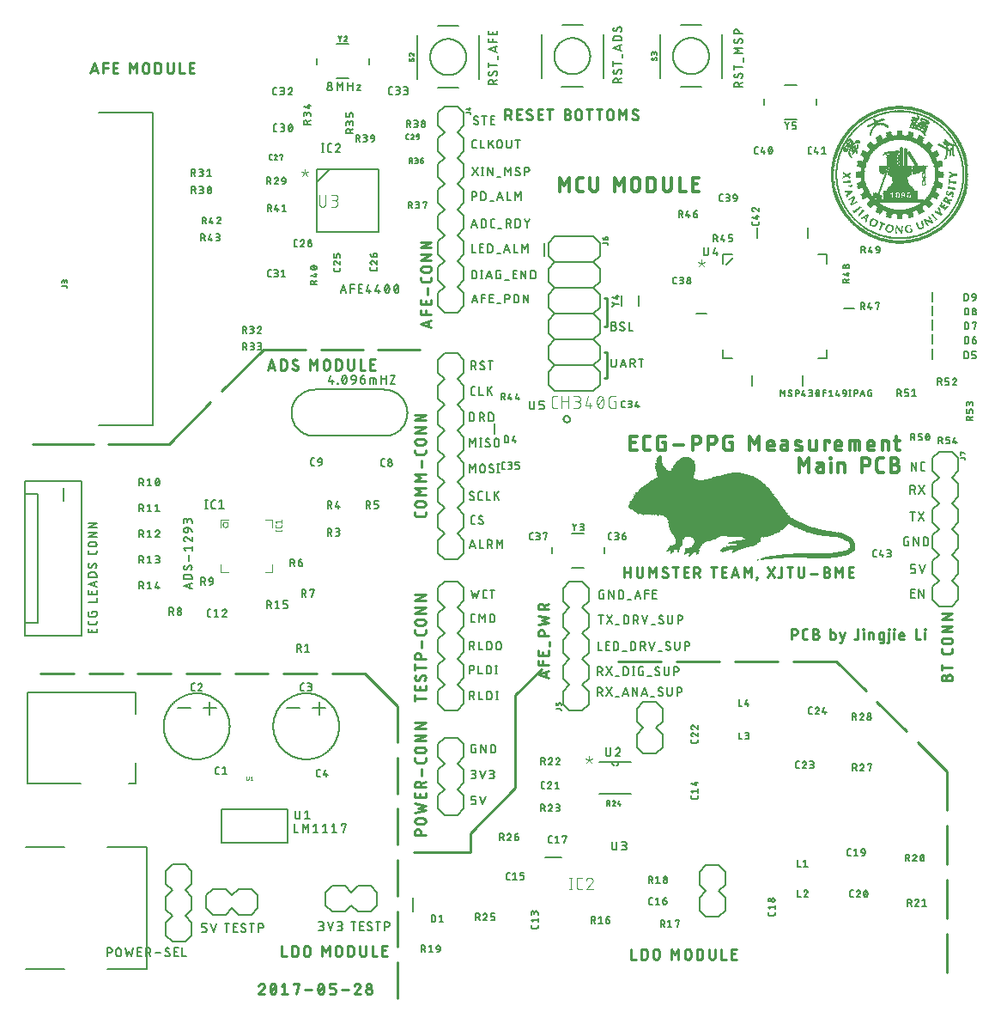
<source format=gbr>
G04 EAGLE Gerber X2 export*
%TF.Part,Single*%
%TF.FileFunction,Legend,Top,1*%
%TF.FilePolarity,Positive*%
%TF.GenerationSoftware,Autodesk,EAGLE,8.6.0*%
%TF.CreationDate,2018-05-31T17:21:58Z*%
G75*
%MOMM*%
%FSLAX34Y34*%
%LPD*%
%AMOC8*
5,1,8,0,0,1.08239X$1,22.5*%
G01*
%ADD10C,0.228600*%
%ADD11C,0.177800*%
%ADD12C,0.254000*%
%ADD13C,0.203200*%
%ADD14C,0.355600*%
%ADD15C,0.304800*%
%ADD16C,0.100000*%
%ADD17C,0.050800*%
%ADD18C,0.025400*%
%ADD19C,0.127000*%
%ADD20C,0.152400*%
%ADD21C,0.101600*%
%ADD22C,0.200000*%
%ADD23C,0.076200*%
%ADD24R,0.025400X0.025400*%
%ADD25R,0.431800X0.025400*%
%ADD26R,0.050800X0.025400*%
%ADD27R,1.270000X0.025400*%
%ADD28R,1.701800X0.025400*%
%ADD29R,2.057400X0.025400*%
%ADD30R,2.387600X0.025400*%
%ADD31R,2.641600X0.025400*%
%ADD32R,2.921000X0.025400*%
%ADD33R,3.149600X0.025400*%
%ADD34R,3.352800X0.025400*%
%ADD35R,3.530600X0.025400*%
%ADD36R,1.473200X0.025400*%
%ADD37R,1.447800X0.025400*%
%ADD38R,1.244600X0.025400*%
%ADD39R,1.117600X0.025400*%
%ADD40R,1.066800X0.025400*%
%ADD41R,1.016000X0.025400*%
%ADD42R,0.990600X0.025400*%
%ADD43R,0.914400X0.025400*%
%ADD44R,0.889000X0.025400*%
%ADD45R,0.838200X0.025400*%
%ADD46R,0.736600X0.025400*%
%ADD47R,0.863600X0.025400*%
%ADD48R,0.787400X0.025400*%
%ADD49R,1.346200X0.025400*%
%ADD50R,0.812800X0.025400*%
%ADD51R,1.778000X0.025400*%
%ADD52R,2.133600X0.025400*%
%ADD53R,0.762000X0.025400*%
%ADD54R,2.413000X0.025400*%
%ADD55R,0.711200X0.025400*%
%ADD56R,0.939800X0.025400*%
%ADD57R,0.685800X0.025400*%
%ADD58R,0.660400X0.025400*%
%ADD59R,0.635000X0.025400*%
%ADD60R,0.584200X0.025400*%
%ADD61R,0.609600X0.025400*%
%ADD62R,0.558800X0.025400*%
%ADD63R,0.533400X0.025400*%
%ADD64R,0.508000X0.025400*%
%ADD65R,0.482600X0.025400*%
%ADD66R,0.457200X0.025400*%
%ADD67R,0.406400X0.025400*%
%ADD68R,0.355600X0.025400*%
%ADD69R,0.381000X0.025400*%
%ADD70R,0.330200X0.025400*%
%ADD71R,0.101600X0.025400*%
%ADD72R,0.304800X0.025400*%
%ADD73R,0.127000X0.025400*%
%ADD74R,0.152400X0.025400*%
%ADD75R,0.076200X0.025400*%
%ADD76R,0.177800X0.025400*%
%ADD77R,0.203200X0.025400*%
%ADD78R,0.228600X0.025400*%
%ADD79R,0.279400X0.025400*%
%ADD80R,0.254000X0.025400*%
%ADD81R,1.143000X0.025400*%
%ADD82R,2.616200X0.025400*%
%ADD83R,2.565400X0.025400*%
%ADD84R,2.717800X0.025400*%
%ADD85R,2.870200X0.025400*%
%ADD86R,2.971800X0.025400*%
%ADD87R,3.124200X0.025400*%
%ADD88R,3.225800X0.025400*%
%ADD89R,4.648200X0.025400*%
%ADD90R,2.082800X0.025400*%
%ADD91R,1.803400X0.025400*%
%ADD92R,1.651000X0.025400*%
%ADD93R,1.676400X0.025400*%
%ADD94R,1.524000X0.025400*%
%ADD95R,1.397000X0.025400*%
%ADD96R,1.422400X0.025400*%
%ADD97R,1.295400X0.025400*%
%ADD98R,1.219200X0.025400*%
%ADD99R,1.092200X0.025400*%
%ADD100R,1.041400X0.025400*%
%ADD101R,0.965200X0.025400*%
%ADD102R,1.371600X0.025400*%
%ADD103R,1.320800X0.025400*%
%ADD104R,1.193800X0.025400*%
%ADD105R,1.168400X0.025400*%
%ADD106R,6.146800X0.025400*%
%ADD107R,6.121400X0.025400*%
%ADD108R,6.070600X0.025400*%
%ADD109R,6.019800X0.025400*%
%ADD110R,5.969000X0.025400*%
%ADD111R,5.943600X0.025400*%
%ADD112R,5.918200X0.025400*%
%ADD113R,3.378200X0.025400*%
%ADD114R,2.336800X0.025400*%
%ADD115R,2.286000X0.025400*%
%ADD116R,2.209800X0.025400*%
%ADD117R,2.006600X0.025400*%
%ADD118R,1.955800X0.025400*%
%ADD119R,1.905000X0.025400*%
%ADD120R,1.854200X0.025400*%
%ADD121R,1.752600X0.025400*%
%ADD122R,1.625600X0.025400*%
%ADD123R,1.600200X0.025400*%
%ADD124R,1.549400X0.025400*%
%ADD125R,1.498600X0.025400*%
%ADD126R,1.574800X0.025400*%
%ADD127R,1.828800X0.025400*%
%ADD128R,1.930400X0.025400*%
%ADD129R,2.108200X0.025400*%
%ADD130R,2.362200X0.025400*%
%ADD131R,2.438400X0.025400*%
%ADD132R,2.311400X0.025400*%
%ADD133R,2.260600X0.025400*%
%ADD134R,2.235200X0.025400*%
%ADD135R,3.200400X0.025400*%
%ADD136R,3.175000X0.025400*%
%ADD137R,3.098800X0.025400*%
%ADD138R,1.727200X0.025400*%
%ADD139R,3.327400X0.025400*%
%ADD140R,2.895600X0.025400*%
%ADD141R,0.050800X0.012700*%
%ADD142R,0.114300X0.012700*%
%ADD143R,0.101600X0.012700*%
%ADD144R,0.406400X0.012700*%
%ADD145R,0.393700X0.012700*%
%ADD146R,0.431800X0.012700*%
%ADD147R,0.012700X0.012700*%
%ADD148R,0.990600X0.012700*%
%ADD149R,0.965200X0.012700*%
%ADD150R,0.977900X0.012700*%
%ADD151R,1.790700X0.012700*%
%ADD152R,2.286000X0.012700*%
%ADD153R,1.765300X0.012700*%
%ADD154R,2.311400X0.012700*%
%ADD155R,1.752600X0.012700*%
%ADD156R,1.739900X0.012700*%
%ADD157R,2.324100X0.012700*%
%ADD158R,2.362200X0.012700*%
%ADD159R,1.778000X0.012700*%
%ADD160R,2.413000X0.012700*%
%ADD161R,6.858000X0.012700*%
%ADD162R,6.832600X0.012700*%
%ADD163R,6.819900X0.012700*%
%ADD164R,6.845300X0.012700*%
%ADD165R,6.870700X0.012700*%
%ADD166R,0.025400X0.012700*%
%ADD167R,0.076200X0.012700*%
%ADD168R,0.139700X0.012700*%
%ADD169R,6.718300X0.012700*%
%ADD170R,0.152400X0.012700*%
%ADD171R,6.705600X0.012700*%
%ADD172R,6.692900X0.012700*%
%ADD173R,0.165100X0.012700*%
%ADD174R,6.680200X0.012700*%
%ADD175R,0.190500X0.012700*%
%ADD176R,0.215900X0.012700*%
%ADD177R,6.350000X0.012700*%
%ADD178R,0.203200X0.012700*%
%ADD179R,6.337300X0.012700*%
%ADD180R,6.324600X0.012700*%
%ADD181R,0.038100X0.012700*%
%ADD182R,0.063500X0.012700*%
%ADD183R,5.524500X0.012700*%
%ADD184R,0.228600X0.012700*%
%ADD185R,5.486400X0.012700*%
%ADD186R,0.088900X0.012700*%
%ADD187R,5.473700X0.012700*%
%ADD188R,0.241300X0.012700*%
%ADD189R,5.461000X0.012700*%
%ADD190R,0.266700X0.012700*%
%ADD191R,0.127000X0.012700*%
%ADD192R,0.292100X0.012700*%
%ADD193R,1.714500X0.012700*%
%ADD194R,0.304800X0.012700*%
%ADD195R,1.689100X0.012700*%
%ADD196R,0.317500X0.012700*%
%ADD197R,1.676400X0.012700*%
%ADD198R,0.330200X0.012700*%
%ADD199R,0.254000X0.012700*%
%ADD200R,0.368300X0.012700*%
%ADD201R,0.279400X0.012700*%
%ADD202R,0.863600X0.012700*%
%ADD203R,1.270000X0.012700*%
%ADD204R,0.838200X0.012700*%
%ADD205R,1.257300X0.012700*%
%ADD206R,0.825500X0.012700*%
%ADD207R,0.177800X0.012700*%
%ADD208R,1.295400X0.012700*%
%ADD209R,0.952500X0.012700*%
%ADD210R,0.914400X0.012700*%
%ADD211R,1.244600X0.012700*%
%ADD212R,0.889000X0.012700*%
%ADD213R,1.231900X0.012700*%
%ADD214R,1.219200X0.012700*%
%ADD215R,0.939800X0.012700*%
%ADD216R,0.774700X0.012700*%
%ADD217R,0.381000X0.012700*%
%ADD218R,0.762000X0.012700*%
%ADD219R,0.749300X0.012700*%
%ADD220R,0.495300X0.012700*%
%ADD221R,0.787400X0.012700*%
%ADD222R,0.647700X0.012700*%
%ADD223R,0.698500X0.012700*%
%ADD224R,1.308100X0.012700*%
%ADD225R,0.660400X0.012700*%
%ADD226R,0.685800X0.012700*%
%ADD227R,1.320800X0.012700*%
%ADD228R,0.673100X0.012700*%
%ADD229R,1.333500X0.012700*%
%ADD230R,0.711200X0.012700*%
%ADD231R,1.358900X0.012700*%
%ADD232R,0.723900X0.012700*%
%ADD233R,0.927100X0.012700*%
%ADD234R,0.508000X0.012700*%
%ADD235R,0.622300X0.012700*%
%ADD236R,0.901700X0.012700*%
%ADD237R,0.533400X0.012700*%
%ADD238R,0.609600X0.012700*%
%ADD239R,0.558800X0.012700*%
%ADD240R,0.635000X0.012700*%
%ADD241R,1.143000X0.012700*%
%ADD242R,1.854200X0.012700*%
%ADD243R,1.346200X0.012700*%
%ADD244R,1.841500X0.012700*%
%ADD245R,1.816100X0.012700*%
%ADD246R,0.596900X0.012700*%
%ADD247R,1.828800X0.012700*%
%ADD248R,0.584200X0.012700*%
%ADD249R,1.028700X0.012700*%
%ADD250R,1.866900X0.012700*%
%ADD251R,0.571500X0.012700*%
%ADD252R,1.130300X0.012700*%
%ADD253R,1.981200X0.012700*%
%ADD254R,1.104900X0.012700*%
%ADD255R,1.968500X0.012700*%
%ADD256R,0.546100X0.012700*%
%ADD257R,1.092200X0.012700*%
%ADD258R,1.955800X0.012700*%
%ADD259R,0.520700X0.012700*%
%ADD260R,1.079500X0.012700*%
%ADD261R,2.070100X0.012700*%
%ADD262R,1.066800X0.012700*%
%ADD263R,2.044700X0.012700*%
%ADD264R,1.054100X0.012700*%
%ADD265R,2.032000X0.012700*%
%ADD266R,2.209800X0.012700*%
%ADD267R,2.184400X0.012700*%
%ADD268R,2.171700X0.012700*%
%ADD269R,2.197100X0.012700*%
%ADD270R,2.120900X0.012700*%
%ADD271R,2.108200X0.012700*%
%ADD272R,2.095500X0.012700*%
%ADD273R,1.003300X0.012700*%
%ADD274R,0.800100X0.012700*%
%ADD275R,2.146300X0.012700*%
%ADD276R,0.850900X0.012700*%
%ADD277R,1.701800X0.012700*%
%ADD278R,1.727200X0.012700*%
%ADD279R,0.736600X0.012700*%
%ADD280R,0.812800X0.012700*%
%ADD281R,1.803400X0.012700*%
%ADD282R,1.943100X0.012700*%
%ADD283R,0.876300X0.012700*%
%ADD284R,2.019300X0.012700*%
%ADD285R,2.057400X0.012700*%
%ADD286R,2.794000X0.012700*%
%ADD287R,2.781300X0.012700*%
%ADD288R,2.755900X0.012700*%
%ADD289R,2.768600X0.012700*%
%ADD290R,2.870200X0.012700*%
%ADD291R,2.844800X0.012700*%
%ADD292R,2.654300X0.012700*%
%ADD293R,2.616200X0.012700*%
%ADD294R,2.603500X0.012700*%
%ADD295R,2.628900X0.012700*%
%ADD296R,2.349500X0.012700*%
%ADD297R,2.298700X0.012700*%
%ADD298R,1.371600X0.012700*%
%ADD299R,1.587500X0.012700*%
%ADD300R,1.600200X0.012700*%
%ADD301R,1.612900X0.012700*%
%ADD302R,1.651000X0.012700*%
%ADD303R,1.625600X0.012700*%
%ADD304R,1.879600X0.012700*%
%ADD305R,1.574800X0.012700*%
%ADD306R,1.892300X0.012700*%
%ADD307R,1.930400X0.012700*%
%ADD308R,2.082800X0.012700*%
%ADD309R,1.562100X0.012700*%
%ADD310R,2.336800X0.012700*%
%ADD311R,2.527300X0.012700*%
%ADD312R,1.663700X0.012700*%
%ADD313R,1.206500X0.012700*%
%ADD314R,1.193800X0.012700*%
%ADD315R,2.552700X0.012700*%
%ADD316R,1.181100X0.012700*%
%ADD317R,1.016000X0.012700*%
%ADD318R,1.485900X0.012700*%
%ADD319R,2.679700X0.012700*%
%ADD320R,1.460500X0.012700*%
%ADD321R,1.041400X0.012700*%
%ADD322R,2.705100X0.012700*%
%ADD323R,2.133600X0.012700*%
%ADD324R,1.473200X0.012700*%
%ADD325R,1.117600X0.012700*%
%ADD326R,4.508500X0.012700*%
%ADD327R,4.013200X0.012700*%
%ADD328R,4.521200X0.012700*%
%ADD329R,4.038600X0.012700*%
%ADD330R,4.546600X0.012700*%
%ADD331R,4.064000X0.012700*%
%ADD332R,4.572000X0.012700*%
%ADD333R,4.114800X0.012700*%
%ADD334R,9.525000X0.012700*%
%ADD335R,9.537700X0.012700*%
%ADD336R,9.563100X0.012700*%
%ADD337R,9.626600X0.012700*%
%ADD338R,9.677400X0.012700*%
%ADD339R,2.374900X0.012700*%
%ADD340R,9.817100X0.012700*%
%ADD341R,9.829800X0.012700*%
%ADD342R,9.842500X0.012700*%
%ADD343R,9.880600X0.012700*%
%ADD344R,9.918700X0.012700*%
%ADD345R,10.033000X0.012700*%
%ADD346R,2.857500X0.012700*%
%ADD347R,2.832100X0.012700*%
%ADD348R,10.045700X0.012700*%
%ADD349R,2.819400X0.012700*%
%ADD350R,10.058400X0.012700*%
%ADD351R,10.096500X0.012700*%
%ADD352R,10.147300X0.012700*%
%ADD353R,10.236200X0.012700*%
%ADD354R,10.248900X0.012700*%
%ADD355R,10.261600X0.012700*%
%ADD356R,10.274300X0.012700*%
%ADD357R,10.375900X0.012700*%
%ADD358R,10.401300X0.012700*%
%ADD359R,2.692400X0.012700*%
%ADD360R,10.414000X0.012700*%
%ADD361R,10.439400X0.012700*%
%ADD362R,10.502900X0.012700*%
%ADD363R,10.604500X0.012700*%
%ADD364R,2.501900X0.012700*%
%ADD365R,2.476500X0.012700*%
%ADD366R,10.617200X0.012700*%
%ADD367R,2.463800X0.012700*%
%ADD368R,10.642600X0.012700*%
%ADD369R,10.680700X0.012700*%
%ADD370R,10.731500X0.012700*%
%ADD371R,10.807700X0.012700*%
%ADD372R,10.820400X0.012700*%
%ADD373R,10.845800X0.012700*%
%ADD374R,10.871200X0.012700*%
%ADD375R,10.896600X0.012700*%
%ADD376R,10.922000X0.012700*%
%ADD377R,10.960100X0.012700*%
%ADD378R,11.010900X0.012700*%
%ADD379R,11.099800X0.012700*%
%ADD380R,11.112500X0.012700*%
%ADD381R,11.125200X0.012700*%
%ADD382R,11.150600X0.012700*%
%ADD383R,11.163300X0.012700*%
%ADD384R,11.176000X0.012700*%
%ADD385R,11.188700X0.012700*%
%ADD386R,11.201400X0.012700*%
%ADD387R,11.239500X0.012700*%
%ADD388R,11.252200X0.012700*%
%ADD389R,1.549400X0.012700*%
%ADD390R,1.536700X0.012700*%
%ADD391R,11.264900X0.012700*%
%ADD392R,11.290300X0.012700*%
%ADD393R,11.303000X0.012700*%
%ADD394R,11.315700X0.012700*%
%ADD395R,1.498600X0.012700*%
%ADD396R,11.328400X0.012700*%
%ADD397R,11.341100X0.012700*%
%ADD398R,11.366500X0.012700*%
%ADD399R,11.430000X0.012700*%
%ADD400R,11.442700X0.012700*%
%ADD401R,1.409700X0.012700*%
%ADD402R,11.455400X0.012700*%
%ADD403R,1.397000X0.012700*%
%ADD404R,11.468100X0.012700*%
%ADD405R,1.384300X0.012700*%
%ADD406R,11.480800X0.012700*%
%ADD407R,11.518900X0.012700*%
%ADD408R,1.422400X0.012700*%
%ADD409R,11.531600X0.012700*%
%ADD410R,11.544300X0.012700*%
%ADD411R,11.569700X0.012700*%
%ADD412R,11.582400X0.012700*%
%ADD413R,11.595100X0.012700*%
%ADD414R,11.607800X0.012700*%
%ADD415R,11.620500X0.012700*%
%ADD416R,11.645900X0.012700*%
%ADD417R,11.658600X0.012700*%
%ADD418R,11.671300X0.012700*%
%ADD419R,11.684000X0.012700*%
%ADD420R,11.709400X0.012700*%
%ADD421R,13.144500X0.012700*%
%ADD422R,13.119100X0.012700*%
%ADD423R,13.106400X0.012700*%
%ADD424R,13.093700X0.012700*%
%ADD425R,12.941300X0.012700*%
%ADD426R,12.915900X0.012700*%
%ADD427R,12.928600X0.012700*%
%ADD428R,12.954000X0.012700*%
%ADD429R,12.877800X0.012700*%
%ADD430R,12.839700X0.012700*%
%ADD431R,12.827000X0.012700*%
%ADD432R,12.814300X0.012700*%
%ADD433R,12.725400X0.012700*%
%ADD434R,12.700000X0.012700*%
%ADD435R,12.674600X0.012700*%
%ADD436R,12.661900X0.012700*%
%ADD437R,12.560300X0.012700*%
%ADD438R,12.547600X0.012700*%
%ADD439R,12.534900X0.012700*%
%ADD440R,12.522200X0.012700*%
%ADD441R,12.446000X0.012700*%
%ADD442R,12.420600X0.012700*%
%ADD443R,12.407900X0.012700*%
%ADD444R,12.433300X0.012700*%
%ADD445R,12.458700X0.012700*%
%ADD446R,12.369800X0.012700*%
%ADD447R,12.344400X0.012700*%
%ADD448R,12.331700X0.012700*%
%ADD449R,12.319000X0.012700*%
%ADD450R,12.293600X0.012700*%
%ADD451R,12.280900X0.012700*%
%ADD452R,12.306300X0.012700*%
%ADD453R,12.230100X0.012700*%
%ADD454R,12.204700X0.012700*%
%ADD455R,12.192000X0.012700*%
%ADD456R,12.242800X0.012700*%
%ADD457R,12.217400X0.012700*%
%ADD458R,12.268200X0.012700*%
%ADD459R,12.382500X0.012700*%
%ADD460R,12.357100X0.012700*%
%ADD461R,12.585700X0.012700*%
%ADD462R,12.573000X0.012700*%
%ADD463R,14.389100X0.012700*%
%ADD464R,14.401800X0.012700*%
%ADD465R,14.414500X0.012700*%
%ADD466R,14.439900X0.012700*%
%ADD467R,14.668500X0.012700*%
%ADD468R,14.655800X0.012700*%
%ADD469R,14.630400X0.012700*%
%ADD470R,14.643100X0.012700*%
%ADD471R,14.681200X0.012700*%
%ADD472R,14.744700X0.012700*%
%ADD473R,14.719300X0.012700*%
%ADD474R,14.706600X0.012700*%
%ADD475R,14.732000X0.012700*%
%ADD476R,14.693900X0.012700*%
%ADD477R,14.820900X0.012700*%
%ADD478R,14.795500X0.012700*%
%ADD479R,14.782800X0.012700*%
%ADD480R,14.808200X0.012700*%
%ADD481R,14.833600X0.012700*%
%ADD482R,14.846300X0.012700*%
%ADD483R,14.871700X0.012700*%
%ADD484R,14.884400X0.012700*%
%ADD485R,14.859000X0.012700*%
%ADD486R,14.897100X0.012700*%
%ADD487R,15.100300X0.012700*%
%ADD488R,15.087600X0.012700*%
%ADD489R,15.074900X0.012700*%
%ADD490R,15.113000X0.012700*%
%ADD491R,15.125700X0.012700*%
%ADD492R,15.151100X0.012700*%
%ADD493R,15.163800X0.012700*%
%ADD494R,15.138400X0.012700*%
%ADD495R,15.062200X0.012700*%
%ADD496R,15.036800X0.012700*%
%ADD497R,15.024100X0.012700*%
%ADD498R,14.973300X0.012700*%
%ADD499R,14.935200X0.012700*%
%ADD500R,14.909800X0.012700*%
%ADD501R,14.617700X0.012700*%
%ADD502R,14.605000X0.012700*%
%ADD503R,14.503400X0.012700*%
%ADD504R,14.376400X0.012700*%
%ADD505R,14.363700X0.012700*%
%ADD506R,14.312900X0.012700*%
%ADD507R,14.287500X0.012700*%
%ADD508R,14.262100X0.012700*%
%ADD509R,14.249400X0.012700*%
%ADD510R,14.224000X0.012700*%
%ADD511R,14.173200X0.012700*%
%ADD512R,14.147800X0.012700*%
%ADD513R,14.122400X0.012700*%
%ADD514R,14.109700X0.012700*%
%ADD515R,14.097000X0.012700*%
%ADD516R,14.058900X0.012700*%
%ADD517R,14.008100X0.012700*%
%ADD518R,13.982700X0.012700*%
%ADD519R,13.970000X0.012700*%
%ADD520R,13.957300X0.012700*%
%ADD521R,13.944600X0.012700*%
%ADD522R,13.906500X0.012700*%
%ADD523R,13.893800X0.012700*%
%ADD524R,13.881100X0.012700*%
%ADD525R,13.868400X0.012700*%
%ADD526R,13.817600X0.012700*%
%ADD527R,13.779500X0.012700*%
%ADD528R,13.766800X0.012700*%
%ADD529R,13.754100X0.012700*%
%ADD530R,13.741400X0.012700*%
%ADD531R,13.665200X0.012700*%
%ADD532R,13.627100X0.012700*%
%ADD533R,13.576300X0.012700*%
%ADD534R,13.563600X0.012700*%
%ADD535R,13.538200X0.012700*%
%ADD536R,13.525500X0.012700*%
%ADD537R,13.500100X0.012700*%
%ADD538R,13.474700X0.012700*%
%ADD539R,13.462000X0.012700*%
%ADD540R,13.449300X0.012700*%
%ADD541R,13.436600X0.012700*%
%ADD542R,13.411200X0.012700*%
%ADD543R,13.398500X0.012700*%
%ADD544R,13.385800X0.012700*%
%ADD545R,13.296900X0.012700*%
%ADD546R,13.271500X0.012700*%
%ADD547R,13.258800X0.012700*%
%ADD548R,13.246100X0.012700*%
%ADD549R,13.233400X0.012700*%
%ADD550R,13.182600X0.012700*%
%ADD551R,13.081000X0.012700*%
%ADD552R,13.030200X0.012700*%
%ADD553R,13.004800X0.012700*%
%ADD554R,12.979400X0.012700*%
%ADD555R,12.966700X0.012700*%
%ADD556R,12.865100X0.012700*%
%ADD557R,12.801600X0.012700*%
%ADD558R,12.750800X0.012700*%
%ADD559R,12.712700X0.012700*%
%ADD560R,12.687300X0.012700*%
%ADD561R,12.623800X0.012700*%
%ADD562R,12.598400X0.012700*%
%ADD563R,12.509500X0.012700*%
%ADD564R,12.484100X0.012700*%
%ADD565R,12.471400X0.012700*%
%ADD566R,12.255500X0.012700*%
%ADD567R,12.153900X0.012700*%
%ADD568R,12.128500X0.012700*%
%ADD569R,12.103100X0.012700*%
%ADD570R,12.052300X0.012700*%
%ADD571R,12.001500X0.012700*%
%ADD572R,11.976100X0.012700*%
%ADD573R,11.950700X0.012700*%
%ADD574R,11.849100X0.012700*%
%ADD575R,11.798300X0.012700*%
%ADD576R,11.772900X0.012700*%
%ADD577R,11.760200X0.012700*%
%ADD578R,11.747500X0.012700*%
%ADD579R,11.734800X0.012700*%
%ADD580R,11.696700X0.012700*%
%ADD581R,11.417300X0.012700*%
%ADD582R,11.087100X0.012700*%
%ADD583R,11.036300X0.012700*%
%ADD584R,10.985500X0.012700*%
%ADD585R,10.972800X0.012700*%
%ADD586R,10.947400X0.012700*%
%ADD587R,10.591800X0.012700*%
%ADD588R,10.566400X0.012700*%
%ADD589R,10.541000X0.012700*%
%ADD590R,10.528300X0.012700*%
%ADD591R,4.406900X0.012700*%
%ADD592R,5.422900X0.012700*%
%ADD593R,4.356100X0.012700*%
%ADD594R,5.384800X0.012700*%
%ADD595R,4.330700X0.012700*%
%ADD596R,5.346700X0.012700*%
%ADD597R,4.318000X0.012700*%
%ADD598R,5.321300X0.012700*%
%ADD599R,4.305300X0.012700*%
%ADD600R,5.308600X0.012700*%
%ADD601R,4.292600X0.012700*%
%ADD602R,5.295900X0.012700*%
%ADD603R,4.127500X0.012700*%
%ADD604R,4.889500X0.012700*%
%ADD605R,4.076700X0.012700*%
%ADD606R,4.851400X0.012700*%
%ADD607R,4.051300X0.012700*%
%ADD608R,4.813300X0.012700*%
%ADD609R,4.025900X0.012700*%
%ADD610R,3.860800X0.012700*%
%ADD611R,3.797300X0.012700*%
%ADD612R,4.533900X0.012700*%
%ADD613R,3.771900X0.012700*%
%ADD614R,4.495800X0.012700*%
%ADD615R,3.746500X0.012700*%
%ADD616R,4.470400X0.012700*%
%ADD617R,4.457700X0.012700*%
%ADD618R,3.721100X0.012700*%
%ADD619R,4.445000X0.012700*%
%ADD620R,3.632200X0.012700*%
%ADD621R,4.191000X0.012700*%
%ADD622R,3.581400X0.012700*%
%ADD623R,4.140200X0.012700*%
%ADD624R,3.556000X0.012700*%
%ADD625R,3.543300X0.012700*%
%ADD626R,4.102100X0.012700*%
%ADD627R,3.517900X0.012700*%
%ADD628R,4.089400X0.012700*%
%ADD629R,3.886200X0.012700*%
%ADD630R,3.505200X0.012700*%
%ADD631R,3.695700X0.012700*%
%ADD632R,3.492500X0.012700*%
%ADD633R,3.670300X0.012700*%
%ADD634R,3.352800X0.012700*%
%ADD635R,3.289300X0.012700*%
%ADD636R,3.263900X0.012700*%
%ADD637R,3.238500X0.012700*%
%ADD638R,3.225800X0.012700*%
%ADD639R,2.895600X0.012700*%
%ADD640R,3.530600X0.012700*%
%ADD641R,2.806700X0.012700*%
%ADD642R,2.540000X0.012700*%
%ADD643R,2.438400X0.012700*%
%ADD644R,3.594100X0.012700*%
%ADD645R,3.606800X0.012700*%
%ADD646R,2.387600X0.012700*%
%ADD647R,3.619500X0.012700*%
%ADD648R,3.644900X0.012700*%
%ADD649R,2.425700X0.012700*%
%ADD650R,2.400300X0.012700*%
%ADD651R,2.260600X0.012700*%
%ADD652R,2.247900X0.012700*%
%ADD653R,2.222500X0.012700*%
%ADD654R,2.159000X0.012700*%
%ADD655R,2.006600X0.012700*%
%ADD656R,1.993900X0.012700*%
%ADD657R,1.905000X0.012700*%
%ADD658R,1.638300X0.012700*%
%ADD659R,1.524000X0.012700*%
%ADD660R,1.511300X0.012700*%
%ADD661R,0.482600X0.012700*%
%ADD662R,0.457200X0.012700*%
%ADD663R,0.444500X0.012700*%
%ADD664R,0.355600X0.012700*%


D10*
X236554Y35941D02*
X236552Y36041D01*
X236546Y36140D01*
X236537Y36240D01*
X236523Y36338D01*
X236506Y36437D01*
X236486Y36534D01*
X236461Y36631D01*
X236433Y36727D01*
X236401Y36821D01*
X236365Y36914D01*
X236326Y37006D01*
X236284Y37096D01*
X236238Y37185D01*
X236188Y37272D01*
X236136Y37356D01*
X236080Y37439D01*
X236021Y37520D01*
X235959Y37598D01*
X235894Y37674D01*
X235826Y37747D01*
X235756Y37817D01*
X235683Y37885D01*
X235607Y37950D01*
X235529Y38012D01*
X235448Y38071D01*
X235365Y38127D01*
X235281Y38179D01*
X235194Y38229D01*
X235105Y38275D01*
X235015Y38317D01*
X234923Y38356D01*
X234830Y38392D01*
X234736Y38424D01*
X234640Y38452D01*
X234543Y38477D01*
X234446Y38497D01*
X234347Y38514D01*
X234249Y38528D01*
X234149Y38537D01*
X234050Y38543D01*
X233950Y38545D01*
X233836Y38543D01*
X233723Y38537D01*
X233610Y38528D01*
X233497Y38514D01*
X233384Y38497D01*
X233273Y38476D01*
X233162Y38451D01*
X233052Y38422D01*
X232943Y38390D01*
X232835Y38354D01*
X232728Y38314D01*
X232623Y38271D01*
X232520Y38224D01*
X232418Y38173D01*
X232318Y38120D01*
X232219Y38062D01*
X232123Y38002D01*
X232029Y37938D01*
X231937Y37871D01*
X231847Y37801D01*
X231760Y37728D01*
X231675Y37653D01*
X231593Y37574D01*
X231514Y37492D01*
X231438Y37408D01*
X231364Y37322D01*
X231293Y37233D01*
X231226Y37141D01*
X231161Y37047D01*
X231100Y36952D01*
X231042Y36854D01*
X230988Y36754D01*
X230937Y36652D01*
X230889Y36549D01*
X230845Y36444D01*
X230805Y36338D01*
X230768Y36231D01*
X235686Y33916D02*
X235759Y33988D01*
X235830Y34063D01*
X235897Y34141D01*
X235962Y34221D01*
X236024Y34303D01*
X236083Y34387D01*
X236138Y34474D01*
X236191Y34563D01*
X236240Y34653D01*
X236286Y34745D01*
X236328Y34839D01*
X236367Y34935D01*
X236402Y35031D01*
X236434Y35129D01*
X236462Y35228D01*
X236486Y35328D01*
X236507Y35429D01*
X236524Y35531D01*
X236537Y35633D01*
X236546Y35735D01*
X236552Y35838D01*
X236554Y35941D01*
X235686Y33916D02*
X230768Y28131D01*
X236554Y28131D01*
X242198Y33338D02*
X242200Y33543D01*
X242208Y33748D01*
X242220Y33952D01*
X242237Y34156D01*
X242259Y34360D01*
X242286Y34563D01*
X242318Y34766D01*
X242354Y34967D01*
X242395Y35168D01*
X242441Y35367D01*
X242492Y35566D01*
X242548Y35763D01*
X242608Y35959D01*
X242673Y36153D01*
X242742Y36346D01*
X242816Y36537D01*
X242895Y36726D01*
X242978Y36913D01*
X243066Y37099D01*
X243066Y37098D02*
X243097Y37184D01*
X243132Y37269D01*
X243171Y37352D01*
X243214Y37433D01*
X243259Y37512D01*
X243308Y37590D01*
X243361Y37665D01*
X243416Y37738D01*
X243475Y37808D01*
X243536Y37876D01*
X243601Y37941D01*
X243668Y38003D01*
X243737Y38063D01*
X243810Y38119D01*
X243884Y38172D01*
X243961Y38222D01*
X244040Y38269D01*
X244120Y38312D01*
X244203Y38352D01*
X244287Y38388D01*
X244373Y38421D01*
X244459Y38450D01*
X244548Y38475D01*
X244637Y38496D01*
X244726Y38514D01*
X244817Y38527D01*
X244908Y38537D01*
X244999Y38543D01*
X245091Y38545D01*
X245183Y38543D01*
X245274Y38537D01*
X245365Y38527D01*
X245456Y38514D01*
X245545Y38496D01*
X245634Y38475D01*
X245723Y38450D01*
X245809Y38421D01*
X245895Y38388D01*
X245979Y38352D01*
X246062Y38312D01*
X246142Y38269D01*
X246221Y38222D01*
X246298Y38172D01*
X246372Y38119D01*
X246445Y38063D01*
X246514Y38003D01*
X246581Y37941D01*
X246646Y37876D01*
X246707Y37808D01*
X246766Y37738D01*
X246821Y37665D01*
X246874Y37590D01*
X246923Y37512D01*
X246968Y37433D01*
X247011Y37352D01*
X247050Y37269D01*
X247085Y37184D01*
X247116Y37098D01*
X247116Y37099D02*
X247204Y36913D01*
X247287Y36726D01*
X247366Y36537D01*
X247440Y36346D01*
X247509Y36153D01*
X247574Y35959D01*
X247634Y35763D01*
X247690Y35566D01*
X247741Y35367D01*
X247787Y35168D01*
X247828Y34967D01*
X247864Y34766D01*
X247896Y34563D01*
X247923Y34360D01*
X247945Y34156D01*
X247962Y33952D01*
X247974Y33748D01*
X247982Y33543D01*
X247984Y33338D01*
X242198Y33338D02*
X242200Y33133D01*
X242208Y32928D01*
X242220Y32724D01*
X242237Y32520D01*
X242259Y32316D01*
X242286Y32113D01*
X242318Y31911D01*
X242354Y31709D01*
X242395Y31508D01*
X242441Y31309D01*
X242492Y31110D01*
X242548Y30913D01*
X242608Y30717D01*
X242673Y30523D01*
X242742Y30330D01*
X242816Y30139D01*
X242895Y29950D01*
X242978Y29763D01*
X243066Y29577D01*
X243097Y29491D01*
X243132Y29406D01*
X243171Y29323D01*
X243214Y29242D01*
X243259Y29163D01*
X243308Y29085D01*
X243361Y29010D01*
X243416Y28937D01*
X243475Y28867D01*
X243536Y28799D01*
X243601Y28734D01*
X243668Y28672D01*
X243737Y28612D01*
X243810Y28556D01*
X243884Y28503D01*
X243961Y28453D01*
X244040Y28406D01*
X244120Y28363D01*
X244203Y28323D01*
X244287Y28287D01*
X244373Y28254D01*
X244459Y28225D01*
X244548Y28200D01*
X244637Y28179D01*
X244726Y28161D01*
X244817Y28148D01*
X244908Y28138D01*
X244999Y28132D01*
X245091Y28130D01*
X247115Y29577D02*
X247203Y29763D01*
X247286Y29950D01*
X247365Y30139D01*
X247439Y30330D01*
X247508Y30523D01*
X247573Y30717D01*
X247633Y30913D01*
X247689Y31110D01*
X247740Y31309D01*
X247786Y31508D01*
X247827Y31709D01*
X247863Y31911D01*
X247895Y32113D01*
X247922Y32316D01*
X247944Y32520D01*
X247961Y32724D01*
X247973Y32928D01*
X247981Y33133D01*
X247983Y33338D01*
X247116Y29577D02*
X247085Y29491D01*
X247050Y29406D01*
X247011Y29323D01*
X246968Y29242D01*
X246923Y29163D01*
X246874Y29085D01*
X246821Y29010D01*
X246766Y28937D01*
X246707Y28867D01*
X246646Y28799D01*
X246581Y28734D01*
X246514Y28672D01*
X246445Y28612D01*
X246372Y28556D01*
X246298Y28503D01*
X246221Y28453D01*
X246142Y28406D01*
X246062Y28363D01*
X245979Y28323D01*
X245895Y28287D01*
X245809Y28254D01*
X245723Y28225D01*
X245634Y28200D01*
X245545Y28179D01*
X245456Y28161D01*
X245365Y28148D01*
X245274Y28138D01*
X245183Y28132D01*
X245091Y28130D01*
X242777Y30445D02*
X247405Y36230D01*
X253628Y36230D02*
X256521Y38545D01*
X256521Y28131D01*
X259413Y28131D02*
X253628Y28131D01*
X265058Y37387D02*
X265058Y38545D01*
X270843Y38545D01*
X267951Y28131D01*
X276671Y32180D02*
X283614Y32180D01*
X289442Y33338D02*
X289444Y33543D01*
X289452Y33748D01*
X289464Y33952D01*
X289481Y34156D01*
X289503Y34360D01*
X289530Y34563D01*
X289562Y34766D01*
X289598Y34967D01*
X289639Y35168D01*
X289685Y35367D01*
X289736Y35566D01*
X289792Y35763D01*
X289852Y35959D01*
X289917Y36153D01*
X289986Y36346D01*
X290060Y36537D01*
X290139Y36726D01*
X290222Y36913D01*
X290310Y37099D01*
X290310Y37098D02*
X290341Y37184D01*
X290376Y37269D01*
X290415Y37352D01*
X290458Y37433D01*
X290503Y37512D01*
X290552Y37590D01*
X290605Y37665D01*
X290660Y37738D01*
X290719Y37808D01*
X290780Y37876D01*
X290845Y37941D01*
X290912Y38003D01*
X290981Y38063D01*
X291054Y38119D01*
X291128Y38172D01*
X291205Y38222D01*
X291284Y38269D01*
X291364Y38312D01*
X291447Y38352D01*
X291531Y38388D01*
X291617Y38421D01*
X291703Y38450D01*
X291792Y38475D01*
X291881Y38496D01*
X291970Y38514D01*
X292061Y38527D01*
X292152Y38537D01*
X292243Y38543D01*
X292335Y38545D01*
X292427Y38543D01*
X292518Y38537D01*
X292609Y38527D01*
X292700Y38514D01*
X292789Y38496D01*
X292878Y38475D01*
X292967Y38450D01*
X293053Y38421D01*
X293139Y38388D01*
X293223Y38352D01*
X293306Y38312D01*
X293386Y38269D01*
X293465Y38222D01*
X293542Y38172D01*
X293616Y38119D01*
X293689Y38063D01*
X293758Y38003D01*
X293825Y37941D01*
X293890Y37876D01*
X293951Y37808D01*
X294010Y37738D01*
X294065Y37665D01*
X294118Y37590D01*
X294167Y37512D01*
X294212Y37433D01*
X294255Y37352D01*
X294294Y37269D01*
X294329Y37184D01*
X294360Y37098D01*
X294359Y37099D02*
X294447Y36913D01*
X294530Y36726D01*
X294609Y36537D01*
X294683Y36346D01*
X294752Y36153D01*
X294817Y35959D01*
X294877Y35763D01*
X294933Y35566D01*
X294984Y35367D01*
X295030Y35168D01*
X295071Y34967D01*
X295107Y34766D01*
X295139Y34563D01*
X295166Y34360D01*
X295188Y34156D01*
X295205Y33952D01*
X295217Y33748D01*
X295225Y33543D01*
X295227Y33338D01*
X289442Y33338D02*
X289444Y33133D01*
X289452Y32928D01*
X289464Y32724D01*
X289481Y32520D01*
X289503Y32316D01*
X289530Y32113D01*
X289562Y31911D01*
X289598Y31709D01*
X289639Y31508D01*
X289685Y31309D01*
X289736Y31110D01*
X289792Y30913D01*
X289852Y30717D01*
X289917Y30523D01*
X289986Y30330D01*
X290060Y30139D01*
X290139Y29950D01*
X290222Y29763D01*
X290310Y29577D01*
X290341Y29491D01*
X290376Y29406D01*
X290415Y29323D01*
X290458Y29242D01*
X290503Y29163D01*
X290552Y29085D01*
X290605Y29010D01*
X290660Y28937D01*
X290719Y28867D01*
X290780Y28799D01*
X290845Y28734D01*
X290912Y28672D01*
X290981Y28612D01*
X291054Y28556D01*
X291128Y28503D01*
X291205Y28453D01*
X291284Y28406D01*
X291364Y28363D01*
X291447Y28323D01*
X291531Y28287D01*
X291617Y28254D01*
X291703Y28225D01*
X291792Y28200D01*
X291881Y28179D01*
X291970Y28161D01*
X292061Y28148D01*
X292152Y28138D01*
X292243Y28132D01*
X292335Y28130D01*
X294359Y29577D02*
X294447Y29763D01*
X294530Y29950D01*
X294609Y30139D01*
X294683Y30330D01*
X294752Y30523D01*
X294817Y30717D01*
X294877Y30913D01*
X294933Y31110D01*
X294984Y31309D01*
X295030Y31508D01*
X295071Y31709D01*
X295107Y31911D01*
X295139Y32113D01*
X295166Y32316D01*
X295188Y32520D01*
X295205Y32724D01*
X295217Y32928D01*
X295225Y33133D01*
X295227Y33338D01*
X294360Y29577D02*
X294329Y29491D01*
X294294Y29406D01*
X294255Y29323D01*
X294212Y29242D01*
X294167Y29163D01*
X294118Y29085D01*
X294065Y29010D01*
X294010Y28937D01*
X293951Y28867D01*
X293890Y28799D01*
X293825Y28734D01*
X293758Y28672D01*
X293689Y28612D01*
X293616Y28556D01*
X293542Y28503D01*
X293465Y28453D01*
X293386Y28406D01*
X293306Y28363D01*
X293223Y28323D01*
X293139Y28287D01*
X293053Y28254D01*
X292967Y28225D01*
X292878Y28200D01*
X292789Y28179D01*
X292700Y28161D01*
X292609Y28148D01*
X292518Y28138D01*
X292427Y28132D01*
X292335Y28130D01*
X290020Y30445D02*
X294649Y36230D01*
X300872Y28131D02*
X304343Y28131D01*
X304436Y28133D01*
X304529Y28139D01*
X304622Y28148D01*
X304714Y28161D01*
X304806Y28178D01*
X304897Y28198D01*
X304987Y28222D01*
X305076Y28250D01*
X305164Y28281D01*
X305250Y28316D01*
X305335Y28354D01*
X305418Y28396D01*
X305500Y28441D01*
X305580Y28489D01*
X305658Y28541D01*
X305733Y28595D01*
X305806Y28653D01*
X305877Y28713D01*
X305946Y28776D01*
X306012Y28842D01*
X306075Y28911D01*
X306135Y28982D01*
X306193Y29055D01*
X306247Y29131D01*
X306299Y29208D01*
X306347Y29288D01*
X306392Y29370D01*
X306434Y29453D01*
X306472Y29538D01*
X306507Y29624D01*
X306538Y29712D01*
X306566Y29801D01*
X306590Y29891D01*
X306610Y29982D01*
X306627Y30074D01*
X306640Y30166D01*
X306649Y30259D01*
X306655Y30352D01*
X306657Y30445D01*
X306657Y31602D01*
X306655Y31695D01*
X306649Y31788D01*
X306640Y31881D01*
X306627Y31973D01*
X306610Y32065D01*
X306590Y32156D01*
X306566Y32246D01*
X306538Y32335D01*
X306507Y32423D01*
X306472Y32509D01*
X306434Y32594D01*
X306392Y32677D01*
X306347Y32759D01*
X306299Y32839D01*
X306247Y32917D01*
X306193Y32992D01*
X306135Y33065D01*
X306075Y33136D01*
X306012Y33205D01*
X305946Y33271D01*
X305877Y33334D01*
X305806Y33394D01*
X305733Y33452D01*
X305658Y33506D01*
X305580Y33558D01*
X305500Y33606D01*
X305418Y33651D01*
X305335Y33693D01*
X305250Y33731D01*
X305164Y33766D01*
X305076Y33797D01*
X304987Y33825D01*
X304897Y33849D01*
X304806Y33869D01*
X304714Y33886D01*
X304622Y33899D01*
X304529Y33908D01*
X304436Y33914D01*
X304343Y33916D01*
X300872Y33916D01*
X300872Y38545D01*
X306657Y38545D01*
X312485Y32180D02*
X319428Y32180D01*
X328438Y38545D02*
X328538Y38543D01*
X328637Y38537D01*
X328737Y38528D01*
X328835Y38514D01*
X328934Y38497D01*
X329031Y38477D01*
X329128Y38452D01*
X329224Y38424D01*
X329318Y38392D01*
X329411Y38356D01*
X329503Y38317D01*
X329593Y38275D01*
X329682Y38229D01*
X329769Y38179D01*
X329853Y38127D01*
X329936Y38071D01*
X330017Y38012D01*
X330095Y37950D01*
X330171Y37885D01*
X330244Y37817D01*
X330314Y37747D01*
X330382Y37674D01*
X330447Y37598D01*
X330509Y37520D01*
X330568Y37439D01*
X330624Y37356D01*
X330676Y37272D01*
X330726Y37185D01*
X330772Y37096D01*
X330814Y37006D01*
X330853Y36914D01*
X330889Y36821D01*
X330921Y36727D01*
X330949Y36631D01*
X330974Y36534D01*
X330994Y36437D01*
X331011Y36338D01*
X331025Y36240D01*
X331034Y36140D01*
X331040Y36041D01*
X331042Y35941D01*
X328438Y38545D02*
X328324Y38543D01*
X328211Y38537D01*
X328098Y38528D01*
X327985Y38514D01*
X327872Y38497D01*
X327761Y38476D01*
X327650Y38451D01*
X327540Y38422D01*
X327431Y38390D01*
X327323Y38354D01*
X327216Y38314D01*
X327111Y38271D01*
X327008Y38224D01*
X326906Y38173D01*
X326806Y38120D01*
X326707Y38062D01*
X326611Y38002D01*
X326517Y37938D01*
X326425Y37871D01*
X326335Y37801D01*
X326248Y37728D01*
X326163Y37653D01*
X326081Y37574D01*
X326002Y37492D01*
X325926Y37408D01*
X325852Y37322D01*
X325781Y37233D01*
X325714Y37141D01*
X325649Y37047D01*
X325588Y36952D01*
X325530Y36854D01*
X325476Y36754D01*
X325425Y36652D01*
X325377Y36549D01*
X325333Y36444D01*
X325293Y36338D01*
X325256Y36231D01*
X330174Y33916D02*
X330247Y33988D01*
X330318Y34063D01*
X330385Y34141D01*
X330450Y34221D01*
X330512Y34303D01*
X330571Y34387D01*
X330626Y34474D01*
X330679Y34563D01*
X330728Y34653D01*
X330774Y34745D01*
X330816Y34839D01*
X330855Y34935D01*
X330890Y35031D01*
X330922Y35129D01*
X330950Y35228D01*
X330974Y35328D01*
X330995Y35429D01*
X331012Y35531D01*
X331025Y35633D01*
X331034Y35735D01*
X331040Y35838D01*
X331042Y35941D01*
X330173Y33916D02*
X325256Y28131D01*
X331041Y28131D01*
X336685Y31023D02*
X336687Y31130D01*
X336693Y31237D01*
X336703Y31343D01*
X336717Y31449D01*
X336734Y31555D01*
X336756Y31659D01*
X336781Y31763D01*
X336811Y31866D01*
X336844Y31968D01*
X336880Y32068D01*
X336921Y32167D01*
X336965Y32264D01*
X337013Y32360D01*
X337064Y32454D01*
X337118Y32546D01*
X337176Y32636D01*
X337238Y32723D01*
X337302Y32809D01*
X337369Y32892D01*
X337440Y32972D01*
X337514Y33050D01*
X337590Y33125D01*
X337669Y33197D01*
X337750Y33266D01*
X337835Y33332D01*
X337921Y33395D01*
X338010Y33454D01*
X338101Y33510D01*
X338194Y33563D01*
X338288Y33613D01*
X338385Y33659D01*
X338483Y33701D01*
X338583Y33739D01*
X338684Y33774D01*
X338786Y33806D01*
X338890Y33833D01*
X338994Y33856D01*
X339099Y33876D01*
X339205Y33892D01*
X339311Y33904D01*
X339418Y33912D01*
X339525Y33916D01*
X339631Y33916D01*
X339738Y33912D01*
X339845Y33904D01*
X339951Y33892D01*
X340057Y33876D01*
X340162Y33856D01*
X340266Y33833D01*
X340370Y33806D01*
X340472Y33774D01*
X340573Y33739D01*
X340673Y33701D01*
X340771Y33659D01*
X340868Y33613D01*
X340962Y33563D01*
X341055Y33510D01*
X341146Y33454D01*
X341235Y33395D01*
X341321Y33332D01*
X341406Y33266D01*
X341487Y33197D01*
X341566Y33125D01*
X341642Y33050D01*
X341716Y32972D01*
X341787Y32892D01*
X341854Y32809D01*
X341918Y32723D01*
X341980Y32636D01*
X342038Y32546D01*
X342092Y32454D01*
X342143Y32360D01*
X342191Y32264D01*
X342235Y32167D01*
X342276Y32068D01*
X342312Y31968D01*
X342345Y31866D01*
X342375Y31763D01*
X342400Y31659D01*
X342422Y31555D01*
X342439Y31449D01*
X342453Y31343D01*
X342463Y31237D01*
X342469Y31130D01*
X342471Y31023D01*
X342469Y30916D01*
X342463Y30809D01*
X342453Y30703D01*
X342439Y30597D01*
X342422Y30491D01*
X342400Y30387D01*
X342375Y30283D01*
X342345Y30180D01*
X342312Y30078D01*
X342276Y29978D01*
X342235Y29879D01*
X342191Y29782D01*
X342143Y29686D01*
X342092Y29592D01*
X342038Y29500D01*
X341980Y29410D01*
X341918Y29323D01*
X341854Y29237D01*
X341787Y29154D01*
X341716Y29074D01*
X341642Y28996D01*
X341566Y28921D01*
X341487Y28849D01*
X341406Y28780D01*
X341321Y28714D01*
X341235Y28651D01*
X341146Y28592D01*
X341055Y28536D01*
X340962Y28483D01*
X340868Y28433D01*
X340771Y28387D01*
X340673Y28345D01*
X340573Y28307D01*
X340472Y28272D01*
X340370Y28240D01*
X340266Y28213D01*
X340162Y28190D01*
X340057Y28170D01*
X339951Y28154D01*
X339845Y28142D01*
X339738Y28134D01*
X339631Y28130D01*
X339525Y28130D01*
X339418Y28134D01*
X339311Y28142D01*
X339205Y28154D01*
X339099Y28170D01*
X338994Y28190D01*
X338890Y28213D01*
X338786Y28240D01*
X338684Y28272D01*
X338583Y28307D01*
X338483Y28345D01*
X338385Y28387D01*
X338288Y28433D01*
X338194Y28483D01*
X338101Y28536D01*
X338010Y28592D01*
X337921Y28651D01*
X337835Y28714D01*
X337750Y28780D01*
X337669Y28849D01*
X337590Y28921D01*
X337514Y28996D01*
X337440Y29074D01*
X337369Y29154D01*
X337302Y29237D01*
X337238Y29323D01*
X337176Y29410D01*
X337118Y29500D01*
X337064Y29592D01*
X337013Y29686D01*
X336965Y29782D01*
X336921Y29879D01*
X336880Y29978D01*
X336844Y30078D01*
X336811Y30180D01*
X336781Y30283D01*
X336756Y30387D01*
X336734Y30491D01*
X336717Y30597D01*
X336703Y30703D01*
X336693Y30809D01*
X336687Y30916D01*
X336685Y31023D01*
X337264Y36230D02*
X337266Y36324D01*
X337272Y36419D01*
X337281Y36513D01*
X337295Y36606D01*
X337312Y36699D01*
X337333Y36791D01*
X337358Y36882D01*
X337386Y36972D01*
X337418Y37061D01*
X337454Y37148D01*
X337493Y37234D01*
X337536Y37318D01*
X337582Y37401D01*
X337631Y37481D01*
X337684Y37559D01*
X337740Y37636D01*
X337799Y37709D01*
X337860Y37781D01*
X337925Y37849D01*
X337993Y37916D01*
X338063Y37979D01*
X338135Y38039D01*
X338210Y38097D01*
X338288Y38151D01*
X338367Y38202D01*
X338448Y38250D01*
X338532Y38294D01*
X338617Y38335D01*
X338703Y38372D01*
X338791Y38406D01*
X338881Y38437D01*
X338971Y38463D01*
X339063Y38486D01*
X339156Y38505D01*
X339249Y38520D01*
X339342Y38532D01*
X339436Y38540D01*
X339531Y38544D01*
X339625Y38544D01*
X339720Y38540D01*
X339814Y38532D01*
X339907Y38520D01*
X340000Y38505D01*
X340093Y38486D01*
X340185Y38463D01*
X340275Y38437D01*
X340365Y38406D01*
X340453Y38372D01*
X340539Y38335D01*
X340624Y38294D01*
X340708Y38250D01*
X340789Y38202D01*
X340868Y38151D01*
X340946Y38097D01*
X341021Y38039D01*
X341093Y37979D01*
X341163Y37916D01*
X341231Y37849D01*
X341296Y37781D01*
X341357Y37709D01*
X341416Y37636D01*
X341472Y37559D01*
X341525Y37481D01*
X341574Y37401D01*
X341620Y37318D01*
X341663Y37234D01*
X341702Y37148D01*
X341738Y37061D01*
X341770Y36972D01*
X341798Y36882D01*
X341823Y36791D01*
X341844Y36699D01*
X341861Y36606D01*
X341875Y36513D01*
X341884Y36419D01*
X341890Y36324D01*
X341892Y36230D01*
X341890Y36136D01*
X341884Y36041D01*
X341875Y35947D01*
X341861Y35854D01*
X341844Y35761D01*
X341823Y35669D01*
X341798Y35578D01*
X341770Y35488D01*
X341738Y35399D01*
X341702Y35312D01*
X341663Y35226D01*
X341620Y35142D01*
X341574Y35059D01*
X341525Y34979D01*
X341472Y34901D01*
X341416Y34824D01*
X341357Y34751D01*
X341296Y34679D01*
X341231Y34611D01*
X341163Y34544D01*
X341093Y34481D01*
X341021Y34421D01*
X340946Y34363D01*
X340868Y34309D01*
X340789Y34258D01*
X340708Y34210D01*
X340624Y34166D01*
X340539Y34125D01*
X340453Y34088D01*
X340365Y34054D01*
X340275Y34023D01*
X340185Y33997D01*
X340093Y33974D01*
X340000Y33955D01*
X339907Y33940D01*
X339814Y33928D01*
X339720Y33920D01*
X339625Y33916D01*
X339531Y33916D01*
X339436Y33920D01*
X339342Y33928D01*
X339249Y33940D01*
X339156Y33955D01*
X339063Y33974D01*
X338971Y33997D01*
X338881Y34023D01*
X338791Y34054D01*
X338703Y34088D01*
X338617Y34125D01*
X338532Y34166D01*
X338448Y34210D01*
X338367Y34258D01*
X338288Y34309D01*
X338210Y34363D01*
X338135Y34421D01*
X338063Y34481D01*
X337993Y34544D01*
X337925Y34611D01*
X337860Y34679D01*
X337799Y34751D01*
X337740Y34824D01*
X337684Y34901D01*
X337631Y34979D01*
X337582Y35059D01*
X337536Y35142D01*
X337493Y35226D01*
X337454Y35312D01*
X337418Y35399D01*
X337386Y35488D01*
X337358Y35578D01*
X337333Y35669D01*
X337312Y35761D01*
X337295Y35854D01*
X337281Y35947D01*
X337272Y36041D01*
X337266Y36136D01*
X337264Y36230D01*
D11*
X440627Y643827D02*
X440627Y652049D01*
X442910Y652049D01*
X443004Y652047D01*
X443099Y652041D01*
X443193Y652031D01*
X443286Y652018D01*
X443379Y652000D01*
X443471Y651979D01*
X443562Y651954D01*
X443652Y651925D01*
X443740Y651893D01*
X443827Y651857D01*
X443913Y651817D01*
X443997Y651774D01*
X444079Y651727D01*
X444159Y651677D01*
X444237Y651624D01*
X444313Y651567D01*
X444386Y651508D01*
X444457Y651445D01*
X444525Y651380D01*
X444590Y651312D01*
X444653Y651241D01*
X444712Y651168D01*
X444769Y651092D01*
X444822Y651014D01*
X444872Y650934D01*
X444919Y650852D01*
X444962Y650768D01*
X445002Y650682D01*
X445038Y650595D01*
X445070Y650507D01*
X445099Y650417D01*
X445124Y650326D01*
X445145Y650234D01*
X445163Y650141D01*
X445176Y650048D01*
X445186Y649954D01*
X445192Y649859D01*
X445194Y649765D01*
X445192Y649671D01*
X445186Y649576D01*
X445176Y649482D01*
X445163Y649389D01*
X445145Y649296D01*
X445124Y649204D01*
X445099Y649113D01*
X445070Y649023D01*
X445038Y648935D01*
X445002Y648848D01*
X444962Y648762D01*
X444919Y648678D01*
X444872Y648596D01*
X444822Y648516D01*
X444769Y648438D01*
X444712Y648362D01*
X444653Y648289D01*
X444590Y648218D01*
X444525Y648150D01*
X444457Y648085D01*
X444386Y648022D01*
X444313Y647963D01*
X444237Y647906D01*
X444159Y647853D01*
X444079Y647803D01*
X443997Y647756D01*
X443913Y647713D01*
X443827Y647673D01*
X443740Y647637D01*
X443652Y647605D01*
X443562Y647576D01*
X443471Y647551D01*
X443379Y647530D01*
X443286Y647512D01*
X443193Y647499D01*
X443099Y647489D01*
X443004Y647483D01*
X442910Y647481D01*
X440627Y647481D01*
X443367Y647481D02*
X445194Y643827D01*
X451974Y643827D02*
X452058Y643829D01*
X452143Y643835D01*
X452226Y643845D01*
X452310Y643858D01*
X452392Y643876D01*
X452474Y643897D01*
X452555Y643922D01*
X452634Y643950D01*
X452712Y643983D01*
X452788Y644019D01*
X452863Y644058D01*
X452936Y644101D01*
X453007Y644147D01*
X453075Y644196D01*
X453141Y644248D01*
X453205Y644304D01*
X453266Y644362D01*
X453324Y644423D01*
X453380Y644487D01*
X453432Y644553D01*
X453481Y644622D01*
X453527Y644692D01*
X453570Y644765D01*
X453609Y644840D01*
X453645Y644916D01*
X453678Y644994D01*
X453706Y645073D01*
X453731Y645154D01*
X453752Y645236D01*
X453770Y645318D01*
X453783Y645402D01*
X453793Y645485D01*
X453799Y645570D01*
X453801Y645654D01*
X451974Y643826D02*
X451852Y643828D01*
X451730Y643834D01*
X451609Y643843D01*
X451488Y643857D01*
X451367Y643874D01*
X451247Y643895D01*
X451128Y643920D01*
X451009Y643949D01*
X450892Y643981D01*
X450775Y644017D01*
X450660Y644057D01*
X450546Y644100D01*
X450433Y644147D01*
X450322Y644197D01*
X450213Y644251D01*
X450105Y644308D01*
X450000Y644369D01*
X449896Y644433D01*
X449794Y644500D01*
X449695Y644571D01*
X449597Y644644D01*
X449503Y644721D01*
X449410Y644800D01*
X449320Y644883D01*
X449233Y644968D01*
X449462Y650221D02*
X449464Y650305D01*
X449470Y650390D01*
X449480Y650473D01*
X449493Y650557D01*
X449511Y650639D01*
X449532Y650721D01*
X449557Y650802D01*
X449585Y650881D01*
X449618Y650959D01*
X449654Y651035D01*
X449693Y651110D01*
X449736Y651183D01*
X449782Y651254D01*
X449831Y651322D01*
X449883Y651388D01*
X449939Y651452D01*
X449997Y651513D01*
X450058Y651571D01*
X450122Y651627D01*
X450188Y651679D01*
X450256Y651728D01*
X450327Y651774D01*
X450400Y651817D01*
X450475Y651856D01*
X450551Y651892D01*
X450629Y651925D01*
X450708Y651953D01*
X450789Y651978D01*
X450871Y651999D01*
X450953Y652017D01*
X451037Y652030D01*
X451120Y652040D01*
X451205Y652046D01*
X451289Y652048D01*
X451289Y652049D02*
X451405Y652047D01*
X451521Y652041D01*
X451637Y652031D01*
X451752Y652018D01*
X451866Y652000D01*
X451980Y651979D01*
X452094Y651953D01*
X452206Y651924D01*
X452317Y651891D01*
X452427Y651854D01*
X452536Y651814D01*
X452643Y651770D01*
X452749Y651722D01*
X452853Y651671D01*
X452956Y651616D01*
X453056Y651558D01*
X453154Y651497D01*
X453251Y651432D01*
X453345Y651364D01*
X450375Y648622D02*
X450304Y648666D01*
X450234Y648713D01*
X450167Y648764D01*
X450103Y648817D01*
X450041Y648873D01*
X449981Y648932D01*
X449924Y648994D01*
X449870Y649058D01*
X449819Y649125D01*
X449772Y649193D01*
X449727Y649264D01*
X449685Y649337D01*
X449647Y649411D01*
X449612Y649488D01*
X449581Y649565D01*
X449553Y649644D01*
X449529Y649724D01*
X449508Y649806D01*
X449491Y649888D01*
X449478Y649970D01*
X449469Y650054D01*
X449463Y650137D01*
X449461Y650221D01*
X452887Y647253D02*
X452958Y647209D01*
X453028Y647162D01*
X453095Y647111D01*
X453159Y647058D01*
X453221Y647002D01*
X453281Y646943D01*
X453338Y646881D01*
X453392Y646817D01*
X453443Y646750D01*
X453490Y646682D01*
X453535Y646611D01*
X453577Y646538D01*
X453615Y646464D01*
X453650Y646387D01*
X453681Y646310D01*
X453709Y646231D01*
X453733Y646151D01*
X453754Y646069D01*
X453771Y645987D01*
X453784Y645905D01*
X453793Y645821D01*
X453799Y645738D01*
X453801Y645654D01*
X452887Y647252D02*
X450375Y648623D01*
X459617Y652049D02*
X459617Y643827D01*
X457333Y652049D02*
X461901Y652049D01*
X444281Y618427D02*
X442454Y618427D01*
X442370Y618429D01*
X442285Y618435D01*
X442202Y618445D01*
X442118Y618458D01*
X442036Y618476D01*
X441954Y618497D01*
X441873Y618522D01*
X441794Y618550D01*
X441716Y618583D01*
X441640Y618619D01*
X441565Y618658D01*
X441492Y618701D01*
X441421Y618747D01*
X441353Y618796D01*
X441287Y618848D01*
X441223Y618904D01*
X441162Y618962D01*
X441104Y619023D01*
X441048Y619087D01*
X440996Y619153D01*
X440947Y619221D01*
X440901Y619292D01*
X440858Y619365D01*
X440819Y619440D01*
X440783Y619516D01*
X440750Y619594D01*
X440722Y619673D01*
X440697Y619754D01*
X440676Y619836D01*
X440658Y619918D01*
X440645Y620002D01*
X440635Y620085D01*
X440629Y620170D01*
X440627Y620254D01*
X440627Y624821D01*
X440629Y624905D01*
X440635Y624990D01*
X440645Y625073D01*
X440658Y625157D01*
X440676Y625239D01*
X440697Y625321D01*
X440722Y625402D01*
X440750Y625481D01*
X440783Y625559D01*
X440819Y625635D01*
X440858Y625710D01*
X440901Y625783D01*
X440947Y625853D01*
X440996Y625922D01*
X441048Y625988D01*
X441104Y626052D01*
X441162Y626113D01*
X441223Y626171D01*
X441287Y626227D01*
X441353Y626279D01*
X441421Y626328D01*
X441492Y626374D01*
X441565Y626417D01*
X441640Y626456D01*
X441716Y626492D01*
X441794Y626525D01*
X441873Y626553D01*
X441954Y626578D01*
X442036Y626599D01*
X442118Y626617D01*
X442202Y626630D01*
X442285Y626640D01*
X442370Y626646D01*
X442454Y626648D01*
X442454Y626649D02*
X444281Y626649D01*
X448497Y626649D02*
X448497Y618427D01*
X452151Y618427D01*
X456483Y618427D02*
X456483Y626649D01*
X461051Y626649D02*
X456483Y621624D01*
X458311Y623451D02*
X461051Y618427D01*
X439039Y601249D02*
X439039Y593027D01*
X439039Y601249D02*
X441323Y601249D01*
X441417Y601247D01*
X441512Y601241D01*
X441606Y601231D01*
X441699Y601218D01*
X441792Y601200D01*
X441884Y601179D01*
X441975Y601154D01*
X442065Y601125D01*
X442153Y601093D01*
X442240Y601057D01*
X442326Y601017D01*
X442410Y600974D01*
X442492Y600927D01*
X442572Y600877D01*
X442650Y600824D01*
X442726Y600767D01*
X442799Y600708D01*
X442870Y600645D01*
X442938Y600580D01*
X443003Y600512D01*
X443066Y600441D01*
X443125Y600368D01*
X443182Y600292D01*
X443235Y600214D01*
X443285Y600134D01*
X443332Y600052D01*
X443375Y599968D01*
X443415Y599882D01*
X443451Y599795D01*
X443483Y599707D01*
X443512Y599617D01*
X443537Y599526D01*
X443558Y599434D01*
X443576Y599341D01*
X443589Y599248D01*
X443599Y599154D01*
X443605Y599059D01*
X443607Y598965D01*
X443607Y595310D01*
X443605Y595216D01*
X443599Y595121D01*
X443589Y595027D01*
X443576Y594934D01*
X443558Y594841D01*
X443537Y594749D01*
X443512Y594658D01*
X443483Y594568D01*
X443451Y594480D01*
X443415Y594393D01*
X443375Y594307D01*
X443332Y594223D01*
X443285Y594141D01*
X443235Y594061D01*
X443182Y593983D01*
X443125Y593907D01*
X443066Y593834D01*
X443003Y593763D01*
X442938Y593695D01*
X442870Y593630D01*
X442799Y593567D01*
X442726Y593508D01*
X442650Y593451D01*
X442572Y593398D01*
X442492Y593348D01*
X442410Y593301D01*
X442326Y593258D01*
X442240Y593218D01*
X442153Y593182D01*
X442065Y593150D01*
X441975Y593121D01*
X441884Y593096D01*
X441792Y593075D01*
X441699Y593057D01*
X441606Y593044D01*
X441512Y593034D01*
X441417Y593028D01*
X441323Y593026D01*
X441323Y593027D02*
X439039Y593027D01*
X448732Y593027D02*
X448732Y601249D01*
X451016Y601249D01*
X451110Y601247D01*
X451205Y601241D01*
X451299Y601231D01*
X451392Y601218D01*
X451485Y601200D01*
X451577Y601179D01*
X451668Y601154D01*
X451758Y601125D01*
X451846Y601093D01*
X451933Y601057D01*
X452019Y601017D01*
X452103Y600974D01*
X452185Y600927D01*
X452265Y600877D01*
X452343Y600824D01*
X452419Y600767D01*
X452492Y600708D01*
X452563Y600645D01*
X452631Y600580D01*
X452696Y600512D01*
X452759Y600441D01*
X452818Y600368D01*
X452875Y600292D01*
X452928Y600214D01*
X452978Y600134D01*
X453025Y600052D01*
X453068Y599968D01*
X453108Y599882D01*
X453144Y599795D01*
X453176Y599707D01*
X453205Y599617D01*
X453230Y599526D01*
X453251Y599434D01*
X453269Y599341D01*
X453282Y599248D01*
X453292Y599154D01*
X453298Y599059D01*
X453300Y598965D01*
X453298Y598871D01*
X453292Y598776D01*
X453282Y598682D01*
X453269Y598589D01*
X453251Y598496D01*
X453230Y598404D01*
X453205Y598313D01*
X453176Y598223D01*
X453144Y598135D01*
X453108Y598048D01*
X453068Y597962D01*
X453025Y597878D01*
X452978Y597796D01*
X452928Y597716D01*
X452875Y597638D01*
X452818Y597562D01*
X452759Y597489D01*
X452696Y597418D01*
X452631Y597350D01*
X452563Y597285D01*
X452492Y597222D01*
X452419Y597163D01*
X452343Y597106D01*
X452265Y597053D01*
X452185Y597003D01*
X452103Y596956D01*
X452019Y596913D01*
X451933Y596873D01*
X451846Y596837D01*
X451758Y596805D01*
X451668Y596776D01*
X451577Y596751D01*
X451485Y596730D01*
X451392Y596712D01*
X451299Y596699D01*
X451205Y596689D01*
X451110Y596683D01*
X451016Y596681D01*
X448732Y596681D01*
X451473Y596681D02*
X453300Y593027D01*
X457939Y593027D02*
X457939Y601249D01*
X460223Y601249D01*
X460317Y601247D01*
X460412Y601241D01*
X460506Y601231D01*
X460599Y601218D01*
X460692Y601200D01*
X460784Y601179D01*
X460875Y601154D01*
X460965Y601125D01*
X461053Y601093D01*
X461140Y601057D01*
X461226Y601017D01*
X461310Y600974D01*
X461392Y600927D01*
X461472Y600877D01*
X461550Y600824D01*
X461626Y600767D01*
X461699Y600708D01*
X461770Y600645D01*
X461838Y600580D01*
X461903Y600512D01*
X461966Y600441D01*
X462025Y600368D01*
X462082Y600292D01*
X462135Y600214D01*
X462185Y600134D01*
X462232Y600052D01*
X462275Y599968D01*
X462315Y599882D01*
X462351Y599795D01*
X462383Y599707D01*
X462412Y599617D01*
X462437Y599526D01*
X462458Y599434D01*
X462476Y599341D01*
X462489Y599248D01*
X462499Y599154D01*
X462505Y599059D01*
X462507Y598965D01*
X462507Y595310D01*
X462505Y595216D01*
X462499Y595121D01*
X462489Y595027D01*
X462476Y594934D01*
X462458Y594841D01*
X462437Y594749D01*
X462412Y594658D01*
X462383Y594568D01*
X462351Y594480D01*
X462315Y594393D01*
X462275Y594307D01*
X462232Y594223D01*
X462185Y594141D01*
X462135Y594061D01*
X462082Y593983D01*
X462025Y593907D01*
X461966Y593834D01*
X461903Y593763D01*
X461838Y593695D01*
X461770Y593630D01*
X461699Y593567D01*
X461626Y593508D01*
X461550Y593451D01*
X461472Y593398D01*
X461392Y593348D01*
X461310Y593301D01*
X461226Y593258D01*
X461140Y593218D01*
X461053Y593182D01*
X460965Y593150D01*
X460875Y593121D01*
X460784Y593096D01*
X460692Y593075D01*
X460599Y593057D01*
X460506Y593044D01*
X460412Y593034D01*
X460317Y593028D01*
X460223Y593026D01*
X460223Y593027D02*
X457939Y593027D01*
X439039Y575849D02*
X439039Y567627D01*
X441780Y571281D02*
X439039Y575849D01*
X441780Y571281D02*
X444520Y575849D01*
X444520Y567627D01*
X449880Y567627D02*
X449880Y575849D01*
X448966Y567627D02*
X450793Y567627D01*
X450793Y575849D02*
X448966Y575849D01*
X457236Y567627D02*
X457320Y567629D01*
X457405Y567635D01*
X457488Y567645D01*
X457572Y567658D01*
X457654Y567676D01*
X457736Y567697D01*
X457817Y567722D01*
X457896Y567750D01*
X457974Y567783D01*
X458050Y567819D01*
X458125Y567858D01*
X458198Y567901D01*
X458269Y567947D01*
X458337Y567996D01*
X458403Y568048D01*
X458467Y568104D01*
X458528Y568162D01*
X458586Y568223D01*
X458642Y568287D01*
X458694Y568353D01*
X458743Y568422D01*
X458789Y568492D01*
X458832Y568565D01*
X458871Y568640D01*
X458907Y568716D01*
X458940Y568794D01*
X458968Y568873D01*
X458993Y568954D01*
X459014Y569036D01*
X459032Y569118D01*
X459045Y569202D01*
X459055Y569285D01*
X459061Y569370D01*
X459063Y569454D01*
X457236Y567626D02*
X457114Y567628D01*
X456992Y567634D01*
X456871Y567643D01*
X456750Y567657D01*
X456629Y567674D01*
X456509Y567695D01*
X456390Y567720D01*
X456271Y567749D01*
X456154Y567781D01*
X456037Y567817D01*
X455922Y567857D01*
X455808Y567900D01*
X455695Y567947D01*
X455584Y567997D01*
X455475Y568051D01*
X455367Y568108D01*
X455262Y568169D01*
X455158Y568233D01*
X455056Y568300D01*
X454957Y568371D01*
X454859Y568444D01*
X454765Y568521D01*
X454672Y568600D01*
X454582Y568683D01*
X454495Y568768D01*
X454724Y574021D02*
X454726Y574105D01*
X454732Y574190D01*
X454742Y574273D01*
X454755Y574357D01*
X454773Y574439D01*
X454794Y574521D01*
X454819Y574602D01*
X454847Y574681D01*
X454880Y574759D01*
X454916Y574835D01*
X454955Y574910D01*
X454998Y574983D01*
X455044Y575054D01*
X455093Y575122D01*
X455145Y575188D01*
X455201Y575252D01*
X455259Y575313D01*
X455320Y575371D01*
X455384Y575427D01*
X455450Y575479D01*
X455518Y575528D01*
X455589Y575574D01*
X455662Y575617D01*
X455737Y575656D01*
X455813Y575692D01*
X455891Y575725D01*
X455970Y575753D01*
X456051Y575778D01*
X456133Y575799D01*
X456215Y575817D01*
X456299Y575830D01*
X456382Y575840D01*
X456467Y575846D01*
X456551Y575848D01*
X456551Y575849D02*
X456667Y575847D01*
X456783Y575841D01*
X456899Y575831D01*
X457014Y575818D01*
X457128Y575800D01*
X457242Y575779D01*
X457356Y575753D01*
X457468Y575724D01*
X457579Y575691D01*
X457689Y575654D01*
X457798Y575614D01*
X457905Y575570D01*
X458011Y575522D01*
X458115Y575471D01*
X458218Y575416D01*
X458318Y575358D01*
X458416Y575297D01*
X458513Y575232D01*
X458607Y575164D01*
X455638Y572422D02*
X455567Y572466D01*
X455497Y572513D01*
X455430Y572564D01*
X455366Y572617D01*
X455304Y572673D01*
X455244Y572732D01*
X455187Y572794D01*
X455133Y572858D01*
X455082Y572925D01*
X455035Y572993D01*
X454990Y573064D01*
X454948Y573137D01*
X454910Y573211D01*
X454875Y573288D01*
X454844Y573365D01*
X454816Y573444D01*
X454792Y573524D01*
X454771Y573606D01*
X454754Y573688D01*
X454741Y573770D01*
X454732Y573854D01*
X454726Y573937D01*
X454724Y574021D01*
X458150Y571053D02*
X458221Y571009D01*
X458291Y570962D01*
X458358Y570911D01*
X458422Y570858D01*
X458484Y570802D01*
X458544Y570743D01*
X458601Y570681D01*
X458655Y570617D01*
X458706Y570550D01*
X458753Y570482D01*
X458798Y570411D01*
X458840Y570338D01*
X458878Y570264D01*
X458913Y570187D01*
X458944Y570110D01*
X458972Y570031D01*
X458996Y569951D01*
X459017Y569869D01*
X459034Y569787D01*
X459047Y569705D01*
X459056Y569621D01*
X459062Y569538D01*
X459064Y569454D01*
X458150Y571052D02*
X455638Y572423D01*
X463196Y573565D02*
X463196Y569910D01*
X463196Y573565D02*
X463198Y573659D01*
X463204Y573754D01*
X463214Y573848D01*
X463227Y573941D01*
X463245Y574034D01*
X463266Y574126D01*
X463291Y574217D01*
X463320Y574307D01*
X463352Y574395D01*
X463388Y574482D01*
X463428Y574568D01*
X463471Y574652D01*
X463518Y574734D01*
X463568Y574814D01*
X463621Y574892D01*
X463678Y574968D01*
X463737Y575041D01*
X463800Y575112D01*
X463865Y575180D01*
X463933Y575245D01*
X464004Y575308D01*
X464077Y575367D01*
X464153Y575424D01*
X464231Y575477D01*
X464311Y575527D01*
X464393Y575574D01*
X464477Y575617D01*
X464563Y575657D01*
X464650Y575693D01*
X464738Y575725D01*
X464828Y575754D01*
X464919Y575779D01*
X465011Y575800D01*
X465104Y575818D01*
X465197Y575831D01*
X465291Y575841D01*
X465386Y575847D01*
X465480Y575849D01*
X465574Y575847D01*
X465669Y575841D01*
X465763Y575831D01*
X465856Y575818D01*
X465949Y575800D01*
X466041Y575779D01*
X466132Y575754D01*
X466222Y575725D01*
X466310Y575693D01*
X466397Y575657D01*
X466483Y575617D01*
X466567Y575574D01*
X466649Y575527D01*
X466729Y575477D01*
X466807Y575424D01*
X466883Y575367D01*
X466956Y575308D01*
X467027Y575245D01*
X467095Y575180D01*
X467160Y575112D01*
X467223Y575041D01*
X467282Y574968D01*
X467339Y574892D01*
X467392Y574814D01*
X467442Y574734D01*
X467489Y574652D01*
X467532Y574568D01*
X467572Y574482D01*
X467608Y574395D01*
X467640Y574307D01*
X467669Y574217D01*
X467694Y574126D01*
X467715Y574034D01*
X467733Y573941D01*
X467746Y573848D01*
X467756Y573754D01*
X467762Y573659D01*
X467764Y573565D01*
X467764Y569910D01*
X467762Y569816D01*
X467756Y569721D01*
X467746Y569627D01*
X467733Y569534D01*
X467715Y569441D01*
X467694Y569349D01*
X467669Y569258D01*
X467640Y569168D01*
X467608Y569080D01*
X467572Y568993D01*
X467532Y568907D01*
X467489Y568823D01*
X467442Y568741D01*
X467392Y568661D01*
X467339Y568583D01*
X467282Y568507D01*
X467223Y568434D01*
X467160Y568363D01*
X467095Y568295D01*
X467027Y568230D01*
X466956Y568167D01*
X466883Y568108D01*
X466807Y568051D01*
X466729Y567998D01*
X466649Y567948D01*
X466567Y567901D01*
X466483Y567858D01*
X466397Y567818D01*
X466310Y567782D01*
X466222Y567750D01*
X466132Y567721D01*
X466041Y567696D01*
X465949Y567675D01*
X465856Y567657D01*
X465763Y567644D01*
X465669Y567634D01*
X465574Y567628D01*
X465480Y567626D01*
X465386Y567628D01*
X465291Y567634D01*
X465197Y567644D01*
X465104Y567657D01*
X465011Y567675D01*
X464919Y567696D01*
X464828Y567721D01*
X464738Y567750D01*
X464650Y567782D01*
X464563Y567818D01*
X464477Y567858D01*
X464393Y567901D01*
X464311Y567948D01*
X464231Y567998D01*
X464153Y568051D01*
X464077Y568108D01*
X464004Y568167D01*
X463933Y568230D01*
X463865Y568295D01*
X463800Y568363D01*
X463737Y568434D01*
X463678Y568507D01*
X463621Y568583D01*
X463568Y568661D01*
X463518Y568741D01*
X463471Y568823D01*
X463428Y568907D01*
X463388Y568993D01*
X463352Y569080D01*
X463320Y569168D01*
X463291Y569258D01*
X463266Y569349D01*
X463245Y569441D01*
X463227Y569534D01*
X463214Y569627D01*
X463204Y569721D01*
X463198Y569816D01*
X463196Y569910D01*
X439039Y550449D02*
X439039Y542227D01*
X441780Y545881D02*
X439039Y550449D01*
X441780Y545881D02*
X444520Y550449D01*
X444520Y542227D01*
X449396Y544510D02*
X449396Y548165D01*
X449398Y548259D01*
X449404Y548354D01*
X449414Y548448D01*
X449427Y548541D01*
X449445Y548634D01*
X449466Y548726D01*
X449491Y548817D01*
X449520Y548907D01*
X449552Y548995D01*
X449588Y549082D01*
X449628Y549168D01*
X449671Y549252D01*
X449718Y549334D01*
X449768Y549414D01*
X449821Y549492D01*
X449878Y549568D01*
X449937Y549641D01*
X450000Y549712D01*
X450065Y549780D01*
X450133Y549845D01*
X450204Y549908D01*
X450277Y549967D01*
X450353Y550024D01*
X450431Y550077D01*
X450511Y550127D01*
X450593Y550174D01*
X450677Y550217D01*
X450763Y550257D01*
X450850Y550293D01*
X450938Y550325D01*
X451028Y550354D01*
X451119Y550379D01*
X451211Y550400D01*
X451304Y550418D01*
X451397Y550431D01*
X451491Y550441D01*
X451586Y550447D01*
X451680Y550449D01*
X451774Y550447D01*
X451869Y550441D01*
X451963Y550431D01*
X452056Y550418D01*
X452149Y550400D01*
X452241Y550379D01*
X452332Y550354D01*
X452422Y550325D01*
X452510Y550293D01*
X452597Y550257D01*
X452683Y550217D01*
X452767Y550174D01*
X452849Y550127D01*
X452929Y550077D01*
X453007Y550024D01*
X453083Y549967D01*
X453156Y549908D01*
X453227Y549845D01*
X453295Y549780D01*
X453360Y549712D01*
X453423Y549641D01*
X453482Y549568D01*
X453539Y549492D01*
X453592Y549414D01*
X453642Y549334D01*
X453689Y549252D01*
X453732Y549168D01*
X453772Y549082D01*
X453808Y548995D01*
X453840Y548907D01*
X453869Y548817D01*
X453894Y548726D01*
X453915Y548634D01*
X453933Y548541D01*
X453946Y548448D01*
X453956Y548354D01*
X453962Y548259D01*
X453964Y548165D01*
X453964Y544510D01*
X453962Y544416D01*
X453956Y544321D01*
X453946Y544227D01*
X453933Y544134D01*
X453915Y544041D01*
X453894Y543949D01*
X453869Y543858D01*
X453840Y543768D01*
X453808Y543680D01*
X453772Y543593D01*
X453732Y543507D01*
X453689Y543423D01*
X453642Y543341D01*
X453592Y543261D01*
X453539Y543183D01*
X453482Y543107D01*
X453423Y543034D01*
X453360Y542963D01*
X453295Y542895D01*
X453227Y542830D01*
X453156Y542767D01*
X453083Y542708D01*
X453007Y542651D01*
X452929Y542598D01*
X452849Y542548D01*
X452767Y542501D01*
X452683Y542458D01*
X452597Y542418D01*
X452510Y542382D01*
X452422Y542350D01*
X452332Y542321D01*
X452241Y542296D01*
X452149Y542275D01*
X452056Y542257D01*
X451963Y542244D01*
X451869Y542234D01*
X451774Y542228D01*
X451680Y542226D01*
X451586Y542228D01*
X451491Y542234D01*
X451397Y542244D01*
X451304Y542257D01*
X451211Y542275D01*
X451119Y542296D01*
X451028Y542321D01*
X450938Y542350D01*
X450850Y542382D01*
X450763Y542418D01*
X450677Y542458D01*
X450593Y542501D01*
X450511Y542548D01*
X450431Y542598D01*
X450353Y542651D01*
X450277Y542708D01*
X450204Y542767D01*
X450133Y542830D01*
X450065Y542895D01*
X450000Y542963D01*
X449937Y543034D01*
X449878Y543107D01*
X449821Y543183D01*
X449768Y543261D01*
X449718Y543341D01*
X449671Y543423D01*
X449628Y543507D01*
X449588Y543593D01*
X449552Y543680D01*
X449520Y543768D01*
X449491Y543858D01*
X449466Y543949D01*
X449445Y544041D01*
X449427Y544134D01*
X449414Y544227D01*
X449404Y544321D01*
X449398Y544416D01*
X449396Y544510D01*
X460836Y542227D02*
X460920Y542229D01*
X461005Y542235D01*
X461088Y542245D01*
X461172Y542258D01*
X461254Y542276D01*
X461336Y542297D01*
X461417Y542322D01*
X461496Y542350D01*
X461574Y542383D01*
X461650Y542419D01*
X461725Y542458D01*
X461798Y542501D01*
X461869Y542547D01*
X461937Y542596D01*
X462003Y542648D01*
X462067Y542704D01*
X462128Y542762D01*
X462186Y542823D01*
X462242Y542887D01*
X462294Y542953D01*
X462343Y543022D01*
X462389Y543092D01*
X462432Y543165D01*
X462471Y543240D01*
X462507Y543316D01*
X462540Y543394D01*
X462568Y543473D01*
X462593Y543554D01*
X462614Y543636D01*
X462632Y543718D01*
X462645Y543802D01*
X462655Y543885D01*
X462661Y543970D01*
X462663Y544054D01*
X460836Y542226D02*
X460714Y542228D01*
X460592Y542234D01*
X460471Y542243D01*
X460350Y542257D01*
X460229Y542274D01*
X460109Y542295D01*
X459990Y542320D01*
X459871Y542349D01*
X459754Y542381D01*
X459637Y542417D01*
X459522Y542457D01*
X459408Y542500D01*
X459295Y542547D01*
X459184Y542597D01*
X459075Y542651D01*
X458967Y542708D01*
X458862Y542769D01*
X458758Y542833D01*
X458656Y542900D01*
X458557Y542971D01*
X458459Y543044D01*
X458365Y543121D01*
X458272Y543200D01*
X458182Y543283D01*
X458095Y543368D01*
X458324Y548621D02*
X458326Y548705D01*
X458332Y548790D01*
X458342Y548873D01*
X458355Y548957D01*
X458373Y549039D01*
X458394Y549121D01*
X458419Y549202D01*
X458447Y549281D01*
X458480Y549359D01*
X458516Y549435D01*
X458555Y549510D01*
X458598Y549583D01*
X458644Y549654D01*
X458693Y549722D01*
X458745Y549788D01*
X458801Y549852D01*
X458859Y549913D01*
X458920Y549971D01*
X458984Y550027D01*
X459050Y550079D01*
X459118Y550128D01*
X459189Y550174D01*
X459262Y550217D01*
X459337Y550256D01*
X459413Y550292D01*
X459491Y550325D01*
X459570Y550353D01*
X459651Y550378D01*
X459733Y550399D01*
X459815Y550417D01*
X459899Y550430D01*
X459982Y550440D01*
X460067Y550446D01*
X460151Y550448D01*
X460151Y550449D02*
X460267Y550447D01*
X460383Y550441D01*
X460499Y550431D01*
X460614Y550418D01*
X460728Y550400D01*
X460842Y550379D01*
X460956Y550353D01*
X461068Y550324D01*
X461179Y550291D01*
X461289Y550254D01*
X461398Y550214D01*
X461505Y550170D01*
X461611Y550122D01*
X461715Y550071D01*
X461818Y550016D01*
X461918Y549958D01*
X462016Y549897D01*
X462113Y549832D01*
X462207Y549764D01*
X459238Y547022D02*
X459167Y547066D01*
X459097Y547113D01*
X459030Y547164D01*
X458966Y547217D01*
X458904Y547273D01*
X458844Y547332D01*
X458787Y547394D01*
X458733Y547458D01*
X458682Y547525D01*
X458635Y547593D01*
X458590Y547664D01*
X458548Y547737D01*
X458510Y547811D01*
X458475Y547888D01*
X458444Y547965D01*
X458416Y548044D01*
X458392Y548124D01*
X458371Y548206D01*
X458354Y548288D01*
X458341Y548370D01*
X458332Y548454D01*
X458326Y548537D01*
X458324Y548621D01*
X461750Y545653D02*
X461821Y545609D01*
X461891Y545562D01*
X461958Y545511D01*
X462022Y545458D01*
X462084Y545402D01*
X462144Y545343D01*
X462201Y545281D01*
X462255Y545217D01*
X462306Y545150D01*
X462353Y545082D01*
X462398Y545011D01*
X462440Y544938D01*
X462478Y544864D01*
X462513Y544787D01*
X462544Y544710D01*
X462572Y544631D01*
X462596Y544551D01*
X462617Y544469D01*
X462634Y544387D01*
X462647Y544305D01*
X462656Y544221D01*
X462662Y544138D01*
X462664Y544054D01*
X461750Y545652D02*
X459238Y547023D01*
X467280Y550449D02*
X467280Y542227D01*
X468193Y542227D02*
X466366Y542227D01*
X466366Y550449D02*
X468193Y550449D01*
X443607Y517066D02*
X443605Y516982D01*
X443599Y516897D01*
X443589Y516814D01*
X443576Y516730D01*
X443558Y516648D01*
X443537Y516566D01*
X443512Y516485D01*
X443484Y516406D01*
X443451Y516328D01*
X443415Y516252D01*
X443376Y516177D01*
X443333Y516104D01*
X443287Y516034D01*
X443238Y515965D01*
X443186Y515899D01*
X443130Y515835D01*
X443072Y515774D01*
X443011Y515716D01*
X442947Y515660D01*
X442881Y515608D01*
X442813Y515559D01*
X442742Y515513D01*
X442669Y515470D01*
X442594Y515431D01*
X442518Y515395D01*
X442440Y515362D01*
X442361Y515334D01*
X442280Y515309D01*
X442198Y515288D01*
X442116Y515270D01*
X442032Y515257D01*
X441949Y515247D01*
X441864Y515241D01*
X441780Y515239D01*
X441658Y515241D01*
X441536Y515247D01*
X441415Y515256D01*
X441294Y515270D01*
X441173Y515287D01*
X441053Y515308D01*
X440934Y515333D01*
X440815Y515362D01*
X440698Y515394D01*
X440581Y515430D01*
X440466Y515470D01*
X440352Y515513D01*
X440239Y515560D01*
X440128Y515610D01*
X440019Y515664D01*
X439911Y515721D01*
X439806Y515782D01*
X439702Y515846D01*
X439600Y515913D01*
X439501Y515984D01*
X439403Y516057D01*
X439309Y516134D01*
X439216Y516213D01*
X439126Y516296D01*
X439039Y516381D01*
X439268Y521634D02*
X439270Y521718D01*
X439276Y521803D01*
X439286Y521886D01*
X439299Y521970D01*
X439317Y522052D01*
X439338Y522134D01*
X439363Y522215D01*
X439391Y522294D01*
X439424Y522372D01*
X439460Y522448D01*
X439499Y522523D01*
X439542Y522596D01*
X439588Y522667D01*
X439637Y522735D01*
X439689Y522801D01*
X439745Y522865D01*
X439803Y522926D01*
X439864Y522984D01*
X439928Y523040D01*
X439994Y523092D01*
X440062Y523141D01*
X440133Y523187D01*
X440206Y523230D01*
X440281Y523269D01*
X440357Y523305D01*
X440435Y523338D01*
X440514Y523366D01*
X440595Y523391D01*
X440677Y523412D01*
X440759Y523430D01*
X440843Y523443D01*
X440926Y523453D01*
X441011Y523459D01*
X441095Y523461D01*
X441211Y523459D01*
X441327Y523453D01*
X441443Y523443D01*
X441558Y523430D01*
X441672Y523412D01*
X441786Y523391D01*
X441900Y523365D01*
X442012Y523336D01*
X442123Y523303D01*
X442233Y523266D01*
X442342Y523226D01*
X442449Y523182D01*
X442555Y523134D01*
X442659Y523083D01*
X442762Y523028D01*
X442862Y522970D01*
X442960Y522909D01*
X443057Y522844D01*
X443151Y522776D01*
X440181Y520035D02*
X440110Y520079D01*
X440040Y520126D01*
X439973Y520177D01*
X439909Y520230D01*
X439847Y520286D01*
X439787Y520345D01*
X439730Y520407D01*
X439676Y520471D01*
X439625Y520538D01*
X439578Y520606D01*
X439533Y520677D01*
X439491Y520750D01*
X439453Y520824D01*
X439418Y520901D01*
X439387Y520978D01*
X439359Y521057D01*
X439335Y521137D01*
X439314Y521219D01*
X439297Y521301D01*
X439284Y521383D01*
X439275Y521467D01*
X439269Y521550D01*
X439267Y521634D01*
X442693Y518665D02*
X442764Y518621D01*
X442834Y518574D01*
X442901Y518523D01*
X442965Y518470D01*
X443027Y518414D01*
X443087Y518355D01*
X443144Y518293D01*
X443198Y518229D01*
X443249Y518162D01*
X443296Y518094D01*
X443341Y518023D01*
X443383Y517950D01*
X443421Y517876D01*
X443456Y517799D01*
X443487Y517722D01*
X443515Y517643D01*
X443539Y517563D01*
X443560Y517481D01*
X443577Y517399D01*
X443590Y517317D01*
X443599Y517233D01*
X443605Y517150D01*
X443607Y517066D01*
X442693Y518665D02*
X440181Y520035D01*
X449524Y515239D02*
X451351Y515239D01*
X449524Y515239D02*
X449440Y515241D01*
X449355Y515247D01*
X449272Y515257D01*
X449188Y515270D01*
X449106Y515288D01*
X449024Y515309D01*
X448943Y515334D01*
X448864Y515362D01*
X448786Y515395D01*
X448710Y515431D01*
X448635Y515470D01*
X448562Y515513D01*
X448491Y515559D01*
X448423Y515608D01*
X448357Y515660D01*
X448293Y515716D01*
X448232Y515774D01*
X448174Y515835D01*
X448118Y515899D01*
X448066Y515965D01*
X448017Y516033D01*
X447971Y516104D01*
X447928Y516177D01*
X447889Y516252D01*
X447853Y516328D01*
X447820Y516406D01*
X447792Y516485D01*
X447767Y516566D01*
X447746Y516648D01*
X447728Y516730D01*
X447715Y516814D01*
X447705Y516897D01*
X447699Y516982D01*
X447697Y517066D01*
X447697Y521634D01*
X447699Y521718D01*
X447705Y521803D01*
X447715Y521886D01*
X447728Y521970D01*
X447746Y522052D01*
X447767Y522134D01*
X447792Y522215D01*
X447820Y522294D01*
X447853Y522372D01*
X447889Y522448D01*
X447928Y522523D01*
X447971Y522596D01*
X448017Y522666D01*
X448066Y522735D01*
X448118Y522801D01*
X448174Y522865D01*
X448232Y522926D01*
X448293Y522984D01*
X448357Y523040D01*
X448423Y523092D01*
X448491Y523141D01*
X448562Y523187D01*
X448635Y523230D01*
X448710Y523269D01*
X448786Y523305D01*
X448864Y523338D01*
X448943Y523366D01*
X449024Y523391D01*
X449106Y523412D01*
X449188Y523430D01*
X449272Y523443D01*
X449355Y523453D01*
X449440Y523459D01*
X449524Y523461D01*
X451351Y523461D01*
X455568Y523461D02*
X455568Y515239D01*
X459222Y515239D01*
X463554Y515239D02*
X463554Y523461D01*
X468122Y523461D02*
X463554Y518436D01*
X465381Y520264D02*
X468122Y515239D01*
X444281Y491427D02*
X442454Y491427D01*
X442370Y491429D01*
X442285Y491435D01*
X442202Y491445D01*
X442118Y491458D01*
X442036Y491476D01*
X441954Y491497D01*
X441873Y491522D01*
X441794Y491550D01*
X441716Y491583D01*
X441640Y491619D01*
X441565Y491658D01*
X441492Y491701D01*
X441421Y491747D01*
X441353Y491796D01*
X441287Y491848D01*
X441223Y491904D01*
X441162Y491962D01*
X441104Y492023D01*
X441048Y492087D01*
X440996Y492153D01*
X440947Y492221D01*
X440901Y492292D01*
X440858Y492365D01*
X440819Y492440D01*
X440783Y492516D01*
X440750Y492594D01*
X440722Y492673D01*
X440697Y492754D01*
X440676Y492836D01*
X440658Y492918D01*
X440645Y493002D01*
X440635Y493085D01*
X440629Y493170D01*
X440627Y493254D01*
X440627Y497821D01*
X440629Y497905D01*
X440635Y497990D01*
X440645Y498073D01*
X440658Y498157D01*
X440676Y498239D01*
X440697Y498321D01*
X440722Y498402D01*
X440750Y498481D01*
X440783Y498559D01*
X440819Y498635D01*
X440858Y498710D01*
X440901Y498783D01*
X440947Y498853D01*
X440996Y498922D01*
X441048Y498988D01*
X441104Y499052D01*
X441162Y499113D01*
X441223Y499171D01*
X441287Y499227D01*
X441353Y499279D01*
X441421Y499328D01*
X441492Y499374D01*
X441565Y499417D01*
X441640Y499456D01*
X441716Y499492D01*
X441794Y499525D01*
X441873Y499553D01*
X441954Y499578D01*
X442036Y499599D01*
X442118Y499617D01*
X442202Y499630D01*
X442285Y499640D01*
X442370Y499646D01*
X442454Y499648D01*
X442454Y499649D02*
X444281Y499649D01*
X452436Y493254D02*
X452434Y493170D01*
X452428Y493085D01*
X452418Y493002D01*
X452405Y492918D01*
X452387Y492836D01*
X452366Y492754D01*
X452341Y492673D01*
X452313Y492594D01*
X452280Y492516D01*
X452244Y492440D01*
X452205Y492365D01*
X452162Y492292D01*
X452116Y492222D01*
X452067Y492153D01*
X452015Y492087D01*
X451959Y492023D01*
X451901Y491962D01*
X451840Y491904D01*
X451776Y491848D01*
X451710Y491796D01*
X451642Y491747D01*
X451571Y491701D01*
X451498Y491658D01*
X451423Y491619D01*
X451347Y491583D01*
X451269Y491550D01*
X451190Y491522D01*
X451109Y491497D01*
X451027Y491476D01*
X450945Y491458D01*
X450861Y491445D01*
X450778Y491435D01*
X450693Y491429D01*
X450609Y491427D01*
X450609Y491426D02*
X450487Y491428D01*
X450365Y491434D01*
X450244Y491443D01*
X450123Y491457D01*
X450002Y491474D01*
X449882Y491495D01*
X449763Y491520D01*
X449644Y491549D01*
X449527Y491581D01*
X449410Y491617D01*
X449295Y491657D01*
X449181Y491700D01*
X449068Y491747D01*
X448957Y491797D01*
X448848Y491851D01*
X448740Y491908D01*
X448635Y491969D01*
X448531Y492033D01*
X448429Y492100D01*
X448330Y492171D01*
X448232Y492244D01*
X448138Y492321D01*
X448045Y492400D01*
X447955Y492483D01*
X447868Y492568D01*
X448097Y497821D02*
X448099Y497905D01*
X448105Y497990D01*
X448115Y498073D01*
X448128Y498157D01*
X448146Y498239D01*
X448167Y498321D01*
X448192Y498402D01*
X448220Y498481D01*
X448253Y498559D01*
X448289Y498635D01*
X448328Y498710D01*
X448371Y498783D01*
X448417Y498854D01*
X448466Y498922D01*
X448518Y498988D01*
X448574Y499052D01*
X448632Y499113D01*
X448693Y499171D01*
X448757Y499227D01*
X448823Y499279D01*
X448891Y499328D01*
X448962Y499374D01*
X449035Y499417D01*
X449110Y499456D01*
X449186Y499492D01*
X449264Y499525D01*
X449343Y499553D01*
X449424Y499578D01*
X449506Y499599D01*
X449588Y499617D01*
X449672Y499630D01*
X449755Y499640D01*
X449840Y499646D01*
X449924Y499648D01*
X449924Y499649D02*
X450040Y499647D01*
X450156Y499641D01*
X450272Y499631D01*
X450387Y499618D01*
X450501Y499600D01*
X450615Y499579D01*
X450729Y499553D01*
X450841Y499524D01*
X450952Y499491D01*
X451062Y499454D01*
X451171Y499414D01*
X451278Y499370D01*
X451384Y499322D01*
X451488Y499271D01*
X451591Y499216D01*
X451691Y499158D01*
X451789Y499097D01*
X451886Y499032D01*
X451980Y498964D01*
X449011Y496222D02*
X448940Y496266D01*
X448870Y496313D01*
X448803Y496364D01*
X448739Y496417D01*
X448677Y496473D01*
X448617Y496532D01*
X448560Y496594D01*
X448506Y496658D01*
X448455Y496725D01*
X448408Y496793D01*
X448363Y496864D01*
X448321Y496937D01*
X448283Y497011D01*
X448248Y497088D01*
X448217Y497165D01*
X448189Y497244D01*
X448165Y497324D01*
X448144Y497406D01*
X448127Y497488D01*
X448114Y497570D01*
X448105Y497654D01*
X448099Y497737D01*
X448097Y497821D01*
X451523Y494853D02*
X451594Y494809D01*
X451664Y494762D01*
X451731Y494711D01*
X451795Y494658D01*
X451857Y494602D01*
X451917Y494543D01*
X451974Y494481D01*
X452028Y494417D01*
X452079Y494350D01*
X452126Y494282D01*
X452171Y494211D01*
X452213Y494138D01*
X452251Y494064D01*
X452286Y493987D01*
X452317Y493910D01*
X452345Y493831D01*
X452369Y493751D01*
X452390Y493669D01*
X452407Y493587D01*
X452420Y493505D01*
X452429Y493421D01*
X452435Y493338D01*
X452437Y493254D01*
X451523Y494852D02*
X449011Y496223D01*
X441780Y475836D02*
X439039Y467614D01*
X444520Y467614D02*
X441780Y475836D01*
X443835Y469670D02*
X439724Y469670D01*
X448824Y467614D02*
X448824Y475836D01*
X448824Y467614D02*
X452479Y467614D01*
X456689Y467614D02*
X456689Y475836D01*
X458973Y475836D01*
X459067Y475834D01*
X459162Y475828D01*
X459256Y475818D01*
X459349Y475805D01*
X459442Y475787D01*
X459534Y475766D01*
X459625Y475741D01*
X459715Y475712D01*
X459803Y475680D01*
X459890Y475644D01*
X459976Y475604D01*
X460060Y475561D01*
X460142Y475514D01*
X460222Y475464D01*
X460300Y475411D01*
X460376Y475354D01*
X460449Y475295D01*
X460520Y475232D01*
X460588Y475167D01*
X460653Y475099D01*
X460716Y475028D01*
X460775Y474955D01*
X460832Y474879D01*
X460885Y474801D01*
X460935Y474721D01*
X460982Y474639D01*
X461025Y474555D01*
X461065Y474469D01*
X461101Y474382D01*
X461133Y474294D01*
X461162Y474204D01*
X461187Y474113D01*
X461208Y474021D01*
X461226Y473928D01*
X461239Y473835D01*
X461249Y473741D01*
X461255Y473646D01*
X461257Y473552D01*
X461255Y473458D01*
X461249Y473363D01*
X461239Y473269D01*
X461226Y473176D01*
X461208Y473083D01*
X461187Y472991D01*
X461162Y472900D01*
X461133Y472810D01*
X461101Y472722D01*
X461065Y472635D01*
X461025Y472549D01*
X460982Y472465D01*
X460935Y472383D01*
X460885Y472303D01*
X460832Y472225D01*
X460775Y472149D01*
X460716Y472076D01*
X460653Y472005D01*
X460588Y471937D01*
X460520Y471872D01*
X460449Y471809D01*
X460376Y471750D01*
X460300Y471693D01*
X460222Y471640D01*
X460142Y471590D01*
X460060Y471543D01*
X459976Y471500D01*
X459890Y471460D01*
X459803Y471424D01*
X459715Y471392D01*
X459625Y471363D01*
X459534Y471338D01*
X459442Y471317D01*
X459349Y471299D01*
X459256Y471286D01*
X459162Y471276D01*
X459067Y471270D01*
X458973Y471268D01*
X456689Y471268D01*
X459430Y471268D02*
X461257Y467614D01*
X466039Y467614D02*
X466039Y475836D01*
X468780Y471268D01*
X471520Y475836D01*
X471520Y467614D01*
X440627Y426624D02*
X442454Y418402D01*
X444281Y423883D01*
X446108Y418402D01*
X447935Y426624D01*
X453982Y418402D02*
X455809Y418402D01*
X453982Y418402D02*
X453898Y418404D01*
X453813Y418410D01*
X453730Y418420D01*
X453646Y418433D01*
X453564Y418451D01*
X453482Y418472D01*
X453401Y418497D01*
X453322Y418525D01*
X453244Y418558D01*
X453168Y418594D01*
X453093Y418633D01*
X453020Y418676D01*
X452949Y418722D01*
X452881Y418771D01*
X452815Y418823D01*
X452751Y418879D01*
X452690Y418937D01*
X452632Y418998D01*
X452576Y419062D01*
X452524Y419128D01*
X452475Y419196D01*
X452429Y419267D01*
X452386Y419340D01*
X452347Y419415D01*
X452311Y419491D01*
X452278Y419569D01*
X452250Y419648D01*
X452225Y419729D01*
X452204Y419811D01*
X452186Y419893D01*
X452173Y419977D01*
X452163Y420060D01*
X452157Y420145D01*
X452155Y420229D01*
X452155Y424796D01*
X452157Y424880D01*
X452163Y424965D01*
X452173Y425048D01*
X452186Y425132D01*
X452204Y425214D01*
X452225Y425296D01*
X452250Y425377D01*
X452278Y425456D01*
X452311Y425534D01*
X452347Y425610D01*
X452386Y425685D01*
X452429Y425758D01*
X452475Y425828D01*
X452524Y425897D01*
X452576Y425963D01*
X452632Y426027D01*
X452690Y426088D01*
X452751Y426146D01*
X452815Y426202D01*
X452881Y426254D01*
X452949Y426303D01*
X453020Y426349D01*
X453093Y426392D01*
X453168Y426431D01*
X453244Y426467D01*
X453322Y426500D01*
X453401Y426528D01*
X453482Y426553D01*
X453564Y426574D01*
X453646Y426592D01*
X453730Y426605D01*
X453813Y426615D01*
X453898Y426621D01*
X453982Y426623D01*
X453982Y426624D02*
X455809Y426624D01*
X461381Y426624D02*
X461381Y418402D01*
X459097Y426624D02*
X463665Y426624D01*
X444281Y394589D02*
X442454Y394589D01*
X442370Y394591D01*
X442285Y394597D01*
X442202Y394607D01*
X442118Y394620D01*
X442036Y394638D01*
X441954Y394659D01*
X441873Y394684D01*
X441794Y394712D01*
X441716Y394745D01*
X441640Y394781D01*
X441565Y394820D01*
X441492Y394863D01*
X441421Y394909D01*
X441353Y394958D01*
X441287Y395010D01*
X441223Y395066D01*
X441162Y395124D01*
X441104Y395185D01*
X441048Y395249D01*
X440996Y395315D01*
X440947Y395383D01*
X440901Y395454D01*
X440858Y395527D01*
X440819Y395602D01*
X440783Y395678D01*
X440750Y395756D01*
X440722Y395835D01*
X440697Y395916D01*
X440676Y395998D01*
X440658Y396080D01*
X440645Y396164D01*
X440635Y396247D01*
X440629Y396332D01*
X440627Y396416D01*
X440627Y400984D01*
X440629Y401068D01*
X440635Y401153D01*
X440645Y401236D01*
X440658Y401320D01*
X440676Y401402D01*
X440697Y401484D01*
X440722Y401565D01*
X440750Y401644D01*
X440783Y401722D01*
X440819Y401798D01*
X440858Y401873D01*
X440901Y401946D01*
X440947Y402016D01*
X440996Y402085D01*
X441048Y402151D01*
X441104Y402215D01*
X441162Y402276D01*
X441223Y402334D01*
X441287Y402390D01*
X441353Y402442D01*
X441421Y402491D01*
X441492Y402537D01*
X441565Y402580D01*
X441640Y402619D01*
X441716Y402655D01*
X441794Y402688D01*
X441873Y402716D01*
X441954Y402741D01*
X442036Y402762D01*
X442118Y402780D01*
X442202Y402793D01*
X442285Y402803D01*
X442370Y402809D01*
X442454Y402811D01*
X444281Y402811D01*
X448612Y402811D02*
X448612Y394589D01*
X451353Y398243D02*
X448612Y402811D01*
X451353Y398243D02*
X454093Y402811D01*
X454093Y394589D01*
X458969Y396873D02*
X458969Y400527D01*
X458971Y400621D01*
X458977Y400716D01*
X458987Y400810D01*
X459000Y400903D01*
X459018Y400996D01*
X459039Y401088D01*
X459064Y401179D01*
X459093Y401269D01*
X459125Y401357D01*
X459161Y401444D01*
X459201Y401530D01*
X459244Y401614D01*
X459291Y401696D01*
X459341Y401776D01*
X459394Y401854D01*
X459451Y401930D01*
X459510Y402003D01*
X459573Y402074D01*
X459638Y402142D01*
X459706Y402207D01*
X459777Y402270D01*
X459850Y402329D01*
X459926Y402386D01*
X460004Y402439D01*
X460084Y402489D01*
X460166Y402536D01*
X460250Y402579D01*
X460336Y402619D01*
X460423Y402655D01*
X460511Y402687D01*
X460601Y402716D01*
X460692Y402741D01*
X460784Y402762D01*
X460877Y402780D01*
X460970Y402793D01*
X461064Y402803D01*
X461159Y402809D01*
X461253Y402811D01*
X461347Y402809D01*
X461442Y402803D01*
X461536Y402793D01*
X461629Y402780D01*
X461722Y402762D01*
X461814Y402741D01*
X461905Y402716D01*
X461995Y402687D01*
X462083Y402655D01*
X462170Y402619D01*
X462256Y402579D01*
X462340Y402536D01*
X462422Y402489D01*
X462502Y402439D01*
X462580Y402386D01*
X462656Y402329D01*
X462729Y402270D01*
X462800Y402207D01*
X462868Y402142D01*
X462933Y402074D01*
X462996Y402003D01*
X463055Y401930D01*
X463112Y401854D01*
X463165Y401776D01*
X463215Y401696D01*
X463262Y401614D01*
X463305Y401530D01*
X463345Y401444D01*
X463381Y401357D01*
X463413Y401269D01*
X463442Y401179D01*
X463467Y401088D01*
X463488Y400996D01*
X463506Y400903D01*
X463519Y400810D01*
X463529Y400716D01*
X463535Y400621D01*
X463537Y400527D01*
X463536Y400527D02*
X463536Y396873D01*
X463537Y396873D02*
X463535Y396779D01*
X463529Y396684D01*
X463519Y396590D01*
X463506Y396497D01*
X463488Y396404D01*
X463467Y396312D01*
X463442Y396221D01*
X463413Y396131D01*
X463381Y396043D01*
X463345Y395956D01*
X463305Y395870D01*
X463262Y395786D01*
X463215Y395704D01*
X463165Y395624D01*
X463112Y395546D01*
X463055Y395470D01*
X462996Y395397D01*
X462933Y395326D01*
X462868Y395258D01*
X462800Y395193D01*
X462729Y395130D01*
X462656Y395071D01*
X462580Y395014D01*
X462502Y394961D01*
X462422Y394911D01*
X462340Y394864D01*
X462256Y394821D01*
X462170Y394781D01*
X462083Y394745D01*
X461995Y394713D01*
X461905Y394684D01*
X461814Y394659D01*
X461722Y394638D01*
X461629Y394620D01*
X461536Y394607D01*
X461442Y394597D01*
X461347Y394591D01*
X461253Y394589D01*
X461159Y394591D01*
X461064Y394597D01*
X460970Y394607D01*
X460877Y394620D01*
X460784Y394638D01*
X460692Y394659D01*
X460601Y394684D01*
X460511Y394713D01*
X460423Y394745D01*
X460336Y394781D01*
X460250Y394821D01*
X460166Y394864D01*
X460084Y394911D01*
X460004Y394961D01*
X459926Y395014D01*
X459850Y395071D01*
X459777Y395130D01*
X459706Y395193D01*
X459638Y395258D01*
X459573Y395326D01*
X459510Y395397D01*
X459451Y395470D01*
X459394Y395546D01*
X459341Y395624D01*
X459291Y395704D01*
X459244Y395786D01*
X459201Y395870D01*
X459161Y395956D01*
X459125Y396043D01*
X459093Y396131D01*
X459064Y396221D01*
X459039Y396312D01*
X459018Y396404D01*
X459000Y396497D01*
X458987Y396590D01*
X458977Y396684D01*
X458971Y396779D01*
X458969Y396873D01*
X439039Y375824D02*
X439039Y367602D01*
X439039Y375824D02*
X441323Y375824D01*
X441417Y375822D01*
X441512Y375816D01*
X441606Y375806D01*
X441699Y375793D01*
X441792Y375775D01*
X441884Y375754D01*
X441975Y375729D01*
X442065Y375700D01*
X442153Y375668D01*
X442240Y375632D01*
X442326Y375592D01*
X442410Y375549D01*
X442492Y375502D01*
X442572Y375452D01*
X442650Y375399D01*
X442726Y375342D01*
X442799Y375283D01*
X442870Y375220D01*
X442938Y375155D01*
X443003Y375087D01*
X443066Y375016D01*
X443125Y374943D01*
X443182Y374867D01*
X443235Y374789D01*
X443285Y374709D01*
X443332Y374627D01*
X443375Y374543D01*
X443415Y374457D01*
X443451Y374370D01*
X443483Y374282D01*
X443512Y374192D01*
X443537Y374101D01*
X443558Y374009D01*
X443576Y373916D01*
X443589Y373823D01*
X443599Y373729D01*
X443605Y373634D01*
X443607Y373540D01*
X443605Y373446D01*
X443599Y373351D01*
X443589Y373257D01*
X443576Y373164D01*
X443558Y373071D01*
X443537Y372979D01*
X443512Y372888D01*
X443483Y372798D01*
X443451Y372710D01*
X443415Y372623D01*
X443375Y372537D01*
X443332Y372453D01*
X443285Y372371D01*
X443235Y372291D01*
X443182Y372213D01*
X443125Y372137D01*
X443066Y372064D01*
X443003Y371993D01*
X442938Y371925D01*
X442870Y371860D01*
X442799Y371797D01*
X442726Y371738D01*
X442650Y371681D01*
X442572Y371628D01*
X442492Y371578D01*
X442410Y371531D01*
X442326Y371488D01*
X442240Y371448D01*
X442153Y371412D01*
X442065Y371380D01*
X441975Y371351D01*
X441884Y371326D01*
X441792Y371305D01*
X441699Y371287D01*
X441606Y371274D01*
X441512Y371264D01*
X441417Y371258D01*
X441323Y371256D01*
X439039Y371256D01*
X441780Y371256D02*
X443607Y367602D01*
X448274Y367602D02*
X448274Y375824D01*
X448274Y367602D02*
X451928Y367602D01*
X456046Y367602D02*
X456046Y375824D01*
X458329Y375824D01*
X458423Y375822D01*
X458518Y375816D01*
X458612Y375806D01*
X458705Y375793D01*
X458798Y375775D01*
X458890Y375754D01*
X458981Y375729D01*
X459071Y375700D01*
X459159Y375668D01*
X459246Y375632D01*
X459332Y375592D01*
X459416Y375549D01*
X459498Y375502D01*
X459578Y375452D01*
X459656Y375399D01*
X459732Y375342D01*
X459805Y375283D01*
X459876Y375220D01*
X459944Y375155D01*
X460009Y375087D01*
X460072Y375016D01*
X460131Y374943D01*
X460188Y374867D01*
X460241Y374789D01*
X460291Y374709D01*
X460338Y374627D01*
X460381Y374543D01*
X460421Y374457D01*
X460457Y374370D01*
X460489Y374282D01*
X460518Y374192D01*
X460543Y374101D01*
X460564Y374009D01*
X460582Y373916D01*
X460595Y373823D01*
X460605Y373729D01*
X460611Y373634D01*
X460613Y373540D01*
X460613Y369885D01*
X460611Y369791D01*
X460605Y369696D01*
X460595Y369602D01*
X460582Y369509D01*
X460564Y369416D01*
X460543Y369324D01*
X460518Y369233D01*
X460489Y369143D01*
X460457Y369055D01*
X460421Y368968D01*
X460381Y368882D01*
X460338Y368798D01*
X460291Y368716D01*
X460241Y368636D01*
X460188Y368558D01*
X460131Y368482D01*
X460072Y368409D01*
X460009Y368338D01*
X459944Y368270D01*
X459876Y368205D01*
X459805Y368142D01*
X459732Y368083D01*
X459656Y368026D01*
X459578Y367973D01*
X459498Y367923D01*
X459416Y367876D01*
X459332Y367833D01*
X459246Y367793D01*
X459159Y367757D01*
X459071Y367725D01*
X458981Y367696D01*
X458890Y367671D01*
X458798Y367650D01*
X458705Y367632D01*
X458612Y367619D01*
X458518Y367609D01*
X458423Y367603D01*
X458329Y367601D01*
X458329Y367602D02*
X456046Y367602D01*
X465346Y369885D02*
X465346Y373540D01*
X465345Y373540D02*
X465347Y373634D01*
X465353Y373729D01*
X465363Y373823D01*
X465376Y373916D01*
X465394Y374009D01*
X465415Y374101D01*
X465440Y374192D01*
X465469Y374282D01*
X465501Y374370D01*
X465537Y374457D01*
X465577Y374543D01*
X465620Y374627D01*
X465667Y374709D01*
X465717Y374789D01*
X465770Y374867D01*
X465827Y374943D01*
X465886Y375016D01*
X465949Y375087D01*
X466014Y375155D01*
X466082Y375220D01*
X466153Y375283D01*
X466226Y375342D01*
X466302Y375399D01*
X466380Y375452D01*
X466460Y375502D01*
X466542Y375549D01*
X466626Y375592D01*
X466712Y375632D01*
X466799Y375668D01*
X466887Y375700D01*
X466977Y375729D01*
X467068Y375754D01*
X467160Y375775D01*
X467253Y375793D01*
X467346Y375806D01*
X467440Y375816D01*
X467535Y375822D01*
X467629Y375824D01*
X467723Y375822D01*
X467818Y375816D01*
X467912Y375806D01*
X468005Y375793D01*
X468098Y375775D01*
X468190Y375754D01*
X468281Y375729D01*
X468371Y375700D01*
X468459Y375668D01*
X468546Y375632D01*
X468632Y375592D01*
X468716Y375549D01*
X468798Y375502D01*
X468878Y375452D01*
X468956Y375399D01*
X469032Y375342D01*
X469105Y375283D01*
X469176Y375220D01*
X469244Y375155D01*
X469309Y375087D01*
X469372Y375016D01*
X469431Y374943D01*
X469488Y374867D01*
X469541Y374789D01*
X469591Y374709D01*
X469638Y374627D01*
X469681Y374543D01*
X469721Y374457D01*
X469757Y374370D01*
X469789Y374282D01*
X469818Y374192D01*
X469843Y374101D01*
X469864Y374009D01*
X469882Y373916D01*
X469895Y373823D01*
X469905Y373729D01*
X469911Y373634D01*
X469913Y373540D01*
X469913Y369885D01*
X469911Y369791D01*
X469905Y369696D01*
X469895Y369602D01*
X469882Y369509D01*
X469864Y369416D01*
X469843Y369324D01*
X469818Y369233D01*
X469789Y369143D01*
X469757Y369055D01*
X469721Y368968D01*
X469681Y368882D01*
X469638Y368798D01*
X469591Y368716D01*
X469541Y368636D01*
X469488Y368558D01*
X469431Y368482D01*
X469372Y368409D01*
X469309Y368338D01*
X469244Y368270D01*
X469176Y368205D01*
X469105Y368142D01*
X469032Y368083D01*
X468956Y368026D01*
X468878Y367973D01*
X468798Y367923D01*
X468716Y367876D01*
X468632Y367833D01*
X468546Y367793D01*
X468459Y367757D01*
X468371Y367725D01*
X468281Y367696D01*
X468190Y367671D01*
X468098Y367650D01*
X468005Y367632D01*
X467912Y367619D01*
X467818Y367609D01*
X467723Y367603D01*
X467629Y367601D01*
X467535Y367603D01*
X467440Y367609D01*
X467346Y367619D01*
X467253Y367632D01*
X467160Y367650D01*
X467068Y367671D01*
X466977Y367696D01*
X466887Y367725D01*
X466799Y367757D01*
X466712Y367793D01*
X466626Y367833D01*
X466542Y367876D01*
X466460Y367923D01*
X466380Y367973D01*
X466302Y368026D01*
X466226Y368083D01*
X466153Y368142D01*
X466082Y368205D01*
X466014Y368270D01*
X465949Y368338D01*
X465886Y368409D01*
X465827Y368482D01*
X465770Y368558D01*
X465717Y368636D01*
X465667Y368716D01*
X465620Y368798D01*
X465577Y368882D01*
X465537Y368968D01*
X465501Y369055D01*
X465469Y369143D01*
X465440Y369233D01*
X465415Y369324D01*
X465394Y369416D01*
X465376Y369509D01*
X465363Y369602D01*
X465353Y369696D01*
X465347Y369791D01*
X465345Y369885D01*
X439039Y352011D02*
X439039Y343789D01*
X439039Y352011D02*
X441323Y352011D01*
X441417Y352009D01*
X441512Y352003D01*
X441606Y351993D01*
X441699Y351980D01*
X441792Y351962D01*
X441884Y351941D01*
X441975Y351916D01*
X442065Y351887D01*
X442153Y351855D01*
X442240Y351819D01*
X442326Y351779D01*
X442410Y351736D01*
X442492Y351689D01*
X442572Y351639D01*
X442650Y351586D01*
X442726Y351529D01*
X442799Y351470D01*
X442870Y351407D01*
X442938Y351342D01*
X443003Y351274D01*
X443066Y351203D01*
X443125Y351130D01*
X443182Y351054D01*
X443235Y350976D01*
X443285Y350896D01*
X443332Y350814D01*
X443375Y350730D01*
X443415Y350644D01*
X443451Y350557D01*
X443483Y350469D01*
X443512Y350379D01*
X443537Y350288D01*
X443558Y350196D01*
X443576Y350103D01*
X443589Y350010D01*
X443599Y349916D01*
X443605Y349821D01*
X443607Y349727D01*
X443605Y349633D01*
X443599Y349538D01*
X443589Y349444D01*
X443576Y349351D01*
X443558Y349258D01*
X443537Y349166D01*
X443512Y349075D01*
X443483Y348985D01*
X443451Y348897D01*
X443415Y348810D01*
X443375Y348724D01*
X443332Y348640D01*
X443285Y348558D01*
X443235Y348478D01*
X443182Y348400D01*
X443125Y348324D01*
X443066Y348251D01*
X443003Y348180D01*
X442938Y348112D01*
X442870Y348047D01*
X442799Y347984D01*
X442726Y347925D01*
X442650Y347868D01*
X442572Y347815D01*
X442492Y347765D01*
X442410Y347718D01*
X442326Y347675D01*
X442240Y347635D01*
X442153Y347599D01*
X442065Y347567D01*
X441975Y347538D01*
X441884Y347513D01*
X441792Y347492D01*
X441699Y347474D01*
X441606Y347461D01*
X441512Y347451D01*
X441417Y347445D01*
X441323Y347443D01*
X439039Y347443D01*
X447853Y343789D02*
X447853Y352011D01*
X447853Y343789D02*
X451507Y343789D01*
X455624Y343789D02*
X455624Y352011D01*
X457908Y352011D01*
X458002Y352009D01*
X458097Y352003D01*
X458191Y351993D01*
X458284Y351980D01*
X458377Y351962D01*
X458469Y351941D01*
X458560Y351916D01*
X458650Y351887D01*
X458738Y351855D01*
X458825Y351819D01*
X458911Y351779D01*
X458995Y351736D01*
X459077Y351689D01*
X459157Y351639D01*
X459235Y351586D01*
X459311Y351529D01*
X459384Y351470D01*
X459455Y351407D01*
X459523Y351342D01*
X459588Y351274D01*
X459651Y351203D01*
X459710Y351130D01*
X459767Y351054D01*
X459820Y350976D01*
X459870Y350896D01*
X459917Y350814D01*
X459960Y350730D01*
X460000Y350644D01*
X460036Y350557D01*
X460068Y350469D01*
X460097Y350379D01*
X460122Y350288D01*
X460143Y350196D01*
X460161Y350103D01*
X460174Y350010D01*
X460184Y349916D01*
X460190Y349821D01*
X460192Y349727D01*
X460192Y346073D01*
X460190Y345979D01*
X460184Y345884D01*
X460174Y345790D01*
X460161Y345697D01*
X460143Y345604D01*
X460122Y345512D01*
X460097Y345421D01*
X460068Y345331D01*
X460036Y345243D01*
X460000Y345156D01*
X459960Y345070D01*
X459917Y344986D01*
X459870Y344904D01*
X459820Y344824D01*
X459767Y344746D01*
X459710Y344670D01*
X459651Y344597D01*
X459588Y344526D01*
X459523Y344458D01*
X459455Y344393D01*
X459384Y344330D01*
X459311Y344271D01*
X459235Y344214D01*
X459157Y344161D01*
X459077Y344111D01*
X458995Y344064D01*
X458911Y344021D01*
X458825Y343981D01*
X458738Y343945D01*
X458650Y343913D01*
X458560Y343884D01*
X458469Y343859D01*
X458377Y343838D01*
X458284Y343820D01*
X458191Y343807D01*
X458097Y343797D01*
X458002Y343791D01*
X457908Y343789D01*
X455624Y343789D01*
X465408Y343789D02*
X465408Y352011D01*
X464494Y343789D02*
X466322Y343789D01*
X466322Y352011D02*
X464494Y352011D01*
X439039Y326611D02*
X439039Y318389D01*
X439039Y326611D02*
X441323Y326611D01*
X441417Y326609D01*
X441512Y326603D01*
X441606Y326593D01*
X441699Y326580D01*
X441792Y326562D01*
X441884Y326541D01*
X441975Y326516D01*
X442065Y326487D01*
X442153Y326455D01*
X442240Y326419D01*
X442326Y326379D01*
X442410Y326336D01*
X442492Y326289D01*
X442572Y326239D01*
X442650Y326186D01*
X442726Y326129D01*
X442799Y326070D01*
X442870Y326007D01*
X442938Y325942D01*
X443003Y325874D01*
X443066Y325803D01*
X443125Y325730D01*
X443182Y325654D01*
X443235Y325576D01*
X443285Y325496D01*
X443332Y325414D01*
X443375Y325330D01*
X443415Y325244D01*
X443451Y325157D01*
X443483Y325069D01*
X443512Y324979D01*
X443537Y324888D01*
X443558Y324796D01*
X443576Y324703D01*
X443589Y324610D01*
X443599Y324516D01*
X443605Y324421D01*
X443607Y324327D01*
X443605Y324233D01*
X443599Y324138D01*
X443589Y324044D01*
X443576Y323951D01*
X443558Y323858D01*
X443537Y323766D01*
X443512Y323675D01*
X443483Y323585D01*
X443451Y323497D01*
X443415Y323410D01*
X443375Y323324D01*
X443332Y323240D01*
X443285Y323158D01*
X443235Y323078D01*
X443182Y323000D01*
X443125Y322924D01*
X443066Y322851D01*
X443003Y322780D01*
X442938Y322712D01*
X442870Y322647D01*
X442799Y322584D01*
X442726Y322525D01*
X442650Y322468D01*
X442572Y322415D01*
X442492Y322365D01*
X442410Y322318D01*
X442326Y322275D01*
X442240Y322235D01*
X442153Y322199D01*
X442065Y322167D01*
X441975Y322138D01*
X441884Y322113D01*
X441792Y322092D01*
X441699Y322074D01*
X441606Y322061D01*
X441512Y322051D01*
X441417Y322045D01*
X441323Y322043D01*
X439039Y322043D01*
X441780Y322043D02*
X443607Y318389D01*
X448274Y318389D02*
X448274Y326611D01*
X448274Y318389D02*
X451928Y318389D01*
X456046Y318389D02*
X456046Y326611D01*
X458329Y326611D01*
X458423Y326609D01*
X458518Y326603D01*
X458612Y326593D01*
X458705Y326580D01*
X458798Y326562D01*
X458890Y326541D01*
X458981Y326516D01*
X459071Y326487D01*
X459159Y326455D01*
X459246Y326419D01*
X459332Y326379D01*
X459416Y326336D01*
X459498Y326289D01*
X459578Y326239D01*
X459656Y326186D01*
X459732Y326129D01*
X459805Y326070D01*
X459876Y326007D01*
X459944Y325942D01*
X460009Y325874D01*
X460072Y325803D01*
X460131Y325730D01*
X460188Y325654D01*
X460241Y325576D01*
X460291Y325496D01*
X460338Y325414D01*
X460381Y325330D01*
X460421Y325244D01*
X460457Y325157D01*
X460489Y325069D01*
X460518Y324979D01*
X460543Y324888D01*
X460564Y324796D01*
X460582Y324703D01*
X460595Y324610D01*
X460605Y324516D01*
X460611Y324421D01*
X460613Y324327D01*
X460613Y320673D01*
X460611Y320579D01*
X460605Y320484D01*
X460595Y320390D01*
X460582Y320297D01*
X460564Y320204D01*
X460543Y320112D01*
X460518Y320021D01*
X460489Y319931D01*
X460457Y319843D01*
X460421Y319756D01*
X460381Y319670D01*
X460338Y319586D01*
X460291Y319504D01*
X460241Y319424D01*
X460188Y319346D01*
X460131Y319270D01*
X460072Y319197D01*
X460009Y319126D01*
X459944Y319058D01*
X459876Y318993D01*
X459805Y318930D01*
X459732Y318871D01*
X459656Y318814D01*
X459578Y318761D01*
X459498Y318711D01*
X459416Y318664D01*
X459332Y318621D01*
X459246Y318581D01*
X459159Y318545D01*
X459071Y318513D01*
X458981Y318484D01*
X458890Y318459D01*
X458798Y318438D01*
X458705Y318420D01*
X458612Y318407D01*
X458518Y318397D01*
X458423Y318391D01*
X458329Y318389D01*
X456046Y318389D01*
X465829Y318389D02*
X465829Y326611D01*
X464916Y318389D02*
X466743Y318389D01*
X466743Y326611D02*
X464916Y326611D01*
X445194Y270569D02*
X443824Y270569D01*
X445194Y270569D02*
X445194Y266002D01*
X442454Y266002D01*
X442370Y266004D01*
X442285Y266010D01*
X442202Y266020D01*
X442118Y266033D01*
X442036Y266051D01*
X441954Y266072D01*
X441873Y266097D01*
X441794Y266125D01*
X441716Y266158D01*
X441640Y266194D01*
X441565Y266233D01*
X441492Y266276D01*
X441421Y266322D01*
X441353Y266371D01*
X441287Y266423D01*
X441223Y266479D01*
X441162Y266537D01*
X441104Y266598D01*
X441048Y266662D01*
X440996Y266728D01*
X440947Y266796D01*
X440901Y266867D01*
X440858Y266940D01*
X440819Y267015D01*
X440783Y267091D01*
X440750Y267169D01*
X440722Y267248D01*
X440697Y267329D01*
X440676Y267411D01*
X440658Y267493D01*
X440645Y267577D01*
X440635Y267660D01*
X440629Y267745D01*
X440627Y267829D01*
X440627Y272396D01*
X440629Y272480D01*
X440635Y272565D01*
X440645Y272648D01*
X440658Y272732D01*
X440676Y272814D01*
X440697Y272896D01*
X440722Y272977D01*
X440750Y273056D01*
X440783Y273134D01*
X440819Y273210D01*
X440858Y273285D01*
X440901Y273358D01*
X440947Y273428D01*
X440996Y273497D01*
X441048Y273563D01*
X441104Y273627D01*
X441162Y273688D01*
X441223Y273746D01*
X441287Y273802D01*
X441353Y273854D01*
X441421Y273903D01*
X441492Y273949D01*
X441565Y273992D01*
X441640Y274031D01*
X441716Y274067D01*
X441794Y274100D01*
X441873Y274128D01*
X441954Y274153D01*
X442036Y274174D01*
X442118Y274192D01*
X442202Y274205D01*
X442285Y274215D01*
X442370Y274221D01*
X442454Y274223D01*
X442454Y274224D02*
X445194Y274224D01*
X450227Y274224D02*
X450227Y266002D01*
X454794Y266002D02*
X450227Y274224D01*
X454794Y274224D02*
X454794Y266002D01*
X459827Y266002D02*
X459827Y274224D01*
X462110Y274224D01*
X462204Y274222D01*
X462299Y274216D01*
X462393Y274206D01*
X462486Y274193D01*
X462579Y274175D01*
X462671Y274154D01*
X462762Y274129D01*
X462852Y274100D01*
X462940Y274068D01*
X463027Y274032D01*
X463113Y273992D01*
X463197Y273949D01*
X463279Y273902D01*
X463359Y273852D01*
X463437Y273799D01*
X463513Y273742D01*
X463586Y273683D01*
X463657Y273620D01*
X463725Y273555D01*
X463790Y273487D01*
X463853Y273416D01*
X463912Y273343D01*
X463969Y273267D01*
X464022Y273189D01*
X464072Y273109D01*
X464119Y273027D01*
X464162Y272943D01*
X464202Y272857D01*
X464238Y272770D01*
X464270Y272682D01*
X464299Y272592D01*
X464324Y272501D01*
X464345Y272409D01*
X464363Y272316D01*
X464376Y272223D01*
X464386Y272129D01*
X464392Y272034D01*
X464394Y271940D01*
X464394Y268285D01*
X464392Y268191D01*
X464386Y268096D01*
X464376Y268002D01*
X464363Y267909D01*
X464345Y267816D01*
X464324Y267724D01*
X464299Y267633D01*
X464270Y267543D01*
X464238Y267455D01*
X464202Y267368D01*
X464162Y267282D01*
X464119Y267198D01*
X464072Y267116D01*
X464022Y267036D01*
X463969Y266958D01*
X463912Y266882D01*
X463853Y266809D01*
X463790Y266738D01*
X463725Y266670D01*
X463657Y266605D01*
X463586Y266542D01*
X463513Y266483D01*
X463437Y266426D01*
X463359Y266373D01*
X463279Y266323D01*
X463197Y266276D01*
X463113Y266233D01*
X463027Y266193D01*
X462940Y266157D01*
X462852Y266125D01*
X462762Y266096D01*
X462671Y266071D01*
X462579Y266050D01*
X462486Y266032D01*
X462393Y266019D01*
X462299Y266009D01*
X462204Y266003D01*
X462110Y266001D01*
X462110Y266002D02*
X459827Y266002D01*
X442910Y240602D02*
X440627Y240602D01*
X442910Y240601D02*
X443004Y240603D01*
X443099Y240609D01*
X443193Y240619D01*
X443286Y240632D01*
X443379Y240650D01*
X443471Y240671D01*
X443562Y240696D01*
X443652Y240725D01*
X443740Y240757D01*
X443827Y240793D01*
X443913Y240833D01*
X443997Y240876D01*
X444079Y240923D01*
X444159Y240973D01*
X444237Y241026D01*
X444313Y241083D01*
X444386Y241142D01*
X444457Y241205D01*
X444525Y241270D01*
X444590Y241338D01*
X444653Y241409D01*
X444712Y241482D01*
X444769Y241558D01*
X444822Y241636D01*
X444872Y241716D01*
X444919Y241798D01*
X444962Y241882D01*
X445002Y241968D01*
X445038Y242055D01*
X445070Y242143D01*
X445099Y242233D01*
X445124Y242324D01*
X445145Y242416D01*
X445163Y242509D01*
X445176Y242602D01*
X445186Y242696D01*
X445192Y242791D01*
X445194Y242885D01*
X445192Y242979D01*
X445186Y243074D01*
X445176Y243168D01*
X445163Y243261D01*
X445145Y243354D01*
X445124Y243446D01*
X445099Y243537D01*
X445070Y243627D01*
X445038Y243715D01*
X445002Y243802D01*
X444962Y243888D01*
X444919Y243972D01*
X444872Y244054D01*
X444822Y244134D01*
X444769Y244212D01*
X444712Y244288D01*
X444653Y244361D01*
X444590Y244432D01*
X444525Y244500D01*
X444457Y244565D01*
X444386Y244628D01*
X444313Y244687D01*
X444237Y244744D01*
X444159Y244797D01*
X444079Y244847D01*
X443997Y244894D01*
X443913Y244937D01*
X443827Y244977D01*
X443740Y245013D01*
X443652Y245045D01*
X443562Y245074D01*
X443471Y245099D01*
X443379Y245120D01*
X443286Y245138D01*
X443193Y245151D01*
X443099Y245161D01*
X443004Y245167D01*
X442910Y245169D01*
X443367Y248824D02*
X440627Y248824D01*
X443367Y248823D02*
X443451Y248821D01*
X443536Y248815D01*
X443619Y248805D01*
X443703Y248792D01*
X443785Y248774D01*
X443867Y248753D01*
X443948Y248728D01*
X444027Y248700D01*
X444105Y248667D01*
X444181Y248631D01*
X444256Y248592D01*
X444329Y248549D01*
X444400Y248503D01*
X444468Y248454D01*
X444534Y248402D01*
X444598Y248346D01*
X444659Y248288D01*
X444717Y248227D01*
X444773Y248163D01*
X444825Y248097D01*
X444874Y248029D01*
X444920Y247958D01*
X444963Y247885D01*
X445002Y247810D01*
X445038Y247734D01*
X445071Y247656D01*
X445099Y247577D01*
X445124Y247496D01*
X445145Y247414D01*
X445163Y247332D01*
X445176Y247248D01*
X445186Y247165D01*
X445192Y247080D01*
X445194Y246996D01*
X445192Y246912D01*
X445186Y246827D01*
X445176Y246744D01*
X445163Y246660D01*
X445145Y246578D01*
X445124Y246496D01*
X445099Y246415D01*
X445071Y246336D01*
X445038Y246258D01*
X445002Y246182D01*
X444963Y246107D01*
X444920Y246034D01*
X444874Y245963D01*
X444825Y245895D01*
X444773Y245829D01*
X444717Y245765D01*
X444659Y245704D01*
X444598Y245646D01*
X444534Y245590D01*
X444468Y245538D01*
X444400Y245489D01*
X444329Y245443D01*
X444256Y245400D01*
X444181Y245361D01*
X444105Y245325D01*
X444027Y245292D01*
X443948Y245264D01*
X443867Y245239D01*
X443785Y245218D01*
X443703Y245200D01*
X443619Y245187D01*
X443536Y245177D01*
X443451Y245171D01*
X443367Y245169D01*
X441540Y245169D01*
X449170Y248824D02*
X451910Y240602D01*
X454651Y248824D01*
X458627Y240602D02*
X460910Y240602D01*
X460910Y240601D02*
X461004Y240603D01*
X461099Y240609D01*
X461193Y240619D01*
X461286Y240632D01*
X461379Y240650D01*
X461471Y240671D01*
X461562Y240696D01*
X461652Y240725D01*
X461740Y240757D01*
X461827Y240793D01*
X461913Y240833D01*
X461997Y240876D01*
X462079Y240923D01*
X462159Y240973D01*
X462237Y241026D01*
X462313Y241083D01*
X462386Y241142D01*
X462457Y241205D01*
X462525Y241270D01*
X462590Y241338D01*
X462653Y241409D01*
X462712Y241482D01*
X462769Y241558D01*
X462822Y241636D01*
X462872Y241716D01*
X462919Y241798D01*
X462962Y241882D01*
X463002Y241968D01*
X463038Y242055D01*
X463070Y242143D01*
X463099Y242233D01*
X463124Y242324D01*
X463145Y242416D01*
X463163Y242509D01*
X463176Y242602D01*
X463186Y242696D01*
X463192Y242791D01*
X463194Y242885D01*
X463192Y242979D01*
X463186Y243074D01*
X463176Y243168D01*
X463163Y243261D01*
X463145Y243354D01*
X463124Y243446D01*
X463099Y243537D01*
X463070Y243627D01*
X463038Y243715D01*
X463002Y243802D01*
X462962Y243888D01*
X462919Y243972D01*
X462872Y244054D01*
X462822Y244134D01*
X462769Y244212D01*
X462712Y244288D01*
X462653Y244361D01*
X462590Y244432D01*
X462525Y244500D01*
X462457Y244565D01*
X462386Y244628D01*
X462313Y244687D01*
X462237Y244744D01*
X462159Y244797D01*
X462079Y244847D01*
X461997Y244894D01*
X461913Y244937D01*
X461827Y244977D01*
X461740Y245013D01*
X461652Y245045D01*
X461562Y245074D01*
X461471Y245099D01*
X461379Y245120D01*
X461286Y245138D01*
X461193Y245151D01*
X461099Y245161D01*
X461004Y245167D01*
X460910Y245169D01*
X461367Y248824D02*
X458627Y248824D01*
X461367Y248823D02*
X461451Y248821D01*
X461536Y248815D01*
X461619Y248805D01*
X461703Y248792D01*
X461785Y248774D01*
X461867Y248753D01*
X461948Y248728D01*
X462027Y248700D01*
X462105Y248667D01*
X462181Y248631D01*
X462256Y248592D01*
X462329Y248549D01*
X462400Y248503D01*
X462468Y248454D01*
X462534Y248402D01*
X462598Y248346D01*
X462659Y248288D01*
X462717Y248227D01*
X462773Y248163D01*
X462825Y248097D01*
X462874Y248029D01*
X462920Y247958D01*
X462963Y247885D01*
X463002Y247810D01*
X463038Y247734D01*
X463071Y247656D01*
X463099Y247577D01*
X463124Y247496D01*
X463145Y247414D01*
X463163Y247332D01*
X463176Y247248D01*
X463186Y247165D01*
X463192Y247080D01*
X463194Y246996D01*
X463192Y246912D01*
X463186Y246827D01*
X463176Y246744D01*
X463163Y246660D01*
X463145Y246578D01*
X463124Y246496D01*
X463099Y246415D01*
X463071Y246336D01*
X463038Y246258D01*
X463002Y246182D01*
X462963Y246107D01*
X462920Y246034D01*
X462874Y245963D01*
X462825Y245895D01*
X462773Y245829D01*
X462717Y245765D01*
X462659Y245704D01*
X462598Y245646D01*
X462534Y245590D01*
X462468Y245538D01*
X462400Y245489D01*
X462329Y245443D01*
X462256Y245400D01*
X462181Y245361D01*
X462105Y245325D01*
X462027Y245292D01*
X461948Y245264D01*
X461867Y245239D01*
X461785Y245218D01*
X461703Y245200D01*
X461619Y245187D01*
X461536Y245177D01*
X461451Y245171D01*
X461367Y245169D01*
X459540Y245169D01*
X443367Y215202D02*
X440627Y215202D01*
X443367Y215202D02*
X443451Y215204D01*
X443536Y215210D01*
X443619Y215220D01*
X443703Y215233D01*
X443785Y215251D01*
X443867Y215272D01*
X443948Y215297D01*
X444027Y215325D01*
X444105Y215358D01*
X444181Y215394D01*
X444256Y215433D01*
X444329Y215476D01*
X444400Y215522D01*
X444468Y215571D01*
X444534Y215623D01*
X444598Y215679D01*
X444659Y215737D01*
X444717Y215798D01*
X444773Y215862D01*
X444825Y215928D01*
X444874Y215997D01*
X444920Y216067D01*
X444963Y216140D01*
X445002Y216215D01*
X445038Y216291D01*
X445071Y216369D01*
X445099Y216448D01*
X445124Y216529D01*
X445145Y216611D01*
X445163Y216693D01*
X445176Y216777D01*
X445186Y216860D01*
X445192Y216945D01*
X445194Y217029D01*
X445194Y217942D01*
X445192Y218026D01*
X445186Y218111D01*
X445176Y218194D01*
X445163Y218278D01*
X445145Y218360D01*
X445124Y218442D01*
X445099Y218523D01*
X445071Y218602D01*
X445038Y218680D01*
X445002Y218756D01*
X444963Y218831D01*
X444920Y218904D01*
X444874Y218975D01*
X444825Y219043D01*
X444773Y219109D01*
X444717Y219173D01*
X444659Y219234D01*
X444598Y219292D01*
X444534Y219348D01*
X444468Y219400D01*
X444400Y219449D01*
X444329Y219495D01*
X444256Y219538D01*
X444181Y219577D01*
X444105Y219613D01*
X444027Y219646D01*
X443948Y219674D01*
X443867Y219699D01*
X443785Y219720D01*
X443703Y219738D01*
X443619Y219751D01*
X443536Y219761D01*
X443451Y219767D01*
X443367Y219769D01*
X440627Y219769D01*
X440627Y223424D01*
X445194Y223424D01*
X449170Y223424D02*
X451910Y215202D01*
X454651Y223424D01*
X300355Y631656D02*
X302218Y638175D01*
X300355Y631656D02*
X305012Y631656D01*
X303615Y633518D02*
X303615Y629793D01*
X308851Y629793D02*
X308851Y630259D01*
X309317Y630259D01*
X309317Y629793D01*
X308851Y629793D01*
X313157Y633984D02*
X313159Y634149D01*
X313165Y634314D01*
X313175Y634478D01*
X313188Y634643D01*
X313206Y634807D01*
X313228Y634970D01*
X313253Y635133D01*
X313283Y635295D01*
X313316Y635457D01*
X313353Y635617D01*
X313394Y635777D01*
X313439Y635936D01*
X313487Y636093D01*
X313539Y636250D01*
X313595Y636405D01*
X313655Y636559D01*
X313718Y636711D01*
X313785Y636862D01*
X313855Y637011D01*
X313884Y637088D01*
X313916Y637164D01*
X313951Y637238D01*
X313991Y637310D01*
X314033Y637380D01*
X314079Y637448D01*
X314128Y637514D01*
X314181Y637578D01*
X314236Y637639D01*
X314294Y637697D01*
X314354Y637752D01*
X314418Y637805D01*
X314484Y637854D01*
X314552Y637900D01*
X314622Y637943D01*
X314694Y637983D01*
X314768Y638019D01*
X314843Y638051D01*
X314920Y638080D01*
X314998Y638105D01*
X315078Y638126D01*
X315158Y638144D01*
X315239Y638157D01*
X315321Y638167D01*
X315403Y638173D01*
X315485Y638175D01*
X315567Y638173D01*
X315649Y638167D01*
X315731Y638157D01*
X315812Y638144D01*
X315892Y638126D01*
X315972Y638105D01*
X316050Y638080D01*
X316127Y638051D01*
X316202Y638019D01*
X316276Y637983D01*
X316348Y637943D01*
X316418Y637900D01*
X316486Y637854D01*
X316552Y637805D01*
X316616Y637752D01*
X316676Y637697D01*
X316734Y637639D01*
X316789Y637578D01*
X316842Y637514D01*
X316891Y637448D01*
X316937Y637380D01*
X316979Y637310D01*
X317019Y637238D01*
X317054Y637164D01*
X317086Y637088D01*
X317115Y637011D01*
X317185Y636862D01*
X317252Y636711D01*
X317315Y636559D01*
X317375Y636405D01*
X317431Y636250D01*
X317483Y636093D01*
X317531Y635936D01*
X317576Y635777D01*
X317617Y635617D01*
X317654Y635457D01*
X317687Y635295D01*
X317717Y635133D01*
X317742Y634970D01*
X317764Y634807D01*
X317782Y634643D01*
X317795Y634478D01*
X317805Y634314D01*
X317811Y634149D01*
X317813Y633984D01*
X313156Y633984D02*
X313158Y633819D01*
X313164Y633654D01*
X313174Y633490D01*
X313187Y633325D01*
X313205Y633161D01*
X313227Y632998D01*
X313252Y632835D01*
X313282Y632673D01*
X313315Y632511D01*
X313352Y632350D01*
X313393Y632191D01*
X313438Y632032D01*
X313486Y631874D01*
X313538Y631718D01*
X313594Y631563D01*
X313654Y631409D01*
X313717Y631257D01*
X313784Y631106D01*
X313855Y630957D01*
X313884Y630880D01*
X313916Y630804D01*
X313952Y630730D01*
X313991Y630658D01*
X314033Y630588D01*
X314079Y630520D01*
X314128Y630454D01*
X314181Y630390D01*
X314236Y630329D01*
X314294Y630271D01*
X314354Y630216D01*
X314418Y630163D01*
X314484Y630114D01*
X314552Y630068D01*
X314622Y630025D01*
X314694Y629985D01*
X314768Y629949D01*
X314843Y629917D01*
X314920Y629888D01*
X314998Y629863D01*
X315078Y629842D01*
X315158Y629824D01*
X315239Y629811D01*
X315321Y629801D01*
X315403Y629795D01*
X315485Y629793D01*
X317115Y630957D02*
X317186Y631106D01*
X317253Y631257D01*
X317316Y631409D01*
X317376Y631563D01*
X317432Y631718D01*
X317484Y631874D01*
X317532Y632032D01*
X317577Y632191D01*
X317618Y632350D01*
X317655Y632511D01*
X317688Y632673D01*
X317718Y632835D01*
X317743Y632998D01*
X317765Y633161D01*
X317783Y633325D01*
X317796Y633490D01*
X317806Y633654D01*
X317812Y633819D01*
X317814Y633984D01*
X317115Y630957D02*
X317086Y630880D01*
X317054Y630804D01*
X317018Y630730D01*
X316979Y630658D01*
X316937Y630588D01*
X316891Y630520D01*
X316842Y630454D01*
X316789Y630390D01*
X316734Y630329D01*
X316676Y630271D01*
X316616Y630216D01*
X316552Y630163D01*
X316486Y630114D01*
X316418Y630068D01*
X316348Y630025D01*
X316276Y629985D01*
X316202Y629949D01*
X316127Y629917D01*
X316050Y629888D01*
X315972Y629863D01*
X315892Y629842D01*
X315812Y629824D01*
X315731Y629811D01*
X315649Y629801D01*
X315567Y629795D01*
X315485Y629793D01*
X313622Y631656D02*
X317348Y636312D01*
X324163Y633518D02*
X326957Y633518D01*
X324163Y633518D02*
X324079Y633520D01*
X323996Y633525D01*
X323913Y633535D01*
X323830Y633548D01*
X323748Y633565D01*
X323667Y633585D01*
X323587Y633609D01*
X323508Y633637D01*
X323431Y633668D01*
X323355Y633702D01*
X323280Y633740D01*
X323207Y633782D01*
X323137Y633826D01*
X323068Y633874D01*
X323001Y633924D01*
X322937Y633978D01*
X322876Y634034D01*
X322816Y634094D01*
X322760Y634155D01*
X322706Y634219D01*
X322656Y634286D01*
X322608Y634355D01*
X322564Y634425D01*
X322522Y634498D01*
X322484Y634573D01*
X322450Y634649D01*
X322419Y634726D01*
X322391Y634805D01*
X322367Y634885D01*
X322347Y634966D01*
X322330Y635048D01*
X322317Y635131D01*
X322307Y635214D01*
X322302Y635297D01*
X322300Y635381D01*
X322301Y635381D02*
X322301Y635847D01*
X322303Y635942D01*
X322309Y636037D01*
X322318Y636131D01*
X322332Y636225D01*
X322349Y636319D01*
X322370Y636411D01*
X322395Y636503D01*
X322424Y636593D01*
X322456Y636683D01*
X322492Y636771D01*
X322532Y636857D01*
X322574Y636942D01*
X322621Y637025D01*
X322671Y637106D01*
X322724Y637184D01*
X322780Y637261D01*
X322839Y637335D01*
X322901Y637407D01*
X322966Y637476D01*
X323034Y637543D01*
X323104Y637606D01*
X323178Y637667D01*
X323253Y637725D01*
X323331Y637779D01*
X323411Y637831D01*
X323493Y637879D01*
X323576Y637923D01*
X323662Y637965D01*
X323749Y638002D01*
X323838Y638036D01*
X323928Y638067D01*
X324019Y638094D01*
X324111Y638117D01*
X324204Y638136D01*
X324298Y638151D01*
X324392Y638163D01*
X324487Y638171D01*
X324582Y638175D01*
X324676Y638175D01*
X324771Y638171D01*
X324866Y638163D01*
X324960Y638151D01*
X325054Y638136D01*
X325147Y638117D01*
X325239Y638094D01*
X325330Y638067D01*
X325420Y638036D01*
X325509Y638002D01*
X325596Y637965D01*
X325682Y637923D01*
X325765Y637879D01*
X325847Y637831D01*
X325927Y637779D01*
X326005Y637725D01*
X326080Y637667D01*
X326154Y637606D01*
X326224Y637543D01*
X326292Y637476D01*
X326357Y637407D01*
X326419Y637335D01*
X326478Y637261D01*
X326534Y637184D01*
X326587Y637106D01*
X326637Y637025D01*
X326684Y636942D01*
X326726Y636857D01*
X326766Y636771D01*
X326802Y636683D01*
X326834Y636593D01*
X326863Y636503D01*
X326888Y636411D01*
X326909Y636319D01*
X326926Y636225D01*
X326940Y636131D01*
X326949Y636037D01*
X326955Y635942D01*
X326957Y635847D01*
X326957Y633518D01*
X326955Y633399D01*
X326949Y633279D01*
X326940Y633160D01*
X326926Y633042D01*
X326909Y632923D01*
X326888Y632806D01*
X326864Y632689D01*
X326835Y632573D01*
X326803Y632458D01*
X326767Y632344D01*
X326728Y632232D01*
X326685Y632120D01*
X326638Y632010D01*
X326588Y631902D01*
X326535Y631795D01*
X326478Y631690D01*
X326417Y631587D01*
X326354Y631486D01*
X326287Y631387D01*
X326217Y631290D01*
X326144Y631196D01*
X326068Y631103D01*
X325990Y631014D01*
X325908Y630927D01*
X325823Y630842D01*
X325736Y630760D01*
X325647Y630682D01*
X325554Y630606D01*
X325460Y630533D01*
X325363Y630463D01*
X325264Y630396D01*
X325163Y630333D01*
X325060Y630272D01*
X324955Y630215D01*
X324848Y630162D01*
X324740Y630112D01*
X324630Y630065D01*
X324518Y630022D01*
X324406Y629983D01*
X324292Y629947D01*
X324177Y629915D01*
X324061Y629886D01*
X323944Y629862D01*
X323827Y629841D01*
X323708Y629824D01*
X323590Y629810D01*
X323471Y629801D01*
X323351Y629795D01*
X323232Y629793D01*
X331445Y634450D02*
X334239Y634450D01*
X334323Y634448D01*
X334406Y634443D01*
X334489Y634433D01*
X334572Y634420D01*
X334654Y634403D01*
X334735Y634383D01*
X334815Y634359D01*
X334894Y634331D01*
X334971Y634300D01*
X335047Y634266D01*
X335122Y634228D01*
X335195Y634186D01*
X335265Y634142D01*
X335334Y634094D01*
X335401Y634044D01*
X335465Y633990D01*
X335526Y633934D01*
X335586Y633874D01*
X335642Y633813D01*
X335696Y633749D01*
X335746Y633682D01*
X335794Y633613D01*
X335838Y633543D01*
X335880Y633470D01*
X335918Y633395D01*
X335952Y633319D01*
X335983Y633242D01*
X336011Y633163D01*
X336035Y633083D01*
X336055Y633002D01*
X336072Y632920D01*
X336085Y632837D01*
X336095Y632754D01*
X336100Y632671D01*
X336102Y632587D01*
X336101Y632587D02*
X336101Y632121D01*
X336099Y632026D01*
X336093Y631931D01*
X336084Y631837D01*
X336070Y631743D01*
X336053Y631649D01*
X336032Y631557D01*
X336007Y631465D01*
X335978Y631375D01*
X335946Y631285D01*
X335910Y631197D01*
X335870Y631111D01*
X335828Y631026D01*
X335781Y630943D01*
X335731Y630862D01*
X335678Y630784D01*
X335622Y630707D01*
X335563Y630633D01*
X335501Y630561D01*
X335436Y630492D01*
X335368Y630425D01*
X335298Y630362D01*
X335224Y630301D01*
X335149Y630243D01*
X335071Y630189D01*
X334991Y630137D01*
X334909Y630089D01*
X334826Y630045D01*
X334740Y630003D01*
X334653Y629966D01*
X334564Y629932D01*
X334474Y629901D01*
X334383Y629874D01*
X334291Y629851D01*
X334198Y629832D01*
X334104Y629817D01*
X334010Y629805D01*
X333915Y629797D01*
X333820Y629793D01*
X333726Y629793D01*
X333631Y629797D01*
X333536Y629805D01*
X333442Y629817D01*
X333348Y629832D01*
X333255Y629851D01*
X333163Y629874D01*
X333072Y629901D01*
X332982Y629932D01*
X332893Y629966D01*
X332806Y630003D01*
X332720Y630045D01*
X332637Y630089D01*
X332555Y630137D01*
X332475Y630189D01*
X332397Y630243D01*
X332322Y630301D01*
X332248Y630362D01*
X332178Y630425D01*
X332110Y630492D01*
X332045Y630561D01*
X331983Y630633D01*
X331924Y630707D01*
X331868Y630784D01*
X331815Y630862D01*
X331765Y630943D01*
X331718Y631026D01*
X331676Y631111D01*
X331636Y631197D01*
X331600Y631285D01*
X331568Y631375D01*
X331539Y631465D01*
X331514Y631557D01*
X331493Y631649D01*
X331476Y631743D01*
X331462Y631837D01*
X331453Y631931D01*
X331447Y632026D01*
X331445Y632121D01*
X331445Y634450D01*
X331447Y634572D01*
X331453Y634694D01*
X331463Y634815D01*
X331477Y634936D01*
X331495Y635057D01*
X331517Y635177D01*
X331542Y635296D01*
X331572Y635414D01*
X331605Y635531D01*
X331643Y635647D01*
X331684Y635762D01*
X331729Y635875D01*
X331777Y635987D01*
X331829Y636098D01*
X331885Y636206D01*
X331944Y636312D01*
X332007Y636417D01*
X332073Y636519D01*
X332142Y636620D01*
X332215Y636718D01*
X332291Y636813D01*
X332369Y636906D01*
X332451Y636996D01*
X332536Y637084D01*
X332624Y637169D01*
X332714Y637251D01*
X332807Y637329D01*
X332902Y637405D01*
X333000Y637478D01*
X333100Y637547D01*
X333203Y637613D01*
X333307Y637676D01*
X333414Y637735D01*
X333522Y637791D01*
X333633Y637843D01*
X333744Y637891D01*
X333858Y637936D01*
X333973Y637977D01*
X334089Y638015D01*
X334206Y638048D01*
X334324Y638078D01*
X334443Y638103D01*
X334563Y638125D01*
X334684Y638143D01*
X334805Y638157D01*
X334926Y638167D01*
X335048Y638173D01*
X335170Y638175D01*
X341037Y635381D02*
X341037Y629793D01*
X341037Y635381D02*
X345228Y635381D01*
X345301Y635379D01*
X345374Y635373D01*
X345447Y635364D01*
X345518Y635350D01*
X345590Y635333D01*
X345660Y635313D01*
X345729Y635288D01*
X345796Y635260D01*
X345862Y635229D01*
X345927Y635194D01*
X345989Y635156D01*
X346049Y635114D01*
X346107Y635070D01*
X346163Y635022D01*
X346216Y634972D01*
X346266Y634919D01*
X346314Y634863D01*
X346358Y634805D01*
X346400Y634745D01*
X346438Y634683D01*
X346473Y634618D01*
X346504Y634552D01*
X346532Y634485D01*
X346557Y634416D01*
X346577Y634346D01*
X346594Y634274D01*
X346608Y634203D01*
X346617Y634130D01*
X346623Y634057D01*
X346625Y633984D01*
X346625Y629793D01*
X343831Y629793D02*
X343831Y635381D01*
X351866Y638175D02*
X351866Y629793D01*
X351866Y634450D02*
X356523Y634450D01*
X356523Y638175D02*
X356523Y629793D01*
X361010Y638175D02*
X365667Y638175D01*
X361010Y629793D01*
X365667Y629793D01*
X81889Y73771D02*
X81889Y65389D01*
X81889Y73771D02*
X84217Y73771D01*
X84312Y73769D01*
X84407Y73763D01*
X84501Y73754D01*
X84595Y73740D01*
X84689Y73723D01*
X84781Y73702D01*
X84873Y73677D01*
X84963Y73648D01*
X85053Y73616D01*
X85141Y73580D01*
X85227Y73540D01*
X85312Y73498D01*
X85395Y73451D01*
X85476Y73401D01*
X85554Y73348D01*
X85631Y73292D01*
X85705Y73233D01*
X85777Y73171D01*
X85846Y73106D01*
X85913Y73038D01*
X85976Y72968D01*
X86037Y72894D01*
X86095Y72819D01*
X86149Y72741D01*
X86201Y72661D01*
X86249Y72579D01*
X86293Y72496D01*
X86335Y72410D01*
X86372Y72323D01*
X86406Y72234D01*
X86437Y72144D01*
X86464Y72053D01*
X86487Y71961D01*
X86506Y71868D01*
X86521Y71774D01*
X86533Y71680D01*
X86541Y71585D01*
X86545Y71490D01*
X86545Y71396D01*
X86541Y71301D01*
X86533Y71206D01*
X86521Y71112D01*
X86506Y71018D01*
X86487Y70925D01*
X86464Y70833D01*
X86437Y70742D01*
X86406Y70652D01*
X86372Y70563D01*
X86335Y70476D01*
X86293Y70390D01*
X86249Y70307D01*
X86201Y70225D01*
X86149Y70145D01*
X86095Y70067D01*
X86037Y69992D01*
X85976Y69918D01*
X85913Y69848D01*
X85846Y69780D01*
X85777Y69715D01*
X85705Y69653D01*
X85631Y69594D01*
X85554Y69538D01*
X85476Y69485D01*
X85395Y69435D01*
X85312Y69388D01*
X85227Y69346D01*
X85141Y69306D01*
X85053Y69270D01*
X84963Y69238D01*
X84873Y69209D01*
X84781Y69184D01*
X84689Y69163D01*
X84595Y69146D01*
X84501Y69132D01*
X84407Y69123D01*
X84312Y69117D01*
X84217Y69115D01*
X84217Y69114D02*
X81889Y69114D01*
X90512Y67717D02*
X90512Y71443D01*
X90513Y71443D02*
X90515Y71538D01*
X90521Y71633D01*
X90530Y71727D01*
X90544Y71821D01*
X90561Y71915D01*
X90582Y72007D01*
X90607Y72099D01*
X90636Y72189D01*
X90668Y72279D01*
X90704Y72367D01*
X90744Y72453D01*
X90786Y72538D01*
X90833Y72621D01*
X90883Y72702D01*
X90936Y72780D01*
X90992Y72857D01*
X91051Y72931D01*
X91113Y73003D01*
X91178Y73072D01*
X91246Y73139D01*
X91316Y73202D01*
X91390Y73263D01*
X91465Y73321D01*
X91543Y73375D01*
X91623Y73427D01*
X91705Y73475D01*
X91788Y73519D01*
X91874Y73561D01*
X91961Y73598D01*
X92050Y73632D01*
X92140Y73663D01*
X92231Y73690D01*
X92323Y73713D01*
X92416Y73732D01*
X92510Y73747D01*
X92604Y73759D01*
X92699Y73767D01*
X92794Y73771D01*
X92888Y73771D01*
X92983Y73767D01*
X93078Y73759D01*
X93172Y73747D01*
X93266Y73732D01*
X93359Y73713D01*
X93451Y73690D01*
X93542Y73663D01*
X93632Y73632D01*
X93721Y73598D01*
X93808Y73561D01*
X93894Y73519D01*
X93977Y73475D01*
X94059Y73427D01*
X94139Y73375D01*
X94217Y73321D01*
X94292Y73263D01*
X94366Y73202D01*
X94436Y73139D01*
X94504Y73072D01*
X94569Y73003D01*
X94631Y72931D01*
X94690Y72857D01*
X94746Y72780D01*
X94799Y72702D01*
X94849Y72621D01*
X94896Y72538D01*
X94938Y72453D01*
X94978Y72367D01*
X95014Y72279D01*
X95046Y72189D01*
X95075Y72099D01*
X95100Y72007D01*
X95121Y71915D01*
X95138Y71821D01*
X95152Y71727D01*
X95161Y71633D01*
X95167Y71538D01*
X95169Y71443D01*
X95169Y67717D01*
X95167Y67622D01*
X95161Y67527D01*
X95152Y67433D01*
X95138Y67339D01*
X95121Y67245D01*
X95100Y67153D01*
X95075Y67061D01*
X95046Y66971D01*
X95014Y66881D01*
X94978Y66793D01*
X94938Y66707D01*
X94896Y66622D01*
X94849Y66539D01*
X94799Y66458D01*
X94746Y66380D01*
X94690Y66303D01*
X94631Y66229D01*
X94569Y66157D01*
X94504Y66088D01*
X94436Y66021D01*
X94366Y65958D01*
X94292Y65897D01*
X94217Y65839D01*
X94139Y65785D01*
X94059Y65733D01*
X93977Y65685D01*
X93894Y65641D01*
X93808Y65599D01*
X93721Y65562D01*
X93632Y65528D01*
X93542Y65497D01*
X93451Y65470D01*
X93359Y65447D01*
X93266Y65428D01*
X93172Y65413D01*
X93078Y65401D01*
X92983Y65393D01*
X92888Y65389D01*
X92794Y65389D01*
X92699Y65393D01*
X92604Y65401D01*
X92510Y65413D01*
X92416Y65428D01*
X92323Y65447D01*
X92231Y65470D01*
X92140Y65497D01*
X92050Y65528D01*
X91961Y65562D01*
X91874Y65599D01*
X91788Y65641D01*
X91705Y65685D01*
X91623Y65733D01*
X91543Y65785D01*
X91465Y65839D01*
X91390Y65897D01*
X91316Y65958D01*
X91246Y66021D01*
X91178Y66088D01*
X91113Y66157D01*
X91051Y66229D01*
X90992Y66303D01*
X90936Y66380D01*
X90883Y66458D01*
X90833Y66539D01*
X90786Y66622D01*
X90744Y66707D01*
X90704Y66793D01*
X90668Y66881D01*
X90636Y66971D01*
X90607Y67061D01*
X90582Y67153D01*
X90561Y67245D01*
X90544Y67339D01*
X90530Y67433D01*
X90521Y67527D01*
X90515Y67622D01*
X90513Y67717D01*
X99478Y73771D02*
X101341Y65389D01*
X103204Y70977D01*
X105066Y65389D01*
X106929Y73771D01*
X111572Y65389D02*
X115298Y65389D01*
X111572Y65389D02*
X111572Y73771D01*
X115298Y73771D01*
X114366Y70046D02*
X111572Y70046D01*
X119562Y73771D02*
X119562Y65389D01*
X119562Y73771D02*
X121890Y73771D01*
X121985Y73769D01*
X122080Y73763D01*
X122174Y73754D01*
X122268Y73740D01*
X122362Y73723D01*
X122454Y73702D01*
X122546Y73677D01*
X122636Y73648D01*
X122726Y73616D01*
X122814Y73580D01*
X122900Y73540D01*
X122985Y73498D01*
X123068Y73451D01*
X123149Y73401D01*
X123227Y73348D01*
X123304Y73292D01*
X123378Y73233D01*
X123450Y73171D01*
X123519Y73106D01*
X123586Y73038D01*
X123649Y72968D01*
X123710Y72894D01*
X123768Y72819D01*
X123822Y72741D01*
X123874Y72661D01*
X123922Y72579D01*
X123966Y72496D01*
X124008Y72410D01*
X124045Y72323D01*
X124079Y72234D01*
X124110Y72144D01*
X124137Y72053D01*
X124160Y71961D01*
X124179Y71868D01*
X124194Y71774D01*
X124206Y71680D01*
X124214Y71585D01*
X124218Y71490D01*
X124218Y71396D01*
X124214Y71301D01*
X124206Y71206D01*
X124194Y71112D01*
X124179Y71018D01*
X124160Y70925D01*
X124137Y70833D01*
X124110Y70742D01*
X124079Y70652D01*
X124045Y70563D01*
X124008Y70476D01*
X123966Y70390D01*
X123922Y70307D01*
X123874Y70225D01*
X123822Y70145D01*
X123768Y70067D01*
X123710Y69992D01*
X123649Y69918D01*
X123586Y69848D01*
X123519Y69780D01*
X123450Y69715D01*
X123378Y69653D01*
X123304Y69594D01*
X123227Y69538D01*
X123149Y69485D01*
X123068Y69435D01*
X122985Y69388D01*
X122900Y69346D01*
X122814Y69306D01*
X122726Y69270D01*
X122636Y69238D01*
X122546Y69209D01*
X122454Y69184D01*
X122362Y69163D01*
X122268Y69146D01*
X122174Y69132D01*
X122080Y69123D01*
X121985Y69117D01*
X121890Y69115D01*
X121890Y69114D02*
X119562Y69114D01*
X122356Y69114D02*
X124219Y65389D01*
X128756Y68649D02*
X134344Y68649D01*
X141464Y65389D02*
X141550Y65391D01*
X141636Y65397D01*
X141721Y65407D01*
X141806Y65421D01*
X141891Y65438D01*
X141974Y65460D01*
X142056Y65486D01*
X142137Y65515D01*
X142217Y65548D01*
X142294Y65584D01*
X142371Y65624D01*
X142445Y65668D01*
X142517Y65715D01*
X142587Y65765D01*
X142654Y65819D01*
X142719Y65875D01*
X142781Y65935D01*
X142841Y65997D01*
X142897Y66062D01*
X142951Y66129D01*
X143001Y66199D01*
X143048Y66271D01*
X143092Y66345D01*
X143132Y66422D01*
X143168Y66500D01*
X143201Y66579D01*
X143230Y66660D01*
X143256Y66742D01*
X143278Y66825D01*
X143295Y66910D01*
X143309Y66995D01*
X143319Y67080D01*
X143325Y67166D01*
X143327Y67252D01*
X141464Y65389D02*
X141340Y65391D01*
X141216Y65397D01*
X141092Y65407D01*
X140968Y65420D01*
X140845Y65438D01*
X140723Y65459D01*
X140601Y65485D01*
X140480Y65514D01*
X140360Y65547D01*
X140242Y65584D01*
X140124Y65624D01*
X140008Y65668D01*
X139893Y65716D01*
X139780Y65767D01*
X139669Y65822D01*
X139559Y65881D01*
X139451Y65943D01*
X139345Y66008D01*
X139242Y66077D01*
X139140Y66148D01*
X139041Y66223D01*
X138945Y66301D01*
X138850Y66382D01*
X138759Y66466D01*
X138670Y66553D01*
X138903Y71908D02*
X138905Y71992D01*
X138910Y72075D01*
X138920Y72158D01*
X138933Y72241D01*
X138950Y72323D01*
X138970Y72404D01*
X138994Y72484D01*
X139022Y72563D01*
X139053Y72640D01*
X139087Y72716D01*
X139125Y72791D01*
X139167Y72864D01*
X139211Y72934D01*
X139259Y73003D01*
X139309Y73070D01*
X139363Y73134D01*
X139419Y73195D01*
X139479Y73255D01*
X139540Y73311D01*
X139604Y73365D01*
X139671Y73415D01*
X139740Y73463D01*
X139810Y73507D01*
X139883Y73549D01*
X139958Y73587D01*
X140034Y73621D01*
X140111Y73652D01*
X140190Y73680D01*
X140270Y73704D01*
X140351Y73724D01*
X140433Y73741D01*
X140516Y73754D01*
X140599Y73764D01*
X140682Y73769D01*
X140766Y73771D01*
X140766Y73772D02*
X140878Y73770D01*
X140991Y73765D01*
X141103Y73756D01*
X141214Y73743D01*
X141326Y73727D01*
X141436Y73707D01*
X141546Y73684D01*
X141655Y73657D01*
X141763Y73627D01*
X141871Y73593D01*
X141977Y73556D01*
X142081Y73515D01*
X142185Y73471D01*
X142287Y73424D01*
X142387Y73373D01*
X142486Y73319D01*
X142583Y73262D01*
X142678Y73202D01*
X142771Y73139D01*
X142862Y73073D01*
X139834Y70278D02*
X139762Y70323D01*
X139691Y70371D01*
X139623Y70423D01*
X139557Y70477D01*
X139494Y70534D01*
X139433Y70594D01*
X139375Y70657D01*
X139320Y70723D01*
X139268Y70790D01*
X139220Y70860D01*
X139174Y70932D01*
X139132Y71007D01*
X139093Y71083D01*
X139057Y71160D01*
X139025Y71239D01*
X138997Y71320D01*
X138972Y71402D01*
X138951Y71485D01*
X138934Y71568D01*
X138920Y71653D01*
X138911Y71737D01*
X138905Y71823D01*
X138903Y71908D01*
X142396Y68882D02*
X142468Y68837D01*
X142539Y68789D01*
X142607Y68737D01*
X142673Y68683D01*
X142736Y68626D01*
X142797Y68566D01*
X142855Y68503D01*
X142910Y68437D01*
X142962Y68370D01*
X143010Y68300D01*
X143056Y68228D01*
X143098Y68153D01*
X143137Y68077D01*
X143173Y68000D01*
X143205Y67921D01*
X143233Y67840D01*
X143258Y67758D01*
X143279Y67675D01*
X143296Y67592D01*
X143310Y67507D01*
X143319Y67423D01*
X143325Y67337D01*
X143327Y67252D01*
X142396Y68882D02*
X139835Y70279D01*
X147843Y65389D02*
X151569Y65389D01*
X147843Y65389D02*
X147843Y73771D01*
X151569Y73771D01*
X150637Y70046D02*
X147843Y70046D01*
X155768Y73771D02*
X155768Y65389D01*
X159493Y65389D01*
X174889Y89389D02*
X177683Y89389D01*
X177767Y89391D01*
X177850Y89397D01*
X177933Y89406D01*
X178016Y89419D01*
X178098Y89436D01*
X178179Y89456D01*
X178259Y89480D01*
X178338Y89508D01*
X178415Y89539D01*
X178491Y89573D01*
X178566Y89611D01*
X178639Y89653D01*
X178709Y89697D01*
X178778Y89745D01*
X178845Y89795D01*
X178909Y89849D01*
X178970Y89905D01*
X179030Y89965D01*
X179086Y90026D01*
X179140Y90090D01*
X179190Y90157D01*
X179238Y90226D01*
X179282Y90296D01*
X179324Y90369D01*
X179362Y90444D01*
X179396Y90520D01*
X179427Y90597D01*
X179455Y90676D01*
X179479Y90756D01*
X179499Y90837D01*
X179516Y90919D01*
X179529Y91002D01*
X179539Y91085D01*
X179544Y91168D01*
X179546Y91252D01*
X179546Y92183D01*
X179544Y92267D01*
X179539Y92350D01*
X179529Y92433D01*
X179516Y92516D01*
X179499Y92598D01*
X179479Y92679D01*
X179455Y92759D01*
X179427Y92838D01*
X179396Y92915D01*
X179362Y92991D01*
X179324Y93066D01*
X179282Y93139D01*
X179238Y93209D01*
X179190Y93278D01*
X179140Y93345D01*
X179086Y93409D01*
X179030Y93470D01*
X178970Y93530D01*
X178909Y93586D01*
X178845Y93640D01*
X178778Y93690D01*
X178709Y93738D01*
X178639Y93782D01*
X178566Y93824D01*
X178491Y93862D01*
X178415Y93896D01*
X178338Y93927D01*
X178259Y93955D01*
X178179Y93979D01*
X178098Y93999D01*
X178016Y94016D01*
X177933Y94029D01*
X177850Y94039D01*
X177767Y94044D01*
X177683Y94046D01*
X174889Y94046D01*
X174889Y97771D01*
X179546Y97771D01*
X183567Y97771D02*
X186361Y89389D01*
X189155Y97771D01*
X199772Y97771D02*
X199772Y89389D01*
X197444Y97771D02*
X202101Y97771D01*
X206312Y89389D02*
X210037Y89389D01*
X206312Y89389D02*
X206312Y97771D01*
X210037Y97771D01*
X209106Y94046D02*
X206312Y94046D01*
X216392Y89389D02*
X216478Y89391D01*
X216564Y89397D01*
X216649Y89407D01*
X216734Y89421D01*
X216819Y89438D01*
X216902Y89460D01*
X216984Y89486D01*
X217065Y89515D01*
X217145Y89548D01*
X217222Y89584D01*
X217299Y89624D01*
X217373Y89668D01*
X217445Y89715D01*
X217515Y89765D01*
X217582Y89819D01*
X217647Y89875D01*
X217709Y89935D01*
X217769Y89997D01*
X217825Y90062D01*
X217879Y90129D01*
X217929Y90199D01*
X217976Y90271D01*
X218020Y90345D01*
X218060Y90422D01*
X218096Y90500D01*
X218129Y90579D01*
X218158Y90660D01*
X218184Y90742D01*
X218206Y90825D01*
X218223Y90910D01*
X218237Y90995D01*
X218247Y91080D01*
X218253Y91166D01*
X218255Y91252D01*
X216392Y89389D02*
X216268Y89391D01*
X216144Y89397D01*
X216020Y89407D01*
X215896Y89420D01*
X215773Y89438D01*
X215651Y89459D01*
X215529Y89485D01*
X215408Y89514D01*
X215288Y89547D01*
X215170Y89584D01*
X215052Y89624D01*
X214936Y89668D01*
X214821Y89716D01*
X214708Y89767D01*
X214597Y89822D01*
X214487Y89881D01*
X214379Y89943D01*
X214273Y90008D01*
X214170Y90077D01*
X214068Y90148D01*
X213969Y90223D01*
X213873Y90301D01*
X213778Y90382D01*
X213687Y90466D01*
X213598Y90553D01*
X213831Y95908D02*
X213833Y95992D01*
X213838Y96075D01*
X213848Y96158D01*
X213861Y96241D01*
X213878Y96323D01*
X213898Y96404D01*
X213922Y96484D01*
X213950Y96563D01*
X213981Y96640D01*
X214015Y96716D01*
X214053Y96791D01*
X214095Y96864D01*
X214139Y96934D01*
X214187Y97003D01*
X214237Y97070D01*
X214291Y97134D01*
X214347Y97195D01*
X214407Y97255D01*
X214468Y97311D01*
X214532Y97365D01*
X214599Y97415D01*
X214668Y97463D01*
X214738Y97507D01*
X214811Y97549D01*
X214886Y97587D01*
X214962Y97621D01*
X215039Y97652D01*
X215118Y97680D01*
X215198Y97704D01*
X215279Y97724D01*
X215361Y97741D01*
X215444Y97754D01*
X215527Y97764D01*
X215610Y97769D01*
X215694Y97771D01*
X215694Y97772D02*
X215806Y97770D01*
X215919Y97765D01*
X216031Y97756D01*
X216142Y97743D01*
X216254Y97727D01*
X216364Y97707D01*
X216474Y97684D01*
X216583Y97657D01*
X216691Y97627D01*
X216799Y97593D01*
X216905Y97556D01*
X217009Y97515D01*
X217113Y97471D01*
X217215Y97424D01*
X217315Y97373D01*
X217414Y97319D01*
X217511Y97262D01*
X217606Y97202D01*
X217699Y97139D01*
X217790Y97073D01*
X214762Y94278D02*
X214690Y94323D01*
X214619Y94371D01*
X214551Y94423D01*
X214485Y94477D01*
X214422Y94534D01*
X214361Y94594D01*
X214303Y94657D01*
X214248Y94723D01*
X214196Y94790D01*
X214148Y94860D01*
X214102Y94932D01*
X214060Y95007D01*
X214021Y95083D01*
X213985Y95160D01*
X213953Y95239D01*
X213925Y95320D01*
X213900Y95402D01*
X213879Y95485D01*
X213862Y95568D01*
X213848Y95653D01*
X213839Y95737D01*
X213833Y95823D01*
X213831Y95908D01*
X217324Y92882D02*
X217396Y92837D01*
X217467Y92789D01*
X217535Y92737D01*
X217601Y92683D01*
X217664Y92626D01*
X217725Y92566D01*
X217783Y92503D01*
X217838Y92437D01*
X217890Y92370D01*
X217938Y92300D01*
X217984Y92228D01*
X218026Y92153D01*
X218065Y92077D01*
X218101Y92000D01*
X218133Y91921D01*
X218161Y91840D01*
X218186Y91758D01*
X218207Y91675D01*
X218224Y91592D01*
X218238Y91507D01*
X218247Y91423D01*
X218253Y91337D01*
X218255Y91252D01*
X217324Y92882D02*
X214763Y94279D01*
X224156Y97771D02*
X224156Y89389D01*
X221828Y97771D02*
X226485Y97771D01*
X230883Y97771D02*
X230883Y89389D01*
X230883Y97771D02*
X233211Y97771D01*
X233306Y97769D01*
X233401Y97763D01*
X233495Y97754D01*
X233589Y97740D01*
X233683Y97723D01*
X233775Y97702D01*
X233867Y97677D01*
X233957Y97648D01*
X234047Y97616D01*
X234135Y97580D01*
X234221Y97540D01*
X234306Y97498D01*
X234389Y97451D01*
X234470Y97401D01*
X234548Y97348D01*
X234625Y97292D01*
X234699Y97233D01*
X234771Y97171D01*
X234840Y97106D01*
X234907Y97038D01*
X234970Y96968D01*
X235031Y96894D01*
X235089Y96819D01*
X235143Y96741D01*
X235195Y96661D01*
X235243Y96579D01*
X235287Y96496D01*
X235329Y96410D01*
X235366Y96323D01*
X235400Y96234D01*
X235431Y96144D01*
X235458Y96053D01*
X235481Y95961D01*
X235500Y95868D01*
X235515Y95774D01*
X235527Y95680D01*
X235535Y95585D01*
X235539Y95490D01*
X235539Y95396D01*
X235535Y95301D01*
X235527Y95206D01*
X235515Y95112D01*
X235500Y95018D01*
X235481Y94925D01*
X235458Y94833D01*
X235431Y94742D01*
X235400Y94652D01*
X235366Y94563D01*
X235329Y94476D01*
X235287Y94390D01*
X235243Y94307D01*
X235195Y94225D01*
X235143Y94145D01*
X235089Y94067D01*
X235031Y93992D01*
X234970Y93918D01*
X234907Y93848D01*
X234840Y93780D01*
X234771Y93715D01*
X234699Y93653D01*
X234625Y93594D01*
X234548Y93538D01*
X234470Y93485D01*
X234389Y93435D01*
X234306Y93388D01*
X234221Y93346D01*
X234135Y93306D01*
X234047Y93270D01*
X233957Y93238D01*
X233867Y93209D01*
X233775Y93184D01*
X233683Y93163D01*
X233589Y93146D01*
X233495Y93132D01*
X233401Y93123D01*
X233306Y93117D01*
X233211Y93115D01*
X233211Y93114D02*
X230883Y93114D01*
X290389Y90889D02*
X292717Y90889D01*
X292812Y90891D01*
X292907Y90897D01*
X293001Y90906D01*
X293095Y90920D01*
X293189Y90937D01*
X293281Y90958D01*
X293373Y90983D01*
X293463Y91012D01*
X293553Y91044D01*
X293641Y91080D01*
X293727Y91120D01*
X293812Y91162D01*
X293895Y91209D01*
X293976Y91259D01*
X294054Y91312D01*
X294131Y91368D01*
X294205Y91427D01*
X294277Y91489D01*
X294346Y91554D01*
X294413Y91622D01*
X294476Y91692D01*
X294537Y91766D01*
X294595Y91841D01*
X294649Y91919D01*
X294701Y91999D01*
X294749Y92081D01*
X294793Y92164D01*
X294835Y92250D01*
X294872Y92337D01*
X294906Y92426D01*
X294937Y92516D01*
X294964Y92607D01*
X294987Y92699D01*
X295006Y92792D01*
X295021Y92886D01*
X295033Y92980D01*
X295041Y93075D01*
X295045Y93170D01*
X295045Y93264D01*
X295041Y93359D01*
X295033Y93454D01*
X295021Y93548D01*
X295006Y93642D01*
X294987Y93735D01*
X294964Y93827D01*
X294937Y93918D01*
X294906Y94008D01*
X294872Y94097D01*
X294835Y94184D01*
X294793Y94270D01*
X294749Y94353D01*
X294701Y94435D01*
X294649Y94515D01*
X294595Y94593D01*
X294537Y94668D01*
X294476Y94742D01*
X294413Y94812D01*
X294346Y94880D01*
X294277Y94945D01*
X294205Y95007D01*
X294131Y95066D01*
X294054Y95122D01*
X293976Y95175D01*
X293895Y95225D01*
X293812Y95272D01*
X293727Y95314D01*
X293641Y95354D01*
X293553Y95390D01*
X293463Y95422D01*
X293373Y95451D01*
X293281Y95476D01*
X293189Y95497D01*
X293095Y95514D01*
X293001Y95528D01*
X292907Y95537D01*
X292812Y95543D01*
X292717Y95545D01*
X293183Y99271D02*
X290389Y99271D01*
X293183Y99271D02*
X293268Y99269D01*
X293352Y99263D01*
X293437Y99254D01*
X293520Y99240D01*
X293603Y99223D01*
X293686Y99202D01*
X293767Y99177D01*
X293847Y99149D01*
X293925Y99117D01*
X294002Y99081D01*
X294078Y99042D01*
X294151Y99000D01*
X294222Y98954D01*
X294292Y98905D01*
X294359Y98853D01*
X294423Y98798D01*
X294485Y98740D01*
X294545Y98680D01*
X294601Y98616D01*
X294655Y98551D01*
X294705Y98482D01*
X294752Y98412D01*
X294796Y98339D01*
X294837Y98265D01*
X294874Y98189D01*
X294908Y98111D01*
X294938Y98032D01*
X294965Y97951D01*
X294988Y97870D01*
X295007Y97787D01*
X295022Y97704D01*
X295034Y97620D01*
X295042Y97535D01*
X295046Y97450D01*
X295046Y97366D01*
X295042Y97281D01*
X295034Y97196D01*
X295022Y97112D01*
X295007Y97029D01*
X294988Y96946D01*
X294965Y96865D01*
X294938Y96784D01*
X294908Y96705D01*
X294874Y96627D01*
X294837Y96551D01*
X294796Y96477D01*
X294752Y96404D01*
X294705Y96334D01*
X294655Y96265D01*
X294601Y96200D01*
X294545Y96136D01*
X294485Y96076D01*
X294423Y96018D01*
X294359Y95963D01*
X294292Y95911D01*
X294222Y95862D01*
X294151Y95816D01*
X294078Y95774D01*
X294002Y95735D01*
X293925Y95699D01*
X293847Y95667D01*
X293767Y95639D01*
X293686Y95614D01*
X293603Y95593D01*
X293520Y95576D01*
X293437Y95562D01*
X293352Y95553D01*
X293268Y95547D01*
X293183Y95545D01*
X293183Y95546D02*
X291320Y95546D01*
X299067Y99271D02*
X301861Y90889D01*
X304655Y99271D01*
X308677Y90889D02*
X311005Y90889D01*
X311100Y90891D01*
X311195Y90897D01*
X311289Y90906D01*
X311383Y90920D01*
X311477Y90937D01*
X311569Y90958D01*
X311661Y90983D01*
X311751Y91012D01*
X311841Y91044D01*
X311929Y91080D01*
X312015Y91120D01*
X312100Y91162D01*
X312183Y91209D01*
X312264Y91259D01*
X312342Y91312D01*
X312419Y91368D01*
X312493Y91427D01*
X312565Y91489D01*
X312634Y91554D01*
X312701Y91622D01*
X312764Y91692D01*
X312825Y91766D01*
X312883Y91841D01*
X312937Y91919D01*
X312989Y91999D01*
X313037Y92081D01*
X313081Y92164D01*
X313123Y92250D01*
X313160Y92337D01*
X313194Y92426D01*
X313225Y92516D01*
X313252Y92607D01*
X313275Y92699D01*
X313294Y92792D01*
X313309Y92886D01*
X313321Y92980D01*
X313329Y93075D01*
X313333Y93170D01*
X313333Y93264D01*
X313329Y93359D01*
X313321Y93454D01*
X313309Y93548D01*
X313294Y93642D01*
X313275Y93735D01*
X313252Y93827D01*
X313225Y93918D01*
X313194Y94008D01*
X313160Y94097D01*
X313123Y94184D01*
X313081Y94270D01*
X313037Y94353D01*
X312989Y94435D01*
X312937Y94515D01*
X312883Y94593D01*
X312825Y94668D01*
X312764Y94742D01*
X312701Y94812D01*
X312634Y94880D01*
X312565Y94945D01*
X312493Y95007D01*
X312419Y95066D01*
X312342Y95122D01*
X312264Y95175D01*
X312183Y95225D01*
X312100Y95272D01*
X312015Y95314D01*
X311929Y95354D01*
X311841Y95390D01*
X311751Y95422D01*
X311661Y95451D01*
X311569Y95476D01*
X311477Y95497D01*
X311383Y95514D01*
X311289Y95528D01*
X311195Y95537D01*
X311100Y95543D01*
X311005Y95545D01*
X311471Y99271D02*
X308677Y99271D01*
X311471Y99271D02*
X311556Y99269D01*
X311640Y99263D01*
X311725Y99254D01*
X311808Y99240D01*
X311891Y99223D01*
X311974Y99202D01*
X312055Y99177D01*
X312135Y99149D01*
X312213Y99117D01*
X312290Y99081D01*
X312366Y99042D01*
X312439Y99000D01*
X312510Y98954D01*
X312580Y98905D01*
X312647Y98853D01*
X312711Y98798D01*
X312773Y98740D01*
X312833Y98680D01*
X312889Y98616D01*
X312943Y98551D01*
X312993Y98482D01*
X313040Y98412D01*
X313084Y98339D01*
X313125Y98265D01*
X313162Y98189D01*
X313196Y98111D01*
X313226Y98032D01*
X313253Y97951D01*
X313276Y97870D01*
X313295Y97787D01*
X313310Y97704D01*
X313322Y97620D01*
X313330Y97535D01*
X313334Y97450D01*
X313334Y97366D01*
X313330Y97281D01*
X313322Y97196D01*
X313310Y97112D01*
X313295Y97029D01*
X313276Y96946D01*
X313253Y96865D01*
X313226Y96784D01*
X313196Y96705D01*
X313162Y96627D01*
X313125Y96551D01*
X313084Y96477D01*
X313040Y96404D01*
X312993Y96334D01*
X312943Y96265D01*
X312889Y96200D01*
X312833Y96136D01*
X312773Y96076D01*
X312711Y96018D01*
X312647Y95963D01*
X312580Y95911D01*
X312510Y95862D01*
X312439Y95816D01*
X312366Y95774D01*
X312290Y95735D01*
X312213Y95699D01*
X312135Y95667D01*
X312055Y95639D01*
X311974Y95614D01*
X311891Y95593D01*
X311808Y95576D01*
X311725Y95562D01*
X311640Y95553D01*
X311556Y95547D01*
X311471Y95545D01*
X311471Y95546D02*
X309608Y95546D01*
X324416Y99271D02*
X324416Y90889D01*
X322088Y99271D02*
X326745Y99271D01*
X330956Y90889D02*
X334681Y90889D01*
X330956Y90889D02*
X330956Y99271D01*
X334681Y99271D01*
X333750Y95546D02*
X330956Y95546D01*
X341036Y90889D02*
X341122Y90891D01*
X341208Y90897D01*
X341293Y90907D01*
X341378Y90921D01*
X341463Y90938D01*
X341546Y90960D01*
X341628Y90986D01*
X341709Y91015D01*
X341789Y91048D01*
X341866Y91084D01*
X341943Y91124D01*
X342017Y91168D01*
X342089Y91215D01*
X342159Y91265D01*
X342226Y91319D01*
X342291Y91375D01*
X342353Y91435D01*
X342413Y91497D01*
X342469Y91562D01*
X342523Y91629D01*
X342573Y91699D01*
X342620Y91771D01*
X342664Y91845D01*
X342704Y91922D01*
X342740Y92000D01*
X342773Y92079D01*
X342802Y92160D01*
X342828Y92242D01*
X342850Y92325D01*
X342867Y92410D01*
X342881Y92495D01*
X342891Y92580D01*
X342897Y92666D01*
X342899Y92752D01*
X341036Y90889D02*
X340912Y90891D01*
X340788Y90897D01*
X340664Y90907D01*
X340540Y90920D01*
X340417Y90938D01*
X340295Y90959D01*
X340173Y90985D01*
X340052Y91014D01*
X339932Y91047D01*
X339814Y91084D01*
X339696Y91124D01*
X339580Y91168D01*
X339465Y91216D01*
X339352Y91267D01*
X339241Y91322D01*
X339131Y91381D01*
X339023Y91443D01*
X338917Y91508D01*
X338814Y91577D01*
X338712Y91648D01*
X338613Y91723D01*
X338517Y91801D01*
X338422Y91882D01*
X338331Y91966D01*
X338242Y92053D01*
X338475Y97408D02*
X338477Y97492D01*
X338482Y97575D01*
X338492Y97658D01*
X338505Y97741D01*
X338522Y97823D01*
X338542Y97904D01*
X338566Y97984D01*
X338594Y98063D01*
X338625Y98140D01*
X338659Y98216D01*
X338697Y98291D01*
X338739Y98364D01*
X338783Y98434D01*
X338831Y98503D01*
X338881Y98570D01*
X338935Y98634D01*
X338991Y98695D01*
X339051Y98755D01*
X339112Y98811D01*
X339176Y98865D01*
X339243Y98915D01*
X339312Y98963D01*
X339382Y99007D01*
X339455Y99049D01*
X339530Y99087D01*
X339606Y99121D01*
X339683Y99152D01*
X339762Y99180D01*
X339842Y99204D01*
X339923Y99224D01*
X340005Y99241D01*
X340088Y99254D01*
X340171Y99264D01*
X340254Y99269D01*
X340338Y99271D01*
X340338Y99272D02*
X340450Y99270D01*
X340563Y99265D01*
X340675Y99256D01*
X340786Y99243D01*
X340898Y99227D01*
X341008Y99207D01*
X341118Y99184D01*
X341227Y99157D01*
X341335Y99127D01*
X341443Y99093D01*
X341549Y99056D01*
X341653Y99015D01*
X341757Y98971D01*
X341859Y98924D01*
X341959Y98873D01*
X342058Y98819D01*
X342155Y98762D01*
X342250Y98702D01*
X342343Y98639D01*
X342434Y98573D01*
X339406Y95778D02*
X339334Y95823D01*
X339263Y95871D01*
X339195Y95923D01*
X339129Y95977D01*
X339066Y96034D01*
X339005Y96094D01*
X338947Y96157D01*
X338892Y96223D01*
X338840Y96290D01*
X338792Y96360D01*
X338746Y96432D01*
X338704Y96507D01*
X338665Y96583D01*
X338629Y96660D01*
X338597Y96739D01*
X338569Y96820D01*
X338544Y96902D01*
X338523Y96985D01*
X338506Y97068D01*
X338492Y97153D01*
X338483Y97237D01*
X338477Y97323D01*
X338475Y97408D01*
X341968Y94382D02*
X342040Y94337D01*
X342111Y94289D01*
X342179Y94237D01*
X342245Y94183D01*
X342308Y94126D01*
X342369Y94066D01*
X342427Y94003D01*
X342482Y93937D01*
X342534Y93870D01*
X342582Y93800D01*
X342628Y93728D01*
X342670Y93653D01*
X342709Y93577D01*
X342745Y93500D01*
X342777Y93421D01*
X342805Y93340D01*
X342830Y93258D01*
X342851Y93175D01*
X342868Y93092D01*
X342882Y93007D01*
X342891Y92923D01*
X342897Y92837D01*
X342899Y92752D01*
X341968Y94382D02*
X339407Y95779D01*
X348800Y99271D02*
X348800Y90889D01*
X346472Y99271D02*
X351129Y99271D01*
X355527Y99271D02*
X355527Y90889D01*
X355527Y99271D02*
X357855Y99271D01*
X357950Y99269D01*
X358045Y99263D01*
X358139Y99254D01*
X358233Y99240D01*
X358327Y99223D01*
X358419Y99202D01*
X358511Y99177D01*
X358601Y99148D01*
X358691Y99116D01*
X358779Y99080D01*
X358865Y99040D01*
X358950Y98998D01*
X359033Y98951D01*
X359114Y98901D01*
X359192Y98848D01*
X359269Y98792D01*
X359343Y98733D01*
X359415Y98671D01*
X359484Y98606D01*
X359551Y98538D01*
X359614Y98468D01*
X359675Y98394D01*
X359733Y98319D01*
X359787Y98241D01*
X359839Y98161D01*
X359887Y98079D01*
X359931Y97996D01*
X359973Y97910D01*
X360010Y97823D01*
X360044Y97734D01*
X360075Y97644D01*
X360102Y97553D01*
X360125Y97461D01*
X360144Y97368D01*
X360159Y97274D01*
X360171Y97180D01*
X360179Y97085D01*
X360183Y96990D01*
X360183Y96896D01*
X360179Y96801D01*
X360171Y96706D01*
X360159Y96612D01*
X360144Y96518D01*
X360125Y96425D01*
X360102Y96333D01*
X360075Y96242D01*
X360044Y96152D01*
X360010Y96063D01*
X359973Y95976D01*
X359931Y95890D01*
X359887Y95807D01*
X359839Y95725D01*
X359787Y95645D01*
X359733Y95567D01*
X359675Y95492D01*
X359614Y95418D01*
X359551Y95348D01*
X359484Y95280D01*
X359415Y95215D01*
X359343Y95153D01*
X359269Y95094D01*
X359192Y95038D01*
X359114Y94985D01*
X359033Y94935D01*
X358950Y94888D01*
X358865Y94846D01*
X358779Y94806D01*
X358691Y94770D01*
X358601Y94738D01*
X358511Y94709D01*
X358419Y94684D01*
X358327Y94663D01*
X358233Y94646D01*
X358139Y94632D01*
X358045Y94623D01*
X357950Y94617D01*
X357855Y94615D01*
X357855Y94614D02*
X355527Y94614D01*
D10*
X253871Y75779D02*
X253871Y65365D01*
X258499Y65365D01*
X263740Y65365D02*
X263740Y75779D01*
X266633Y75779D01*
X266739Y75777D01*
X266844Y75771D01*
X266949Y75762D01*
X267054Y75748D01*
X267158Y75731D01*
X267262Y75710D01*
X267365Y75685D01*
X267466Y75656D01*
X267567Y75624D01*
X267666Y75588D01*
X267764Y75549D01*
X267861Y75505D01*
X267956Y75459D01*
X268049Y75409D01*
X268140Y75355D01*
X268229Y75299D01*
X268316Y75239D01*
X268401Y75176D01*
X268484Y75110D01*
X268564Y75041D01*
X268641Y74969D01*
X268716Y74894D01*
X268788Y74817D01*
X268857Y74737D01*
X268923Y74654D01*
X268986Y74569D01*
X269046Y74482D01*
X269102Y74393D01*
X269156Y74302D01*
X269206Y74209D01*
X269252Y74114D01*
X269296Y74017D01*
X269335Y73919D01*
X269371Y73820D01*
X269403Y73719D01*
X269432Y73618D01*
X269457Y73515D01*
X269478Y73411D01*
X269495Y73307D01*
X269509Y73202D01*
X269518Y73097D01*
X269524Y72992D01*
X269526Y72886D01*
X269526Y68258D01*
X269524Y68152D01*
X269518Y68047D01*
X269509Y67942D01*
X269495Y67837D01*
X269478Y67733D01*
X269457Y67629D01*
X269432Y67526D01*
X269403Y67425D01*
X269371Y67324D01*
X269335Y67225D01*
X269296Y67127D01*
X269252Y67030D01*
X269206Y66935D01*
X269156Y66842D01*
X269102Y66751D01*
X269046Y66662D01*
X268986Y66575D01*
X268923Y66490D01*
X268857Y66407D01*
X268788Y66327D01*
X268716Y66250D01*
X268641Y66175D01*
X268564Y66103D01*
X268484Y66034D01*
X268401Y65968D01*
X268316Y65905D01*
X268229Y65845D01*
X268140Y65789D01*
X268049Y65735D01*
X267956Y65685D01*
X267861Y65639D01*
X267764Y65595D01*
X267666Y65556D01*
X267567Y65520D01*
X267466Y65488D01*
X267365Y65459D01*
X267262Y65434D01*
X267158Y65413D01*
X267054Y65396D01*
X266949Y65382D01*
X266844Y65373D01*
X266739Y65367D01*
X266633Y65365D01*
X263740Y65365D01*
X275551Y68258D02*
X275551Y72886D01*
X275553Y72993D01*
X275559Y73100D01*
X275569Y73206D01*
X275583Y73312D01*
X275600Y73418D01*
X275622Y73522D01*
X275647Y73626D01*
X275677Y73729D01*
X275710Y73831D01*
X275746Y73931D01*
X275787Y74030D01*
X275831Y74127D01*
X275879Y74223D01*
X275930Y74317D01*
X275984Y74409D01*
X276042Y74499D01*
X276104Y74586D01*
X276168Y74672D01*
X276235Y74755D01*
X276306Y74835D01*
X276380Y74913D01*
X276456Y74988D01*
X276535Y75060D01*
X276616Y75129D01*
X276701Y75195D01*
X276787Y75258D01*
X276876Y75317D01*
X276967Y75373D01*
X277060Y75426D01*
X277154Y75476D01*
X277251Y75522D01*
X277349Y75564D01*
X277449Y75602D01*
X277550Y75637D01*
X277652Y75669D01*
X277756Y75696D01*
X277860Y75719D01*
X277965Y75739D01*
X278071Y75755D01*
X278177Y75767D01*
X278284Y75775D01*
X278391Y75779D01*
X278497Y75779D01*
X278604Y75775D01*
X278711Y75767D01*
X278817Y75755D01*
X278923Y75739D01*
X279028Y75719D01*
X279132Y75696D01*
X279236Y75669D01*
X279338Y75637D01*
X279439Y75602D01*
X279539Y75564D01*
X279637Y75522D01*
X279734Y75476D01*
X279828Y75426D01*
X279921Y75373D01*
X280012Y75317D01*
X280101Y75258D01*
X280187Y75195D01*
X280272Y75129D01*
X280353Y75060D01*
X280432Y74988D01*
X280508Y74913D01*
X280582Y74835D01*
X280653Y74755D01*
X280720Y74672D01*
X280784Y74586D01*
X280846Y74499D01*
X280904Y74409D01*
X280958Y74317D01*
X281009Y74223D01*
X281057Y74127D01*
X281101Y74030D01*
X281142Y73931D01*
X281178Y73831D01*
X281211Y73729D01*
X281241Y73626D01*
X281266Y73522D01*
X281288Y73418D01*
X281305Y73312D01*
X281319Y73206D01*
X281329Y73100D01*
X281335Y72993D01*
X281337Y72886D01*
X281337Y68258D01*
X281335Y68151D01*
X281329Y68044D01*
X281319Y67938D01*
X281305Y67832D01*
X281288Y67726D01*
X281266Y67622D01*
X281241Y67518D01*
X281211Y67415D01*
X281178Y67313D01*
X281142Y67213D01*
X281101Y67114D01*
X281057Y67017D01*
X281009Y66921D01*
X280958Y66827D01*
X280904Y66735D01*
X280846Y66645D01*
X280784Y66558D01*
X280720Y66472D01*
X280653Y66389D01*
X280582Y66309D01*
X280508Y66231D01*
X280432Y66156D01*
X280353Y66084D01*
X280272Y66015D01*
X280187Y65949D01*
X280101Y65886D01*
X280012Y65827D01*
X279921Y65771D01*
X279828Y65718D01*
X279734Y65668D01*
X279637Y65622D01*
X279539Y65580D01*
X279439Y65542D01*
X279338Y65507D01*
X279236Y65475D01*
X279132Y65448D01*
X279028Y65425D01*
X278923Y65405D01*
X278817Y65389D01*
X278711Y65377D01*
X278604Y65369D01*
X278497Y65365D01*
X278391Y65365D01*
X278284Y65369D01*
X278177Y65377D01*
X278071Y65389D01*
X277965Y65405D01*
X277860Y65425D01*
X277756Y65448D01*
X277652Y65475D01*
X277550Y65507D01*
X277449Y65542D01*
X277349Y65580D01*
X277251Y65622D01*
X277154Y65668D01*
X277060Y65718D01*
X276967Y65771D01*
X276876Y65827D01*
X276787Y65886D01*
X276701Y65949D01*
X276616Y66015D01*
X276535Y66084D01*
X276456Y66156D01*
X276380Y66231D01*
X276306Y66309D01*
X276235Y66389D01*
X276168Y66472D01*
X276104Y66558D01*
X276042Y66645D01*
X275984Y66735D01*
X275930Y66827D01*
X275879Y66921D01*
X275831Y67017D01*
X275787Y67114D01*
X275746Y67213D01*
X275710Y67313D01*
X275677Y67415D01*
X275647Y67518D01*
X275622Y67622D01*
X275600Y67726D01*
X275583Y67832D01*
X275569Y67938D01*
X275559Y68044D01*
X275553Y68151D01*
X275551Y68258D01*
X293642Y65365D02*
X293642Y75779D01*
X297113Y69993D01*
X300584Y75779D01*
X300584Y65365D01*
X306793Y68258D02*
X306793Y72886D01*
X306795Y72993D01*
X306801Y73100D01*
X306811Y73206D01*
X306825Y73312D01*
X306842Y73418D01*
X306864Y73522D01*
X306889Y73626D01*
X306919Y73729D01*
X306952Y73831D01*
X306988Y73931D01*
X307029Y74030D01*
X307073Y74127D01*
X307121Y74223D01*
X307172Y74317D01*
X307226Y74409D01*
X307284Y74499D01*
X307346Y74586D01*
X307410Y74672D01*
X307477Y74755D01*
X307548Y74835D01*
X307622Y74913D01*
X307698Y74988D01*
X307777Y75060D01*
X307858Y75129D01*
X307943Y75195D01*
X308029Y75258D01*
X308118Y75317D01*
X308209Y75373D01*
X308302Y75426D01*
X308396Y75476D01*
X308493Y75522D01*
X308591Y75564D01*
X308691Y75602D01*
X308792Y75637D01*
X308894Y75669D01*
X308998Y75696D01*
X309102Y75719D01*
X309207Y75739D01*
X309313Y75755D01*
X309419Y75767D01*
X309526Y75775D01*
X309633Y75779D01*
X309739Y75779D01*
X309846Y75775D01*
X309953Y75767D01*
X310059Y75755D01*
X310165Y75739D01*
X310270Y75719D01*
X310374Y75696D01*
X310478Y75669D01*
X310580Y75637D01*
X310681Y75602D01*
X310781Y75564D01*
X310879Y75522D01*
X310976Y75476D01*
X311070Y75426D01*
X311163Y75373D01*
X311254Y75317D01*
X311343Y75258D01*
X311429Y75195D01*
X311514Y75129D01*
X311595Y75060D01*
X311674Y74988D01*
X311750Y74913D01*
X311824Y74835D01*
X311895Y74755D01*
X311962Y74672D01*
X312026Y74586D01*
X312088Y74499D01*
X312146Y74409D01*
X312200Y74317D01*
X312251Y74223D01*
X312299Y74127D01*
X312343Y74030D01*
X312384Y73931D01*
X312420Y73831D01*
X312453Y73729D01*
X312483Y73626D01*
X312508Y73522D01*
X312530Y73418D01*
X312547Y73312D01*
X312561Y73206D01*
X312571Y73100D01*
X312577Y72993D01*
X312579Y72886D01*
X312579Y68258D01*
X312577Y68151D01*
X312571Y68044D01*
X312561Y67938D01*
X312547Y67832D01*
X312530Y67726D01*
X312508Y67622D01*
X312483Y67518D01*
X312453Y67415D01*
X312420Y67313D01*
X312384Y67213D01*
X312343Y67114D01*
X312299Y67017D01*
X312251Y66921D01*
X312200Y66827D01*
X312146Y66735D01*
X312088Y66645D01*
X312026Y66558D01*
X311962Y66472D01*
X311895Y66389D01*
X311824Y66309D01*
X311750Y66231D01*
X311674Y66156D01*
X311595Y66084D01*
X311514Y66015D01*
X311429Y65949D01*
X311343Y65886D01*
X311254Y65827D01*
X311163Y65771D01*
X311070Y65718D01*
X310976Y65668D01*
X310879Y65622D01*
X310781Y65580D01*
X310681Y65542D01*
X310580Y65507D01*
X310478Y65475D01*
X310374Y65448D01*
X310270Y65425D01*
X310165Y65405D01*
X310059Y65389D01*
X309953Y65377D01*
X309846Y65369D01*
X309739Y65365D01*
X309633Y65365D01*
X309526Y65369D01*
X309419Y65377D01*
X309313Y65389D01*
X309207Y65405D01*
X309102Y65425D01*
X308998Y65448D01*
X308894Y65475D01*
X308792Y65507D01*
X308691Y65542D01*
X308591Y65580D01*
X308493Y65622D01*
X308396Y65668D01*
X308302Y65718D01*
X308209Y65771D01*
X308118Y65827D01*
X308029Y65886D01*
X307943Y65949D01*
X307858Y66015D01*
X307777Y66084D01*
X307698Y66156D01*
X307622Y66231D01*
X307548Y66309D01*
X307477Y66389D01*
X307410Y66472D01*
X307346Y66558D01*
X307284Y66645D01*
X307226Y66735D01*
X307172Y66827D01*
X307121Y66921D01*
X307073Y67017D01*
X307029Y67114D01*
X306988Y67213D01*
X306952Y67313D01*
X306919Y67415D01*
X306889Y67518D01*
X306864Y67622D01*
X306842Y67726D01*
X306825Y67832D01*
X306811Y67938D01*
X306801Y68044D01*
X306795Y68151D01*
X306793Y68258D01*
X318604Y65365D02*
X318604Y75779D01*
X321497Y75779D01*
X321603Y75777D01*
X321708Y75771D01*
X321813Y75762D01*
X321918Y75748D01*
X322022Y75731D01*
X322126Y75710D01*
X322229Y75685D01*
X322330Y75656D01*
X322431Y75624D01*
X322530Y75588D01*
X322628Y75549D01*
X322725Y75505D01*
X322820Y75459D01*
X322913Y75409D01*
X323004Y75355D01*
X323093Y75299D01*
X323180Y75239D01*
X323265Y75176D01*
X323348Y75110D01*
X323428Y75041D01*
X323505Y74969D01*
X323580Y74894D01*
X323652Y74817D01*
X323721Y74737D01*
X323787Y74654D01*
X323850Y74569D01*
X323910Y74482D01*
X323966Y74393D01*
X324020Y74302D01*
X324070Y74209D01*
X324116Y74114D01*
X324160Y74017D01*
X324199Y73919D01*
X324235Y73820D01*
X324267Y73719D01*
X324296Y73618D01*
X324321Y73515D01*
X324342Y73411D01*
X324359Y73307D01*
X324373Y73202D01*
X324382Y73097D01*
X324388Y72992D01*
X324390Y72886D01*
X324390Y68258D01*
X324388Y68152D01*
X324382Y68047D01*
X324373Y67942D01*
X324359Y67837D01*
X324342Y67733D01*
X324321Y67629D01*
X324296Y67526D01*
X324267Y67425D01*
X324235Y67324D01*
X324199Y67225D01*
X324160Y67127D01*
X324116Y67030D01*
X324070Y66935D01*
X324020Y66842D01*
X323966Y66751D01*
X323910Y66662D01*
X323850Y66575D01*
X323787Y66490D01*
X323721Y66407D01*
X323652Y66327D01*
X323580Y66250D01*
X323505Y66175D01*
X323428Y66103D01*
X323348Y66034D01*
X323265Y65968D01*
X323180Y65905D01*
X323093Y65845D01*
X323004Y65789D01*
X322913Y65735D01*
X322820Y65685D01*
X322725Y65639D01*
X322628Y65595D01*
X322530Y65556D01*
X322431Y65520D01*
X322330Y65488D01*
X322229Y65459D01*
X322126Y65434D01*
X322022Y65413D01*
X321918Y65396D01*
X321813Y65382D01*
X321708Y65373D01*
X321603Y65367D01*
X321497Y65365D01*
X318604Y65365D01*
X330796Y68258D02*
X330796Y75779D01*
X330796Y68258D02*
X330798Y68151D01*
X330804Y68044D01*
X330814Y67938D01*
X330828Y67832D01*
X330845Y67726D01*
X330867Y67622D01*
X330892Y67518D01*
X330922Y67415D01*
X330955Y67313D01*
X330991Y67213D01*
X331032Y67114D01*
X331076Y67017D01*
X331124Y66921D01*
X331175Y66827D01*
X331229Y66735D01*
X331287Y66645D01*
X331349Y66558D01*
X331413Y66472D01*
X331480Y66389D01*
X331551Y66309D01*
X331625Y66231D01*
X331701Y66156D01*
X331780Y66084D01*
X331861Y66015D01*
X331946Y65949D01*
X332032Y65886D01*
X332121Y65827D01*
X332212Y65771D01*
X332305Y65718D01*
X332399Y65668D01*
X332496Y65622D01*
X332594Y65580D01*
X332694Y65542D01*
X332795Y65507D01*
X332897Y65475D01*
X333001Y65448D01*
X333105Y65425D01*
X333210Y65405D01*
X333316Y65389D01*
X333422Y65377D01*
X333529Y65369D01*
X333636Y65365D01*
X333742Y65365D01*
X333849Y65369D01*
X333956Y65377D01*
X334062Y65389D01*
X334168Y65405D01*
X334273Y65425D01*
X334377Y65448D01*
X334481Y65475D01*
X334583Y65507D01*
X334684Y65542D01*
X334784Y65580D01*
X334882Y65622D01*
X334979Y65668D01*
X335073Y65718D01*
X335166Y65771D01*
X335257Y65827D01*
X335346Y65886D01*
X335432Y65949D01*
X335517Y66015D01*
X335598Y66084D01*
X335677Y66156D01*
X335753Y66231D01*
X335827Y66309D01*
X335898Y66389D01*
X335965Y66472D01*
X336029Y66558D01*
X336091Y66645D01*
X336149Y66735D01*
X336203Y66827D01*
X336254Y66921D01*
X336302Y67017D01*
X336346Y67114D01*
X336387Y67213D01*
X336423Y67313D01*
X336456Y67415D01*
X336486Y67518D01*
X336511Y67622D01*
X336533Y67726D01*
X336550Y67832D01*
X336564Y67938D01*
X336574Y68044D01*
X336580Y68151D01*
X336582Y68258D01*
X336582Y75779D01*
X343025Y75779D02*
X343025Y65365D01*
X347653Y65365D01*
X352931Y65365D02*
X357559Y65365D01*
X352931Y65365D02*
X352931Y75779D01*
X357559Y75779D01*
X356402Y71151D02*
X352931Y71151D01*
D11*
X71111Y384889D02*
X71111Y388543D01*
X71111Y384889D02*
X62889Y384889D01*
X62889Y388543D01*
X66543Y387630D02*
X66543Y384889D01*
X71111Y394145D02*
X71111Y395972D01*
X71111Y394145D02*
X71109Y394061D01*
X71103Y393976D01*
X71093Y393893D01*
X71080Y393809D01*
X71062Y393727D01*
X71041Y393645D01*
X71016Y393564D01*
X70988Y393485D01*
X70955Y393407D01*
X70919Y393331D01*
X70880Y393256D01*
X70837Y393183D01*
X70791Y393113D01*
X70742Y393044D01*
X70690Y392978D01*
X70634Y392914D01*
X70576Y392853D01*
X70515Y392795D01*
X70451Y392739D01*
X70385Y392687D01*
X70317Y392638D01*
X70246Y392592D01*
X70173Y392549D01*
X70098Y392510D01*
X70022Y392474D01*
X69944Y392441D01*
X69865Y392413D01*
X69784Y392388D01*
X69702Y392367D01*
X69620Y392349D01*
X69536Y392336D01*
X69453Y392326D01*
X69368Y392320D01*
X69284Y392318D01*
X64716Y392318D01*
X64632Y392320D01*
X64547Y392326D01*
X64464Y392336D01*
X64380Y392349D01*
X64298Y392367D01*
X64216Y392388D01*
X64135Y392413D01*
X64056Y392441D01*
X63978Y392474D01*
X63902Y392510D01*
X63827Y392549D01*
X63754Y392592D01*
X63684Y392638D01*
X63615Y392687D01*
X63549Y392739D01*
X63485Y392795D01*
X63424Y392853D01*
X63366Y392914D01*
X63310Y392978D01*
X63258Y393044D01*
X63209Y393112D01*
X63163Y393183D01*
X63120Y393256D01*
X63081Y393331D01*
X63045Y393407D01*
X63012Y393485D01*
X62984Y393564D01*
X62959Y393645D01*
X62938Y393727D01*
X62920Y393809D01*
X62907Y393893D01*
X62897Y393976D01*
X62891Y394061D01*
X62889Y394145D01*
X62889Y395972D01*
X66543Y403358D02*
X66543Y404728D01*
X71111Y404728D01*
X71111Y401987D01*
X71109Y401903D01*
X71103Y401818D01*
X71093Y401735D01*
X71080Y401651D01*
X71062Y401569D01*
X71041Y401487D01*
X71016Y401406D01*
X70988Y401327D01*
X70955Y401249D01*
X70919Y401173D01*
X70880Y401098D01*
X70837Y401025D01*
X70791Y400955D01*
X70742Y400886D01*
X70690Y400820D01*
X70634Y400756D01*
X70576Y400695D01*
X70515Y400637D01*
X70451Y400581D01*
X70385Y400529D01*
X70317Y400480D01*
X70246Y400434D01*
X70173Y400391D01*
X70098Y400352D01*
X70022Y400316D01*
X69944Y400283D01*
X69865Y400255D01*
X69784Y400230D01*
X69702Y400209D01*
X69620Y400191D01*
X69536Y400178D01*
X69453Y400168D01*
X69368Y400162D01*
X69284Y400160D01*
X64716Y400160D01*
X64632Y400162D01*
X64547Y400168D01*
X64464Y400178D01*
X64380Y400191D01*
X64298Y400209D01*
X64216Y400230D01*
X64135Y400255D01*
X64056Y400283D01*
X63978Y400316D01*
X63902Y400352D01*
X63827Y400391D01*
X63754Y400434D01*
X63684Y400480D01*
X63615Y400529D01*
X63549Y400581D01*
X63485Y400637D01*
X63424Y400695D01*
X63366Y400756D01*
X63310Y400820D01*
X63258Y400886D01*
X63209Y400954D01*
X63163Y401025D01*
X63120Y401098D01*
X63081Y401173D01*
X63045Y401249D01*
X63012Y401327D01*
X62984Y401406D01*
X62959Y401487D01*
X62938Y401569D01*
X62920Y401651D01*
X62907Y401735D01*
X62897Y401818D01*
X62891Y401903D01*
X62889Y401987D01*
X62889Y404728D01*
X62889Y414589D02*
X71111Y414589D01*
X71111Y418243D01*
X71111Y422389D02*
X71111Y426043D01*
X71111Y422389D02*
X62889Y422389D01*
X62889Y426043D01*
X66543Y425130D02*
X66543Y422389D01*
X71111Y429403D02*
X62889Y432144D01*
X71111Y434885D01*
X69056Y434200D02*
X69056Y430089D01*
X71111Y439160D02*
X62889Y439160D01*
X62889Y441444D01*
X62891Y441538D01*
X62897Y441633D01*
X62907Y441727D01*
X62920Y441820D01*
X62938Y441913D01*
X62959Y442005D01*
X62984Y442096D01*
X63013Y442186D01*
X63045Y442274D01*
X63081Y442361D01*
X63121Y442447D01*
X63164Y442531D01*
X63211Y442613D01*
X63261Y442693D01*
X63314Y442771D01*
X63371Y442847D01*
X63430Y442920D01*
X63493Y442991D01*
X63558Y443059D01*
X63626Y443124D01*
X63697Y443187D01*
X63770Y443246D01*
X63846Y443303D01*
X63924Y443356D01*
X64004Y443406D01*
X64086Y443453D01*
X64170Y443496D01*
X64256Y443536D01*
X64343Y443572D01*
X64431Y443604D01*
X64521Y443633D01*
X64612Y443658D01*
X64704Y443679D01*
X64797Y443697D01*
X64891Y443710D01*
X64984Y443720D01*
X65079Y443726D01*
X65173Y443728D01*
X68827Y443728D01*
X68921Y443726D01*
X69016Y443720D01*
X69110Y443710D01*
X69203Y443697D01*
X69296Y443679D01*
X69388Y443658D01*
X69479Y443633D01*
X69569Y443604D01*
X69657Y443572D01*
X69744Y443536D01*
X69830Y443496D01*
X69914Y443453D01*
X69996Y443406D01*
X70076Y443356D01*
X70154Y443303D01*
X70230Y443246D01*
X70303Y443187D01*
X70374Y443124D01*
X70442Y443059D01*
X70507Y442991D01*
X70570Y442920D01*
X70629Y442847D01*
X70686Y442771D01*
X70739Y442693D01*
X70789Y442613D01*
X70836Y442531D01*
X70879Y442447D01*
X70919Y442361D01*
X70955Y442274D01*
X70987Y442186D01*
X71016Y442096D01*
X71041Y442005D01*
X71062Y441913D01*
X71080Y441820D01*
X71093Y441727D01*
X71103Y441633D01*
X71109Y441538D01*
X71111Y441444D01*
X71111Y439160D01*
X71111Y450901D02*
X71109Y450985D01*
X71103Y451070D01*
X71093Y451153D01*
X71080Y451237D01*
X71062Y451319D01*
X71041Y451401D01*
X71016Y451482D01*
X70988Y451561D01*
X70955Y451639D01*
X70919Y451715D01*
X70880Y451790D01*
X70837Y451863D01*
X70791Y451934D01*
X70742Y452002D01*
X70690Y452068D01*
X70634Y452132D01*
X70576Y452193D01*
X70515Y452251D01*
X70451Y452307D01*
X70385Y452359D01*
X70317Y452408D01*
X70246Y452454D01*
X70173Y452497D01*
X70098Y452536D01*
X70022Y452572D01*
X69944Y452605D01*
X69865Y452633D01*
X69784Y452658D01*
X69702Y452679D01*
X69620Y452697D01*
X69536Y452710D01*
X69453Y452720D01*
X69368Y452726D01*
X69284Y452728D01*
X71111Y450901D02*
X71109Y450779D01*
X71103Y450657D01*
X71094Y450536D01*
X71080Y450415D01*
X71063Y450294D01*
X71042Y450174D01*
X71017Y450055D01*
X70988Y449936D01*
X70956Y449819D01*
X70920Y449702D01*
X70880Y449587D01*
X70837Y449473D01*
X70790Y449360D01*
X70740Y449249D01*
X70686Y449140D01*
X70629Y449032D01*
X70568Y448927D01*
X70504Y448823D01*
X70437Y448721D01*
X70366Y448622D01*
X70293Y448525D01*
X70216Y448430D01*
X70137Y448337D01*
X70054Y448247D01*
X69969Y448160D01*
X64716Y448389D02*
X64632Y448391D01*
X64547Y448397D01*
X64464Y448407D01*
X64380Y448420D01*
X64298Y448438D01*
X64216Y448459D01*
X64135Y448484D01*
X64056Y448512D01*
X63978Y448545D01*
X63902Y448581D01*
X63827Y448620D01*
X63754Y448663D01*
X63683Y448709D01*
X63615Y448758D01*
X63549Y448810D01*
X63485Y448866D01*
X63424Y448924D01*
X63366Y448985D01*
X63310Y449049D01*
X63258Y449115D01*
X63209Y449183D01*
X63163Y449254D01*
X63120Y449327D01*
X63081Y449402D01*
X63045Y449478D01*
X63012Y449556D01*
X62984Y449635D01*
X62959Y449716D01*
X62938Y449798D01*
X62920Y449880D01*
X62907Y449964D01*
X62897Y450047D01*
X62891Y450132D01*
X62889Y450216D01*
X62891Y450332D01*
X62897Y450448D01*
X62907Y450564D01*
X62920Y450679D01*
X62938Y450793D01*
X62959Y450907D01*
X62985Y451021D01*
X63014Y451133D01*
X63047Y451244D01*
X63084Y451354D01*
X63124Y451463D01*
X63168Y451570D01*
X63216Y451676D01*
X63267Y451780D01*
X63322Y451883D01*
X63380Y451983D01*
X63441Y452081D01*
X63506Y452178D01*
X63574Y452272D01*
X66315Y449302D02*
X66271Y449231D01*
X66224Y449161D01*
X66173Y449094D01*
X66120Y449030D01*
X66064Y448968D01*
X66005Y448908D01*
X65943Y448851D01*
X65879Y448798D01*
X65812Y448747D01*
X65744Y448699D01*
X65673Y448654D01*
X65600Y448612D01*
X65526Y448574D01*
X65450Y448539D01*
X65372Y448508D01*
X65293Y448480D01*
X65213Y448456D01*
X65131Y448435D01*
X65049Y448418D01*
X64967Y448405D01*
X64883Y448396D01*
X64800Y448390D01*
X64716Y448388D01*
X67685Y451814D02*
X67729Y451886D01*
X67776Y451955D01*
X67827Y452022D01*
X67880Y452086D01*
X67936Y452148D01*
X67995Y452208D01*
X68057Y452265D01*
X68121Y452319D01*
X68188Y452370D01*
X68256Y452417D01*
X68327Y452462D01*
X68400Y452504D01*
X68474Y452542D01*
X68551Y452577D01*
X68628Y452608D01*
X68707Y452636D01*
X68787Y452660D01*
X68869Y452681D01*
X68951Y452698D01*
X69033Y452711D01*
X69117Y452720D01*
X69200Y452726D01*
X69284Y452728D01*
X67685Y451814D02*
X66315Y449302D01*
X71111Y463445D02*
X71111Y465272D01*
X71111Y463445D02*
X71109Y463361D01*
X71103Y463276D01*
X71093Y463193D01*
X71080Y463109D01*
X71062Y463027D01*
X71041Y462945D01*
X71016Y462864D01*
X70988Y462785D01*
X70955Y462707D01*
X70919Y462631D01*
X70880Y462556D01*
X70837Y462483D01*
X70791Y462413D01*
X70742Y462344D01*
X70690Y462278D01*
X70634Y462214D01*
X70576Y462153D01*
X70515Y462095D01*
X70451Y462039D01*
X70385Y461987D01*
X70317Y461938D01*
X70246Y461892D01*
X70173Y461849D01*
X70098Y461810D01*
X70022Y461774D01*
X69944Y461741D01*
X69865Y461713D01*
X69784Y461688D01*
X69702Y461667D01*
X69620Y461649D01*
X69536Y461636D01*
X69453Y461626D01*
X69368Y461620D01*
X69284Y461618D01*
X64716Y461618D01*
X64632Y461620D01*
X64547Y461626D01*
X64464Y461636D01*
X64380Y461649D01*
X64298Y461667D01*
X64216Y461688D01*
X64135Y461713D01*
X64056Y461741D01*
X63978Y461774D01*
X63902Y461810D01*
X63827Y461849D01*
X63754Y461892D01*
X63684Y461938D01*
X63615Y461987D01*
X63549Y462039D01*
X63485Y462095D01*
X63424Y462153D01*
X63366Y462214D01*
X63310Y462278D01*
X63258Y462344D01*
X63209Y462412D01*
X63163Y462483D01*
X63120Y462556D01*
X63081Y462631D01*
X63045Y462707D01*
X63012Y462785D01*
X62984Y462864D01*
X62959Y462945D01*
X62938Y463027D01*
X62920Y463109D01*
X62907Y463193D01*
X62897Y463276D01*
X62891Y463361D01*
X62889Y463445D01*
X62889Y465272D01*
X65173Y469160D02*
X68827Y469160D01*
X65173Y469160D02*
X65079Y469162D01*
X64984Y469168D01*
X64890Y469178D01*
X64797Y469191D01*
X64704Y469209D01*
X64612Y469230D01*
X64521Y469255D01*
X64431Y469284D01*
X64343Y469316D01*
X64256Y469352D01*
X64170Y469392D01*
X64086Y469435D01*
X64004Y469482D01*
X63924Y469532D01*
X63846Y469585D01*
X63770Y469642D01*
X63697Y469701D01*
X63626Y469764D01*
X63558Y469829D01*
X63493Y469897D01*
X63430Y469968D01*
X63371Y470041D01*
X63314Y470117D01*
X63261Y470195D01*
X63211Y470275D01*
X63164Y470357D01*
X63121Y470441D01*
X63081Y470527D01*
X63045Y470614D01*
X63013Y470702D01*
X62984Y470792D01*
X62959Y470883D01*
X62938Y470975D01*
X62920Y471068D01*
X62907Y471161D01*
X62897Y471255D01*
X62891Y471350D01*
X62889Y471444D01*
X62891Y471538D01*
X62897Y471633D01*
X62907Y471727D01*
X62920Y471820D01*
X62938Y471913D01*
X62959Y472005D01*
X62984Y472096D01*
X63013Y472186D01*
X63045Y472274D01*
X63081Y472361D01*
X63121Y472447D01*
X63164Y472531D01*
X63211Y472613D01*
X63261Y472693D01*
X63314Y472771D01*
X63371Y472847D01*
X63430Y472920D01*
X63493Y472991D01*
X63558Y473059D01*
X63626Y473124D01*
X63697Y473187D01*
X63770Y473246D01*
X63846Y473303D01*
X63924Y473356D01*
X64004Y473406D01*
X64086Y473453D01*
X64170Y473496D01*
X64256Y473536D01*
X64343Y473572D01*
X64431Y473604D01*
X64521Y473633D01*
X64612Y473658D01*
X64704Y473679D01*
X64797Y473697D01*
X64890Y473710D01*
X64984Y473720D01*
X65079Y473726D01*
X65173Y473728D01*
X68827Y473728D01*
X68921Y473726D01*
X69016Y473720D01*
X69110Y473710D01*
X69203Y473697D01*
X69296Y473679D01*
X69388Y473658D01*
X69479Y473633D01*
X69569Y473604D01*
X69657Y473572D01*
X69744Y473536D01*
X69830Y473496D01*
X69914Y473453D01*
X69996Y473406D01*
X70076Y473356D01*
X70154Y473303D01*
X70230Y473246D01*
X70303Y473187D01*
X70374Y473124D01*
X70442Y473059D01*
X70507Y472991D01*
X70570Y472920D01*
X70629Y472847D01*
X70686Y472771D01*
X70739Y472693D01*
X70789Y472613D01*
X70836Y472531D01*
X70879Y472447D01*
X70919Y472361D01*
X70955Y472274D01*
X70987Y472186D01*
X71016Y472096D01*
X71041Y472005D01*
X71062Y471913D01*
X71080Y471820D01*
X71093Y471727D01*
X71103Y471633D01*
X71109Y471538D01*
X71111Y471444D01*
X71109Y471350D01*
X71103Y471255D01*
X71093Y471161D01*
X71080Y471068D01*
X71062Y470975D01*
X71041Y470883D01*
X71016Y470792D01*
X70987Y470702D01*
X70955Y470614D01*
X70919Y470527D01*
X70879Y470441D01*
X70836Y470357D01*
X70789Y470275D01*
X70739Y470195D01*
X70686Y470117D01*
X70629Y470041D01*
X70570Y469968D01*
X70507Y469897D01*
X70442Y469829D01*
X70374Y469764D01*
X70303Y469701D01*
X70230Y469642D01*
X70154Y469585D01*
X70076Y469532D01*
X69996Y469482D01*
X69914Y469435D01*
X69830Y469392D01*
X69744Y469352D01*
X69657Y469316D01*
X69569Y469284D01*
X69479Y469255D01*
X69388Y469230D01*
X69296Y469209D01*
X69203Y469191D01*
X69110Y469178D01*
X69016Y469168D01*
X68921Y469162D01*
X68827Y469160D01*
X71111Y478460D02*
X62889Y478460D01*
X71111Y483028D01*
X62889Y483028D01*
X62889Y488060D02*
X71111Y488060D01*
X71111Y492628D02*
X62889Y488060D01*
X62889Y492628D02*
X71111Y492628D01*
D12*
X48857Y344000D02*
X16000Y344000D01*
X63857Y344000D02*
X96714Y344000D01*
X111714Y344000D02*
X144571Y344000D01*
X159571Y344000D02*
X192429Y344000D01*
X207429Y344000D02*
X240286Y344000D01*
X255286Y344000D02*
X288143Y344000D01*
X303143Y344000D02*
X336000Y344000D01*
X368000Y312000D01*
X368000Y276500D01*
X368000Y261500D02*
X368000Y226000D01*
X368000Y211000D02*
X368000Y175500D01*
X368000Y160500D02*
X368000Y125000D01*
X368000Y110000D02*
X368000Y74500D01*
X368000Y59500D02*
X368000Y24000D01*
D11*
X165091Y427561D02*
X156869Y430302D01*
X165091Y433042D01*
X163036Y432357D02*
X163036Y428246D01*
X165091Y437318D02*
X156869Y437318D01*
X156869Y439602D01*
X156871Y439696D01*
X156877Y439791D01*
X156887Y439885D01*
X156900Y439978D01*
X156918Y440071D01*
X156939Y440163D01*
X156964Y440254D01*
X156993Y440344D01*
X157025Y440432D01*
X157061Y440519D01*
X157101Y440605D01*
X157144Y440689D01*
X157191Y440771D01*
X157241Y440851D01*
X157294Y440929D01*
X157351Y441005D01*
X157410Y441078D01*
X157473Y441149D01*
X157538Y441217D01*
X157606Y441282D01*
X157677Y441345D01*
X157750Y441404D01*
X157826Y441461D01*
X157904Y441514D01*
X157984Y441564D01*
X158066Y441611D01*
X158150Y441654D01*
X158236Y441694D01*
X158323Y441730D01*
X158411Y441762D01*
X158501Y441791D01*
X158592Y441816D01*
X158684Y441837D01*
X158777Y441855D01*
X158871Y441868D01*
X158964Y441878D01*
X159059Y441884D01*
X159153Y441886D01*
X162807Y441886D01*
X162901Y441884D01*
X162996Y441878D01*
X163090Y441868D01*
X163183Y441855D01*
X163276Y441837D01*
X163368Y441816D01*
X163459Y441791D01*
X163549Y441762D01*
X163637Y441730D01*
X163724Y441694D01*
X163810Y441654D01*
X163894Y441611D01*
X163976Y441564D01*
X164056Y441514D01*
X164134Y441461D01*
X164210Y441404D01*
X164283Y441345D01*
X164354Y441282D01*
X164422Y441217D01*
X164487Y441149D01*
X164550Y441078D01*
X164609Y441005D01*
X164666Y440929D01*
X164719Y440851D01*
X164769Y440771D01*
X164816Y440689D01*
X164859Y440605D01*
X164899Y440519D01*
X164935Y440432D01*
X164967Y440344D01*
X164996Y440254D01*
X165021Y440163D01*
X165042Y440071D01*
X165060Y439978D01*
X165073Y439885D01*
X165083Y439791D01*
X165089Y439696D01*
X165091Y439602D01*
X165091Y437318D01*
X165091Y449058D02*
X165089Y449142D01*
X165083Y449227D01*
X165073Y449310D01*
X165060Y449394D01*
X165042Y449476D01*
X165021Y449558D01*
X164996Y449639D01*
X164968Y449718D01*
X164935Y449796D01*
X164899Y449872D01*
X164860Y449947D01*
X164817Y450020D01*
X164771Y450091D01*
X164722Y450159D01*
X164670Y450225D01*
X164614Y450289D01*
X164556Y450350D01*
X164495Y450408D01*
X164431Y450464D01*
X164365Y450516D01*
X164297Y450565D01*
X164226Y450611D01*
X164153Y450654D01*
X164078Y450693D01*
X164002Y450729D01*
X163924Y450762D01*
X163845Y450790D01*
X163764Y450815D01*
X163682Y450836D01*
X163600Y450854D01*
X163516Y450867D01*
X163433Y450877D01*
X163348Y450883D01*
X163264Y450885D01*
X165091Y449058D02*
X165089Y448936D01*
X165083Y448814D01*
X165074Y448693D01*
X165060Y448572D01*
X165043Y448451D01*
X165022Y448331D01*
X164997Y448212D01*
X164968Y448093D01*
X164936Y447976D01*
X164900Y447859D01*
X164860Y447744D01*
X164817Y447630D01*
X164770Y447517D01*
X164720Y447406D01*
X164666Y447297D01*
X164609Y447189D01*
X164548Y447084D01*
X164484Y446980D01*
X164417Y446878D01*
X164346Y446779D01*
X164273Y446682D01*
X164196Y446587D01*
X164117Y446494D01*
X164034Y446404D01*
X163949Y446317D01*
X158696Y446546D02*
X158612Y446548D01*
X158527Y446554D01*
X158444Y446564D01*
X158360Y446577D01*
X158278Y446595D01*
X158196Y446616D01*
X158115Y446641D01*
X158036Y446669D01*
X157958Y446702D01*
X157882Y446738D01*
X157807Y446777D01*
X157734Y446820D01*
X157663Y446866D01*
X157595Y446915D01*
X157529Y446967D01*
X157465Y447023D01*
X157404Y447081D01*
X157346Y447142D01*
X157290Y447206D01*
X157238Y447272D01*
X157189Y447340D01*
X157143Y447411D01*
X157100Y447484D01*
X157061Y447559D01*
X157025Y447635D01*
X156992Y447713D01*
X156964Y447792D01*
X156939Y447873D01*
X156918Y447955D01*
X156900Y448037D01*
X156887Y448121D01*
X156877Y448204D01*
X156871Y448289D01*
X156869Y448373D01*
X156871Y448489D01*
X156877Y448605D01*
X156887Y448721D01*
X156900Y448836D01*
X156918Y448950D01*
X156939Y449064D01*
X156965Y449178D01*
X156994Y449290D01*
X157027Y449401D01*
X157064Y449511D01*
X157104Y449620D01*
X157148Y449727D01*
X157196Y449833D01*
X157247Y449937D01*
X157302Y450040D01*
X157360Y450140D01*
X157421Y450238D01*
X157486Y450335D01*
X157554Y450429D01*
X160295Y447460D02*
X160251Y447389D01*
X160204Y447319D01*
X160153Y447252D01*
X160100Y447188D01*
X160044Y447126D01*
X159985Y447066D01*
X159923Y447009D01*
X159859Y446956D01*
X159792Y446905D01*
X159724Y446857D01*
X159653Y446812D01*
X159580Y446770D01*
X159506Y446732D01*
X159430Y446697D01*
X159352Y446666D01*
X159273Y446638D01*
X159193Y446614D01*
X159111Y446593D01*
X159029Y446576D01*
X158947Y446563D01*
X158863Y446554D01*
X158780Y446548D01*
X158696Y446546D01*
X161665Y449972D02*
X161709Y450044D01*
X161756Y450113D01*
X161807Y450180D01*
X161860Y450244D01*
X161916Y450306D01*
X161975Y450366D01*
X162037Y450423D01*
X162101Y450477D01*
X162168Y450528D01*
X162236Y450575D01*
X162307Y450620D01*
X162380Y450662D01*
X162454Y450700D01*
X162531Y450735D01*
X162608Y450766D01*
X162687Y450794D01*
X162767Y450818D01*
X162849Y450839D01*
X162931Y450856D01*
X163013Y450869D01*
X163097Y450878D01*
X163180Y450884D01*
X163264Y450886D01*
X161665Y449972D02*
X160295Y447460D01*
X161894Y455161D02*
X161894Y460642D01*
X158696Y465218D02*
X156869Y467502D01*
X165091Y467502D01*
X165091Y465218D02*
X165091Y469786D01*
X156869Y476730D02*
X156871Y476820D01*
X156877Y476909D01*
X156887Y476998D01*
X156900Y477087D01*
X156918Y477175D01*
X156939Y477262D01*
X156964Y477348D01*
X156993Y477433D01*
X157026Y477517D01*
X157062Y477599D01*
X157101Y477679D01*
X157144Y477758D01*
X157191Y477835D01*
X157241Y477909D01*
X157294Y477982D01*
X157350Y478052D01*
X157409Y478119D01*
X157471Y478184D01*
X157536Y478246D01*
X157603Y478305D01*
X157673Y478361D01*
X157746Y478414D01*
X157820Y478464D01*
X157897Y478511D01*
X157976Y478554D01*
X158056Y478593D01*
X158138Y478629D01*
X158222Y478662D01*
X158307Y478691D01*
X158393Y478716D01*
X158480Y478737D01*
X158568Y478755D01*
X158657Y478768D01*
X158746Y478778D01*
X158835Y478784D01*
X158925Y478786D01*
X156869Y476730D02*
X156871Y476629D01*
X156877Y476529D01*
X156886Y476429D01*
X156900Y476329D01*
X156917Y476230D01*
X156938Y476131D01*
X156962Y476034D01*
X156991Y475937D01*
X157023Y475842D01*
X157058Y475748D01*
X157098Y475655D01*
X157140Y475564D01*
X157187Y475474D01*
X157236Y475387D01*
X157289Y475301D01*
X157345Y475218D01*
X157404Y475136D01*
X157466Y475057D01*
X157532Y474980D01*
X157600Y474906D01*
X157671Y474835D01*
X157744Y474766D01*
X157820Y474700D01*
X157899Y474637D01*
X157980Y474578D01*
X158063Y474521D01*
X158148Y474467D01*
X158235Y474417D01*
X158324Y474370D01*
X158415Y474327D01*
X158507Y474287D01*
X158601Y474250D01*
X158696Y474217D01*
X160524Y478101D02*
X160461Y478164D01*
X160395Y478225D01*
X160328Y478283D01*
X160257Y478339D01*
X160185Y478391D01*
X160111Y478441D01*
X160034Y478487D01*
X159956Y478530D01*
X159876Y478571D01*
X159795Y478607D01*
X159712Y478641D01*
X159628Y478671D01*
X159542Y478698D01*
X159456Y478721D01*
X159369Y478741D01*
X159281Y478757D01*
X159193Y478770D01*
X159104Y478779D01*
X159014Y478784D01*
X158925Y478786D01*
X160523Y478100D02*
X165091Y474218D01*
X165091Y478786D01*
X161437Y485045D02*
X161437Y487786D01*
X161437Y485045D02*
X161435Y484961D01*
X161429Y484876D01*
X161419Y484793D01*
X161406Y484709D01*
X161388Y484627D01*
X161367Y484545D01*
X161342Y484464D01*
X161314Y484385D01*
X161281Y484307D01*
X161245Y484231D01*
X161206Y484156D01*
X161163Y484083D01*
X161117Y484013D01*
X161068Y483944D01*
X161016Y483878D01*
X160960Y483814D01*
X160902Y483753D01*
X160841Y483695D01*
X160777Y483639D01*
X160711Y483587D01*
X160643Y483538D01*
X160572Y483492D01*
X160499Y483449D01*
X160424Y483410D01*
X160348Y483374D01*
X160270Y483341D01*
X160191Y483313D01*
X160110Y483288D01*
X160028Y483267D01*
X159946Y483249D01*
X159862Y483236D01*
X159779Y483226D01*
X159694Y483220D01*
X159610Y483218D01*
X159153Y483218D01*
X159059Y483220D01*
X158964Y483226D01*
X158870Y483236D01*
X158777Y483249D01*
X158684Y483267D01*
X158592Y483288D01*
X158501Y483313D01*
X158411Y483342D01*
X158323Y483374D01*
X158236Y483410D01*
X158150Y483450D01*
X158066Y483493D01*
X157984Y483540D01*
X157904Y483590D01*
X157826Y483643D01*
X157750Y483700D01*
X157677Y483759D01*
X157606Y483822D01*
X157538Y483887D01*
X157473Y483955D01*
X157410Y484026D01*
X157351Y484099D01*
X157294Y484175D01*
X157241Y484253D01*
X157191Y484333D01*
X157144Y484415D01*
X157101Y484499D01*
X157061Y484585D01*
X157025Y484672D01*
X156993Y484760D01*
X156964Y484850D01*
X156939Y484941D01*
X156918Y485033D01*
X156900Y485126D01*
X156887Y485219D01*
X156877Y485313D01*
X156871Y485408D01*
X156869Y485502D01*
X156871Y485596D01*
X156877Y485691D01*
X156887Y485785D01*
X156900Y485878D01*
X156918Y485971D01*
X156939Y486063D01*
X156964Y486154D01*
X156993Y486244D01*
X157025Y486332D01*
X157061Y486419D01*
X157101Y486505D01*
X157144Y486589D01*
X157191Y486671D01*
X157241Y486751D01*
X157294Y486829D01*
X157351Y486905D01*
X157410Y486978D01*
X157473Y487049D01*
X157538Y487117D01*
X157606Y487182D01*
X157677Y487245D01*
X157750Y487304D01*
X157826Y487361D01*
X157904Y487414D01*
X157984Y487464D01*
X158066Y487511D01*
X158150Y487554D01*
X158236Y487594D01*
X158323Y487630D01*
X158411Y487662D01*
X158501Y487691D01*
X158592Y487716D01*
X158684Y487737D01*
X158777Y487755D01*
X158870Y487768D01*
X158964Y487778D01*
X159059Y487784D01*
X159153Y487786D01*
X161437Y487786D01*
X161437Y487785D02*
X161557Y487783D01*
X161676Y487777D01*
X161795Y487767D01*
X161914Y487754D01*
X162032Y487736D01*
X162150Y487715D01*
X162267Y487690D01*
X162383Y487660D01*
X162498Y487628D01*
X162612Y487591D01*
X162724Y487551D01*
X162835Y487507D01*
X162945Y487459D01*
X163053Y487408D01*
X163159Y487354D01*
X163264Y487295D01*
X163367Y487234D01*
X163467Y487169D01*
X163565Y487101D01*
X163661Y487030D01*
X163755Y486956D01*
X163846Y486878D01*
X163935Y486798D01*
X164021Y486715D01*
X164104Y486629D01*
X164184Y486540D01*
X164262Y486449D01*
X164336Y486355D01*
X164407Y486259D01*
X164475Y486161D01*
X164540Y486061D01*
X164601Y485958D01*
X164660Y485853D01*
X164714Y485747D01*
X164765Y485639D01*
X164813Y485529D01*
X164857Y485418D01*
X164897Y485306D01*
X164934Y485192D01*
X164966Y485077D01*
X164996Y484961D01*
X165021Y484844D01*
X165042Y484726D01*
X165060Y484608D01*
X165073Y484489D01*
X165083Y484370D01*
X165089Y484251D01*
X165091Y484131D01*
X165091Y492218D02*
X165091Y494502D01*
X165089Y494596D01*
X165083Y494691D01*
X165073Y494785D01*
X165060Y494878D01*
X165042Y494971D01*
X165021Y495063D01*
X164996Y495154D01*
X164967Y495244D01*
X164935Y495332D01*
X164899Y495419D01*
X164859Y495505D01*
X164816Y495589D01*
X164769Y495671D01*
X164719Y495751D01*
X164666Y495829D01*
X164609Y495905D01*
X164550Y495978D01*
X164487Y496049D01*
X164422Y496117D01*
X164354Y496182D01*
X164283Y496245D01*
X164210Y496304D01*
X164134Y496361D01*
X164056Y496414D01*
X163976Y496464D01*
X163894Y496511D01*
X163810Y496554D01*
X163724Y496594D01*
X163637Y496630D01*
X163549Y496662D01*
X163459Y496691D01*
X163368Y496716D01*
X163276Y496737D01*
X163183Y496755D01*
X163090Y496768D01*
X162996Y496778D01*
X162901Y496784D01*
X162807Y496786D01*
X162713Y496784D01*
X162618Y496778D01*
X162524Y496768D01*
X162431Y496755D01*
X162338Y496737D01*
X162246Y496716D01*
X162155Y496691D01*
X162065Y496662D01*
X161977Y496630D01*
X161890Y496594D01*
X161804Y496554D01*
X161720Y496511D01*
X161638Y496464D01*
X161558Y496414D01*
X161480Y496361D01*
X161404Y496304D01*
X161331Y496245D01*
X161260Y496182D01*
X161192Y496117D01*
X161127Y496049D01*
X161064Y495978D01*
X161005Y495905D01*
X160948Y495829D01*
X160895Y495751D01*
X160845Y495671D01*
X160798Y495589D01*
X160755Y495505D01*
X160715Y495419D01*
X160679Y495332D01*
X160647Y495244D01*
X160618Y495154D01*
X160593Y495063D01*
X160572Y494971D01*
X160554Y494878D01*
X160541Y494785D01*
X160531Y494691D01*
X160525Y494596D01*
X160523Y494502D01*
X156869Y494958D02*
X156869Y492218D01*
X156869Y494958D02*
X156871Y495042D01*
X156877Y495127D01*
X156887Y495210D01*
X156900Y495294D01*
X156918Y495376D01*
X156939Y495458D01*
X156964Y495539D01*
X156992Y495618D01*
X157025Y495696D01*
X157061Y495772D01*
X157100Y495847D01*
X157143Y495920D01*
X157189Y495991D01*
X157238Y496059D01*
X157290Y496125D01*
X157346Y496189D01*
X157404Y496250D01*
X157465Y496308D01*
X157529Y496364D01*
X157595Y496416D01*
X157663Y496465D01*
X157734Y496511D01*
X157807Y496554D01*
X157882Y496593D01*
X157958Y496629D01*
X158036Y496662D01*
X158115Y496690D01*
X158196Y496715D01*
X158278Y496736D01*
X158360Y496754D01*
X158444Y496767D01*
X158527Y496777D01*
X158612Y496783D01*
X158696Y496785D01*
X158780Y496783D01*
X158865Y496777D01*
X158948Y496767D01*
X159032Y496754D01*
X159114Y496736D01*
X159196Y496715D01*
X159277Y496690D01*
X159356Y496662D01*
X159434Y496629D01*
X159510Y496593D01*
X159585Y496554D01*
X159658Y496511D01*
X159729Y496465D01*
X159797Y496416D01*
X159863Y496364D01*
X159927Y496308D01*
X159988Y496250D01*
X160046Y496189D01*
X160102Y496125D01*
X160154Y496059D01*
X160203Y495991D01*
X160249Y495920D01*
X160292Y495847D01*
X160331Y495772D01*
X160367Y495696D01*
X160400Y495618D01*
X160428Y495539D01*
X160453Y495458D01*
X160474Y495376D01*
X160492Y495294D01*
X160505Y495210D01*
X160515Y495127D01*
X160521Y495042D01*
X160523Y494958D01*
X160523Y493131D01*
D10*
X395469Y500995D02*
X395469Y503309D01*
X395469Y500995D02*
X395467Y500899D01*
X395461Y500804D01*
X395451Y500709D01*
X395437Y500614D01*
X395420Y500520D01*
X395398Y500427D01*
X395373Y500335D01*
X395344Y500244D01*
X395311Y500154D01*
X395274Y500065D01*
X395234Y499979D01*
X395190Y499894D01*
X395143Y499811D01*
X395092Y499729D01*
X395038Y499650D01*
X394981Y499574D01*
X394921Y499499D01*
X394857Y499428D01*
X394791Y499359D01*
X394722Y499293D01*
X394651Y499229D01*
X394576Y499169D01*
X394500Y499112D01*
X394421Y499058D01*
X394340Y499007D01*
X394256Y498960D01*
X394171Y498916D01*
X394085Y498876D01*
X393996Y498839D01*
X393906Y498806D01*
X393815Y498777D01*
X393723Y498752D01*
X393630Y498730D01*
X393536Y498713D01*
X393441Y498699D01*
X393346Y498689D01*
X393251Y498683D01*
X393155Y498681D01*
X387369Y498681D01*
X387273Y498683D01*
X387178Y498689D01*
X387083Y498699D01*
X386988Y498713D01*
X386894Y498730D01*
X386801Y498752D01*
X386709Y498777D01*
X386618Y498806D01*
X386528Y498839D01*
X386439Y498876D01*
X386353Y498916D01*
X386268Y498960D01*
X386185Y499007D01*
X386103Y499058D01*
X386024Y499112D01*
X385948Y499169D01*
X385873Y499229D01*
X385802Y499293D01*
X385733Y499359D01*
X385667Y499428D01*
X385603Y499499D01*
X385543Y499574D01*
X385486Y499650D01*
X385432Y499729D01*
X385381Y499810D01*
X385334Y499894D01*
X385290Y499979D01*
X385250Y500065D01*
X385213Y500154D01*
X385180Y500244D01*
X385151Y500335D01*
X385126Y500427D01*
X385104Y500520D01*
X385087Y500614D01*
X385073Y500709D01*
X385063Y500804D01*
X385057Y500899D01*
X385055Y500995D01*
X385055Y503309D01*
X387948Y508260D02*
X392576Y508260D01*
X387948Y508260D02*
X387841Y508262D01*
X387734Y508268D01*
X387628Y508278D01*
X387522Y508292D01*
X387416Y508309D01*
X387312Y508331D01*
X387208Y508356D01*
X387105Y508386D01*
X387003Y508419D01*
X386903Y508455D01*
X386804Y508496D01*
X386707Y508540D01*
X386611Y508588D01*
X386517Y508639D01*
X386425Y508693D01*
X386335Y508751D01*
X386248Y508813D01*
X386162Y508877D01*
X386079Y508944D01*
X385999Y509015D01*
X385921Y509089D01*
X385846Y509165D01*
X385774Y509244D01*
X385705Y509325D01*
X385639Y509410D01*
X385576Y509496D01*
X385517Y509585D01*
X385461Y509676D01*
X385408Y509769D01*
X385358Y509863D01*
X385312Y509960D01*
X385270Y510058D01*
X385232Y510158D01*
X385197Y510259D01*
X385165Y510361D01*
X385138Y510465D01*
X385115Y510569D01*
X385095Y510674D01*
X385079Y510780D01*
X385067Y510886D01*
X385059Y510993D01*
X385055Y511100D01*
X385055Y511206D01*
X385059Y511313D01*
X385067Y511420D01*
X385079Y511526D01*
X385095Y511632D01*
X385115Y511737D01*
X385138Y511841D01*
X385165Y511945D01*
X385197Y512047D01*
X385232Y512148D01*
X385270Y512248D01*
X385312Y512346D01*
X385358Y512443D01*
X385408Y512537D01*
X385461Y512630D01*
X385517Y512721D01*
X385576Y512810D01*
X385639Y512896D01*
X385705Y512981D01*
X385774Y513062D01*
X385846Y513141D01*
X385921Y513217D01*
X385999Y513291D01*
X386079Y513362D01*
X386162Y513429D01*
X386248Y513493D01*
X386335Y513555D01*
X386425Y513613D01*
X386517Y513667D01*
X386611Y513718D01*
X386707Y513766D01*
X386804Y513810D01*
X386903Y513851D01*
X387003Y513887D01*
X387105Y513920D01*
X387208Y513950D01*
X387312Y513975D01*
X387416Y513997D01*
X387522Y514014D01*
X387628Y514028D01*
X387734Y514038D01*
X387841Y514044D01*
X387948Y514046D01*
X387948Y514045D02*
X392576Y514045D01*
X392576Y514046D02*
X392683Y514044D01*
X392790Y514038D01*
X392896Y514028D01*
X393002Y514014D01*
X393108Y513997D01*
X393212Y513975D01*
X393316Y513950D01*
X393419Y513920D01*
X393521Y513887D01*
X393621Y513851D01*
X393720Y513810D01*
X393817Y513766D01*
X393913Y513718D01*
X394007Y513667D01*
X394099Y513613D01*
X394189Y513555D01*
X394276Y513493D01*
X394362Y513429D01*
X394445Y513362D01*
X394525Y513291D01*
X394603Y513217D01*
X394678Y513141D01*
X394750Y513062D01*
X394819Y512981D01*
X394885Y512896D01*
X394948Y512810D01*
X395007Y512721D01*
X395063Y512630D01*
X395116Y512537D01*
X395166Y512443D01*
X395212Y512346D01*
X395254Y512248D01*
X395292Y512148D01*
X395327Y512047D01*
X395359Y511945D01*
X395386Y511841D01*
X395409Y511737D01*
X395429Y511632D01*
X395445Y511526D01*
X395457Y511420D01*
X395465Y511313D01*
X395469Y511206D01*
X395469Y511100D01*
X395465Y510993D01*
X395457Y510886D01*
X395445Y510780D01*
X395429Y510674D01*
X395409Y510569D01*
X395386Y510465D01*
X395359Y510361D01*
X395327Y510259D01*
X395292Y510158D01*
X395254Y510058D01*
X395212Y509960D01*
X395166Y509863D01*
X395116Y509769D01*
X395063Y509676D01*
X395007Y509585D01*
X394948Y509496D01*
X394885Y509410D01*
X394819Y509325D01*
X394750Y509244D01*
X394678Y509165D01*
X394603Y509089D01*
X394525Y509015D01*
X394445Y508944D01*
X394362Y508877D01*
X394276Y508813D01*
X394189Y508751D01*
X394099Y508693D01*
X394007Y508639D01*
X393913Y508588D01*
X393817Y508540D01*
X393720Y508496D01*
X393621Y508455D01*
X393521Y508419D01*
X393419Y508386D01*
X393316Y508356D01*
X393212Y508331D01*
X393108Y508309D01*
X393002Y508292D01*
X392896Y508278D01*
X392790Y508268D01*
X392683Y508262D01*
X392576Y508260D01*
X395469Y520254D02*
X385055Y520254D01*
X390841Y523726D01*
X385055Y527197D01*
X395469Y527197D01*
X395469Y533970D02*
X385055Y533970D01*
X390841Y537442D01*
X385055Y540913D01*
X395469Y540913D01*
X391419Y547305D02*
X391419Y554248D01*
X395469Y562336D02*
X395469Y564650D01*
X395469Y562336D02*
X395467Y562240D01*
X395461Y562145D01*
X395451Y562050D01*
X395437Y561955D01*
X395420Y561861D01*
X395398Y561768D01*
X395373Y561676D01*
X395344Y561585D01*
X395311Y561495D01*
X395274Y561406D01*
X395234Y561320D01*
X395190Y561235D01*
X395143Y561152D01*
X395092Y561070D01*
X395038Y560991D01*
X394981Y560915D01*
X394921Y560840D01*
X394857Y560769D01*
X394791Y560700D01*
X394722Y560634D01*
X394651Y560570D01*
X394576Y560510D01*
X394500Y560453D01*
X394421Y560399D01*
X394340Y560348D01*
X394256Y560301D01*
X394171Y560257D01*
X394085Y560217D01*
X393996Y560180D01*
X393906Y560147D01*
X393815Y560118D01*
X393723Y560093D01*
X393630Y560071D01*
X393536Y560054D01*
X393441Y560040D01*
X393346Y560030D01*
X393251Y560024D01*
X393155Y560022D01*
X387369Y560022D01*
X387273Y560024D01*
X387178Y560030D01*
X387083Y560040D01*
X386988Y560054D01*
X386894Y560071D01*
X386801Y560093D01*
X386709Y560118D01*
X386618Y560147D01*
X386528Y560180D01*
X386439Y560217D01*
X386353Y560257D01*
X386268Y560301D01*
X386185Y560348D01*
X386103Y560399D01*
X386024Y560453D01*
X385948Y560510D01*
X385873Y560570D01*
X385802Y560634D01*
X385733Y560700D01*
X385667Y560769D01*
X385603Y560840D01*
X385543Y560915D01*
X385486Y560991D01*
X385432Y561070D01*
X385381Y561151D01*
X385334Y561235D01*
X385290Y561320D01*
X385250Y561406D01*
X385213Y561495D01*
X385180Y561585D01*
X385151Y561676D01*
X385126Y561768D01*
X385104Y561861D01*
X385087Y561955D01*
X385073Y562050D01*
X385063Y562145D01*
X385057Y562240D01*
X385055Y562336D01*
X385055Y564650D01*
X387948Y569601D02*
X392576Y569601D01*
X387948Y569601D02*
X387841Y569603D01*
X387734Y569609D01*
X387628Y569619D01*
X387522Y569633D01*
X387416Y569650D01*
X387312Y569672D01*
X387208Y569697D01*
X387105Y569727D01*
X387003Y569760D01*
X386903Y569796D01*
X386804Y569837D01*
X386707Y569881D01*
X386611Y569929D01*
X386517Y569980D01*
X386425Y570034D01*
X386335Y570092D01*
X386248Y570154D01*
X386162Y570218D01*
X386079Y570285D01*
X385999Y570356D01*
X385921Y570430D01*
X385846Y570506D01*
X385774Y570585D01*
X385705Y570666D01*
X385639Y570751D01*
X385576Y570837D01*
X385517Y570926D01*
X385461Y571017D01*
X385408Y571110D01*
X385358Y571204D01*
X385312Y571301D01*
X385270Y571399D01*
X385232Y571499D01*
X385197Y571600D01*
X385165Y571702D01*
X385138Y571806D01*
X385115Y571910D01*
X385095Y572015D01*
X385079Y572121D01*
X385067Y572227D01*
X385059Y572334D01*
X385055Y572441D01*
X385055Y572547D01*
X385059Y572654D01*
X385067Y572761D01*
X385079Y572867D01*
X385095Y572973D01*
X385115Y573078D01*
X385138Y573182D01*
X385165Y573286D01*
X385197Y573388D01*
X385232Y573489D01*
X385270Y573589D01*
X385312Y573687D01*
X385358Y573784D01*
X385408Y573878D01*
X385461Y573971D01*
X385517Y574062D01*
X385576Y574151D01*
X385639Y574237D01*
X385705Y574322D01*
X385774Y574403D01*
X385846Y574482D01*
X385921Y574558D01*
X385999Y574632D01*
X386079Y574703D01*
X386162Y574770D01*
X386248Y574834D01*
X386335Y574896D01*
X386425Y574954D01*
X386517Y575008D01*
X386611Y575059D01*
X386707Y575107D01*
X386804Y575151D01*
X386903Y575192D01*
X387003Y575228D01*
X387105Y575261D01*
X387208Y575291D01*
X387312Y575316D01*
X387416Y575338D01*
X387522Y575355D01*
X387628Y575369D01*
X387734Y575379D01*
X387841Y575385D01*
X387948Y575387D01*
X387948Y575386D02*
X392576Y575386D01*
X392576Y575387D02*
X392683Y575385D01*
X392790Y575379D01*
X392896Y575369D01*
X393002Y575355D01*
X393108Y575338D01*
X393212Y575316D01*
X393316Y575291D01*
X393419Y575261D01*
X393521Y575228D01*
X393621Y575192D01*
X393720Y575151D01*
X393817Y575107D01*
X393913Y575059D01*
X394007Y575008D01*
X394099Y574954D01*
X394189Y574896D01*
X394276Y574834D01*
X394362Y574770D01*
X394445Y574703D01*
X394525Y574632D01*
X394603Y574558D01*
X394678Y574482D01*
X394750Y574403D01*
X394819Y574322D01*
X394885Y574237D01*
X394948Y574151D01*
X395007Y574062D01*
X395063Y573971D01*
X395116Y573878D01*
X395166Y573784D01*
X395212Y573687D01*
X395254Y573589D01*
X395292Y573489D01*
X395327Y573388D01*
X395359Y573286D01*
X395386Y573182D01*
X395409Y573078D01*
X395429Y572973D01*
X395445Y572867D01*
X395457Y572761D01*
X395465Y572654D01*
X395469Y572547D01*
X395469Y572441D01*
X395465Y572334D01*
X395457Y572227D01*
X395445Y572121D01*
X395429Y572015D01*
X395409Y571910D01*
X395386Y571806D01*
X395359Y571702D01*
X395327Y571600D01*
X395292Y571499D01*
X395254Y571399D01*
X395212Y571301D01*
X395166Y571204D01*
X395116Y571110D01*
X395063Y571017D01*
X395007Y570926D01*
X394948Y570837D01*
X394885Y570751D01*
X394819Y570666D01*
X394750Y570585D01*
X394678Y570506D01*
X394603Y570430D01*
X394525Y570356D01*
X394445Y570285D01*
X394362Y570218D01*
X394276Y570154D01*
X394189Y570092D01*
X394099Y570034D01*
X394007Y569980D01*
X393913Y569929D01*
X393817Y569881D01*
X393720Y569837D01*
X393621Y569796D01*
X393521Y569760D01*
X393419Y569727D01*
X393316Y569697D01*
X393212Y569672D01*
X393108Y569650D01*
X393002Y569633D01*
X392896Y569619D01*
X392790Y569609D01*
X392683Y569603D01*
X392576Y569601D01*
X395469Y581412D02*
X385055Y581412D01*
X395469Y587197D01*
X385055Y587197D01*
X385055Y593604D02*
X395469Y593604D01*
X395469Y599389D02*
X385055Y593604D01*
X385055Y599389D02*
X395469Y599389D01*
X395469Y319710D02*
X385055Y319710D01*
X385055Y316817D02*
X385055Y322603D01*
X395469Y327903D02*
X395469Y332531D01*
X395469Y327903D02*
X385055Y327903D01*
X385055Y332531D01*
X389683Y331374D02*
X389683Y327903D01*
X395469Y340481D02*
X395467Y340574D01*
X395461Y340667D01*
X395452Y340760D01*
X395439Y340852D01*
X395422Y340944D01*
X395402Y341035D01*
X395378Y341125D01*
X395350Y341214D01*
X395319Y341302D01*
X395284Y341388D01*
X395246Y341473D01*
X395204Y341556D01*
X395159Y341638D01*
X395111Y341718D01*
X395059Y341796D01*
X395005Y341871D01*
X394947Y341944D01*
X394887Y342015D01*
X394824Y342084D01*
X394758Y342150D01*
X394689Y342213D01*
X394618Y342273D01*
X394545Y342331D01*
X394470Y342385D01*
X394392Y342437D01*
X394312Y342485D01*
X394230Y342530D01*
X394147Y342572D01*
X394062Y342610D01*
X393976Y342645D01*
X393888Y342676D01*
X393799Y342704D01*
X393709Y342728D01*
X393618Y342748D01*
X393526Y342765D01*
X393434Y342778D01*
X393341Y342787D01*
X393248Y342793D01*
X393155Y342795D01*
X395469Y340481D02*
X395467Y340343D01*
X395461Y340205D01*
X395452Y340068D01*
X395438Y339931D01*
X395420Y339794D01*
X395399Y339658D01*
X395374Y339522D01*
X395345Y339387D01*
X395312Y339253D01*
X395276Y339121D01*
X395236Y338989D01*
X395192Y338858D01*
X395144Y338729D01*
X395093Y338601D01*
X395038Y338474D01*
X394980Y338349D01*
X394918Y338226D01*
X394853Y338105D01*
X394784Y337985D01*
X394712Y337868D01*
X394637Y337752D01*
X394558Y337639D01*
X394476Y337528D01*
X394391Y337419D01*
X394304Y337313D01*
X394213Y337209D01*
X394119Y337108D01*
X394023Y337010D01*
X387369Y337299D02*
X387276Y337301D01*
X387183Y337307D01*
X387090Y337316D01*
X386998Y337329D01*
X386906Y337346D01*
X386815Y337366D01*
X386725Y337390D01*
X386636Y337418D01*
X386548Y337449D01*
X386462Y337484D01*
X386377Y337522D01*
X386294Y337564D01*
X386212Y337609D01*
X386132Y337657D01*
X386054Y337709D01*
X385979Y337763D01*
X385906Y337821D01*
X385835Y337881D01*
X385766Y337944D01*
X385700Y338010D01*
X385637Y338079D01*
X385577Y338150D01*
X385519Y338223D01*
X385465Y338298D01*
X385413Y338376D01*
X385365Y338456D01*
X385320Y338538D01*
X385278Y338621D01*
X385240Y338706D01*
X385205Y338792D01*
X385174Y338880D01*
X385146Y338969D01*
X385122Y339059D01*
X385102Y339150D01*
X385085Y339242D01*
X385072Y339334D01*
X385063Y339427D01*
X385057Y339520D01*
X385055Y339613D01*
X385057Y339740D01*
X385062Y339867D01*
X385072Y339993D01*
X385085Y340120D01*
X385101Y340245D01*
X385122Y340371D01*
X385146Y340495D01*
X385173Y340619D01*
X385204Y340742D01*
X385239Y340864D01*
X385278Y340985D01*
X385320Y341105D01*
X385365Y341223D01*
X385414Y341341D01*
X385466Y341456D01*
X385522Y341570D01*
X385580Y341683D01*
X385643Y341793D01*
X385708Y341902D01*
X385777Y342009D01*
X385848Y342114D01*
X385923Y342216D01*
X389394Y338457D02*
X389344Y338377D01*
X389292Y338299D01*
X389237Y338224D01*
X389178Y338150D01*
X389117Y338079D01*
X389053Y338011D01*
X388986Y337945D01*
X388916Y337881D01*
X388845Y337821D01*
X388770Y337764D01*
X388694Y337709D01*
X388615Y337658D01*
X388535Y337610D01*
X388453Y337565D01*
X388368Y337523D01*
X388283Y337485D01*
X388196Y337450D01*
X388107Y337419D01*
X388017Y337391D01*
X387927Y337367D01*
X387835Y337347D01*
X387743Y337330D01*
X387650Y337317D01*
X387556Y337307D01*
X387463Y337302D01*
X387369Y337300D01*
X391130Y341638D02*
X391180Y341718D01*
X391232Y341796D01*
X391288Y341872D01*
X391346Y341945D01*
X391407Y342016D01*
X391471Y342084D01*
X391538Y342150D01*
X391608Y342214D01*
X391679Y342274D01*
X391754Y342331D01*
X391830Y342386D01*
X391909Y342437D01*
X391989Y342485D01*
X392071Y342530D01*
X392156Y342572D01*
X392241Y342610D01*
X392328Y342645D01*
X392417Y342676D01*
X392507Y342704D01*
X392597Y342728D01*
X392689Y342748D01*
X392781Y342765D01*
X392874Y342778D01*
X392968Y342788D01*
X393061Y342793D01*
X393155Y342795D01*
X391130Y341638D02*
X389394Y338456D01*
X385055Y350190D02*
X395469Y350190D01*
X385055Y347297D02*
X385055Y353082D01*
X385055Y358621D02*
X395469Y358621D01*
X385055Y358621D02*
X385055Y361514D01*
X385057Y361621D01*
X385063Y361728D01*
X385073Y361834D01*
X385087Y361940D01*
X385104Y362046D01*
X385126Y362150D01*
X385151Y362254D01*
X385181Y362357D01*
X385214Y362459D01*
X385250Y362559D01*
X385291Y362658D01*
X385335Y362755D01*
X385383Y362851D01*
X385434Y362945D01*
X385488Y363037D01*
X385546Y363127D01*
X385608Y363214D01*
X385672Y363300D01*
X385739Y363383D01*
X385810Y363463D01*
X385884Y363541D01*
X385960Y363616D01*
X386039Y363688D01*
X386120Y363757D01*
X386205Y363823D01*
X386291Y363886D01*
X386380Y363945D01*
X386471Y364001D01*
X386564Y364054D01*
X386658Y364104D01*
X386755Y364150D01*
X386853Y364192D01*
X386953Y364230D01*
X387054Y364265D01*
X387156Y364297D01*
X387260Y364324D01*
X387364Y364347D01*
X387469Y364367D01*
X387575Y364383D01*
X387681Y364395D01*
X387788Y364403D01*
X387895Y364407D01*
X388001Y364407D01*
X388108Y364403D01*
X388215Y364395D01*
X388321Y364383D01*
X388427Y364367D01*
X388532Y364347D01*
X388636Y364324D01*
X388740Y364297D01*
X388842Y364265D01*
X388943Y364230D01*
X389043Y364192D01*
X389141Y364150D01*
X389238Y364104D01*
X389332Y364054D01*
X389425Y364001D01*
X389516Y363945D01*
X389605Y363886D01*
X389691Y363823D01*
X389776Y363757D01*
X389857Y363688D01*
X389936Y363616D01*
X390012Y363541D01*
X390086Y363463D01*
X390157Y363383D01*
X390224Y363300D01*
X390288Y363214D01*
X390350Y363127D01*
X390408Y363037D01*
X390462Y362945D01*
X390513Y362851D01*
X390561Y362755D01*
X390605Y362658D01*
X390646Y362559D01*
X390682Y362459D01*
X390715Y362357D01*
X390745Y362254D01*
X390770Y362150D01*
X390792Y362046D01*
X390809Y361940D01*
X390823Y361834D01*
X390833Y361728D01*
X390839Y361621D01*
X390841Y361514D01*
X390841Y358621D01*
X391419Y369578D02*
X391419Y376521D01*
X395469Y384609D02*
X395469Y386923D01*
X395469Y384609D02*
X395467Y384513D01*
X395461Y384418D01*
X395451Y384323D01*
X395437Y384228D01*
X395420Y384134D01*
X395398Y384041D01*
X395373Y383949D01*
X395344Y383858D01*
X395311Y383768D01*
X395274Y383679D01*
X395234Y383593D01*
X395190Y383508D01*
X395143Y383425D01*
X395092Y383343D01*
X395038Y383264D01*
X394981Y383188D01*
X394921Y383113D01*
X394857Y383042D01*
X394791Y382973D01*
X394722Y382907D01*
X394651Y382843D01*
X394576Y382783D01*
X394500Y382726D01*
X394421Y382672D01*
X394340Y382621D01*
X394256Y382574D01*
X394171Y382530D01*
X394085Y382490D01*
X393996Y382453D01*
X393906Y382420D01*
X393815Y382391D01*
X393723Y382366D01*
X393630Y382344D01*
X393536Y382327D01*
X393441Y382313D01*
X393346Y382303D01*
X393251Y382297D01*
X393155Y382295D01*
X387369Y382295D01*
X387273Y382297D01*
X387178Y382303D01*
X387083Y382313D01*
X386988Y382327D01*
X386894Y382344D01*
X386801Y382366D01*
X386709Y382391D01*
X386618Y382420D01*
X386528Y382453D01*
X386439Y382490D01*
X386353Y382530D01*
X386268Y382574D01*
X386185Y382621D01*
X386103Y382672D01*
X386024Y382726D01*
X385948Y382783D01*
X385873Y382843D01*
X385802Y382907D01*
X385733Y382973D01*
X385667Y383042D01*
X385603Y383113D01*
X385543Y383188D01*
X385486Y383264D01*
X385432Y383343D01*
X385381Y383424D01*
X385334Y383508D01*
X385290Y383593D01*
X385250Y383679D01*
X385213Y383768D01*
X385180Y383858D01*
X385151Y383949D01*
X385126Y384041D01*
X385104Y384134D01*
X385087Y384228D01*
X385073Y384323D01*
X385063Y384418D01*
X385057Y384513D01*
X385055Y384609D01*
X385055Y386923D01*
X387948Y391874D02*
X392576Y391874D01*
X387948Y391874D02*
X387841Y391876D01*
X387734Y391882D01*
X387628Y391892D01*
X387522Y391906D01*
X387416Y391923D01*
X387312Y391945D01*
X387208Y391970D01*
X387105Y392000D01*
X387003Y392033D01*
X386903Y392069D01*
X386804Y392110D01*
X386707Y392154D01*
X386611Y392202D01*
X386517Y392253D01*
X386425Y392307D01*
X386335Y392365D01*
X386248Y392427D01*
X386162Y392491D01*
X386079Y392558D01*
X385999Y392629D01*
X385921Y392703D01*
X385846Y392779D01*
X385774Y392858D01*
X385705Y392939D01*
X385639Y393024D01*
X385576Y393110D01*
X385517Y393199D01*
X385461Y393290D01*
X385408Y393383D01*
X385358Y393477D01*
X385312Y393574D01*
X385270Y393672D01*
X385232Y393772D01*
X385197Y393873D01*
X385165Y393975D01*
X385138Y394079D01*
X385115Y394183D01*
X385095Y394288D01*
X385079Y394394D01*
X385067Y394500D01*
X385059Y394607D01*
X385055Y394714D01*
X385055Y394820D01*
X385059Y394927D01*
X385067Y395034D01*
X385079Y395140D01*
X385095Y395246D01*
X385115Y395351D01*
X385138Y395455D01*
X385165Y395559D01*
X385197Y395661D01*
X385232Y395762D01*
X385270Y395862D01*
X385312Y395960D01*
X385358Y396057D01*
X385408Y396151D01*
X385461Y396244D01*
X385517Y396335D01*
X385576Y396424D01*
X385639Y396510D01*
X385705Y396595D01*
X385774Y396676D01*
X385846Y396755D01*
X385921Y396831D01*
X385999Y396905D01*
X386079Y396976D01*
X386162Y397043D01*
X386248Y397107D01*
X386335Y397169D01*
X386425Y397227D01*
X386517Y397281D01*
X386611Y397332D01*
X386707Y397380D01*
X386804Y397424D01*
X386903Y397465D01*
X387003Y397501D01*
X387105Y397534D01*
X387208Y397564D01*
X387312Y397589D01*
X387416Y397611D01*
X387522Y397628D01*
X387628Y397642D01*
X387734Y397652D01*
X387841Y397658D01*
X387948Y397660D01*
X387948Y397659D02*
X392576Y397659D01*
X392576Y397660D02*
X392683Y397658D01*
X392790Y397652D01*
X392896Y397642D01*
X393002Y397628D01*
X393108Y397611D01*
X393212Y397589D01*
X393316Y397564D01*
X393419Y397534D01*
X393521Y397501D01*
X393621Y397465D01*
X393720Y397424D01*
X393817Y397380D01*
X393913Y397332D01*
X394007Y397281D01*
X394099Y397227D01*
X394189Y397169D01*
X394276Y397107D01*
X394362Y397043D01*
X394445Y396976D01*
X394525Y396905D01*
X394603Y396831D01*
X394678Y396755D01*
X394750Y396676D01*
X394819Y396595D01*
X394885Y396510D01*
X394948Y396424D01*
X395007Y396335D01*
X395063Y396244D01*
X395116Y396151D01*
X395166Y396057D01*
X395212Y395960D01*
X395254Y395862D01*
X395292Y395762D01*
X395327Y395661D01*
X395359Y395559D01*
X395386Y395455D01*
X395409Y395351D01*
X395429Y395246D01*
X395445Y395140D01*
X395457Y395034D01*
X395465Y394927D01*
X395469Y394820D01*
X395469Y394714D01*
X395465Y394607D01*
X395457Y394500D01*
X395445Y394394D01*
X395429Y394288D01*
X395409Y394183D01*
X395386Y394079D01*
X395359Y393975D01*
X395327Y393873D01*
X395292Y393772D01*
X395254Y393672D01*
X395212Y393574D01*
X395166Y393477D01*
X395116Y393383D01*
X395063Y393290D01*
X395007Y393199D01*
X394948Y393110D01*
X394885Y393024D01*
X394819Y392939D01*
X394750Y392858D01*
X394678Y392779D01*
X394603Y392703D01*
X394525Y392629D01*
X394445Y392558D01*
X394362Y392491D01*
X394276Y392427D01*
X394189Y392365D01*
X394099Y392307D01*
X394007Y392253D01*
X393913Y392202D01*
X393817Y392154D01*
X393720Y392110D01*
X393621Y392069D01*
X393521Y392033D01*
X393419Y392000D01*
X393316Y391970D01*
X393212Y391945D01*
X393108Y391923D01*
X393002Y391906D01*
X392896Y391892D01*
X392790Y391882D01*
X392683Y391876D01*
X392576Y391874D01*
X395469Y403685D02*
X385055Y403685D01*
X395469Y409470D01*
X385055Y409470D01*
X385055Y415877D02*
X395469Y415877D01*
X395469Y421662D02*
X385055Y415877D01*
X385055Y421662D02*
X395469Y421662D01*
X395469Y184991D02*
X385055Y184991D01*
X385055Y187884D01*
X385057Y187991D01*
X385063Y188098D01*
X385073Y188204D01*
X385087Y188310D01*
X385104Y188416D01*
X385126Y188520D01*
X385151Y188624D01*
X385181Y188727D01*
X385214Y188829D01*
X385250Y188929D01*
X385291Y189028D01*
X385335Y189125D01*
X385383Y189221D01*
X385434Y189315D01*
X385488Y189407D01*
X385546Y189497D01*
X385608Y189584D01*
X385672Y189670D01*
X385739Y189753D01*
X385810Y189833D01*
X385884Y189911D01*
X385960Y189986D01*
X386039Y190058D01*
X386120Y190127D01*
X386205Y190193D01*
X386291Y190256D01*
X386380Y190315D01*
X386471Y190371D01*
X386564Y190424D01*
X386658Y190474D01*
X386755Y190520D01*
X386853Y190562D01*
X386953Y190600D01*
X387054Y190635D01*
X387156Y190667D01*
X387260Y190694D01*
X387364Y190717D01*
X387469Y190737D01*
X387575Y190753D01*
X387681Y190765D01*
X387788Y190773D01*
X387895Y190777D01*
X388001Y190777D01*
X388108Y190773D01*
X388215Y190765D01*
X388321Y190753D01*
X388427Y190737D01*
X388532Y190717D01*
X388636Y190694D01*
X388740Y190667D01*
X388842Y190635D01*
X388943Y190600D01*
X389043Y190562D01*
X389141Y190520D01*
X389238Y190474D01*
X389332Y190424D01*
X389425Y190371D01*
X389516Y190315D01*
X389605Y190256D01*
X389691Y190193D01*
X389776Y190127D01*
X389857Y190058D01*
X389936Y189986D01*
X390012Y189911D01*
X390086Y189833D01*
X390157Y189753D01*
X390224Y189670D01*
X390288Y189584D01*
X390350Y189497D01*
X390408Y189407D01*
X390462Y189315D01*
X390513Y189221D01*
X390561Y189125D01*
X390605Y189028D01*
X390646Y188929D01*
X390682Y188829D01*
X390715Y188727D01*
X390745Y188624D01*
X390770Y188520D01*
X390792Y188416D01*
X390809Y188310D01*
X390823Y188204D01*
X390833Y188098D01*
X390839Y187991D01*
X390841Y187884D01*
X390841Y184991D01*
X392576Y195765D02*
X387948Y195765D01*
X387841Y195767D01*
X387734Y195773D01*
X387628Y195783D01*
X387522Y195797D01*
X387416Y195814D01*
X387312Y195836D01*
X387208Y195861D01*
X387105Y195891D01*
X387003Y195924D01*
X386903Y195960D01*
X386804Y196001D01*
X386707Y196045D01*
X386611Y196093D01*
X386517Y196144D01*
X386425Y196198D01*
X386335Y196256D01*
X386248Y196318D01*
X386162Y196382D01*
X386079Y196449D01*
X385999Y196520D01*
X385921Y196594D01*
X385846Y196670D01*
X385774Y196749D01*
X385705Y196830D01*
X385639Y196915D01*
X385576Y197001D01*
X385517Y197090D01*
X385461Y197181D01*
X385408Y197274D01*
X385358Y197368D01*
X385312Y197465D01*
X385270Y197563D01*
X385232Y197663D01*
X385197Y197764D01*
X385165Y197866D01*
X385138Y197970D01*
X385115Y198074D01*
X385095Y198179D01*
X385079Y198285D01*
X385067Y198391D01*
X385059Y198498D01*
X385055Y198605D01*
X385055Y198711D01*
X385059Y198818D01*
X385067Y198925D01*
X385079Y199031D01*
X385095Y199137D01*
X385115Y199242D01*
X385138Y199346D01*
X385165Y199450D01*
X385197Y199552D01*
X385232Y199653D01*
X385270Y199753D01*
X385312Y199851D01*
X385358Y199948D01*
X385408Y200042D01*
X385461Y200135D01*
X385517Y200226D01*
X385576Y200315D01*
X385639Y200401D01*
X385705Y200486D01*
X385774Y200567D01*
X385846Y200646D01*
X385921Y200722D01*
X385999Y200796D01*
X386079Y200867D01*
X386162Y200934D01*
X386248Y200998D01*
X386335Y201060D01*
X386425Y201118D01*
X386517Y201172D01*
X386611Y201223D01*
X386707Y201271D01*
X386804Y201315D01*
X386903Y201356D01*
X387003Y201392D01*
X387105Y201425D01*
X387208Y201455D01*
X387312Y201480D01*
X387416Y201502D01*
X387522Y201519D01*
X387628Y201533D01*
X387734Y201543D01*
X387841Y201549D01*
X387948Y201551D01*
X387948Y201550D02*
X392576Y201550D01*
X392576Y201551D02*
X392683Y201549D01*
X392790Y201543D01*
X392896Y201533D01*
X393002Y201519D01*
X393108Y201502D01*
X393212Y201480D01*
X393316Y201455D01*
X393419Y201425D01*
X393521Y201392D01*
X393621Y201356D01*
X393720Y201315D01*
X393817Y201271D01*
X393913Y201223D01*
X394007Y201172D01*
X394099Y201118D01*
X394189Y201060D01*
X394276Y200998D01*
X394362Y200934D01*
X394445Y200867D01*
X394525Y200796D01*
X394603Y200722D01*
X394678Y200646D01*
X394750Y200567D01*
X394819Y200486D01*
X394885Y200401D01*
X394948Y200315D01*
X395007Y200226D01*
X395063Y200135D01*
X395116Y200042D01*
X395166Y199948D01*
X395212Y199851D01*
X395254Y199753D01*
X395292Y199653D01*
X395327Y199552D01*
X395359Y199450D01*
X395386Y199346D01*
X395409Y199242D01*
X395429Y199137D01*
X395445Y199031D01*
X395457Y198925D01*
X395465Y198818D01*
X395469Y198711D01*
X395469Y198605D01*
X395465Y198498D01*
X395457Y198391D01*
X395445Y198285D
... [1017303 chars truncated]
</source>
